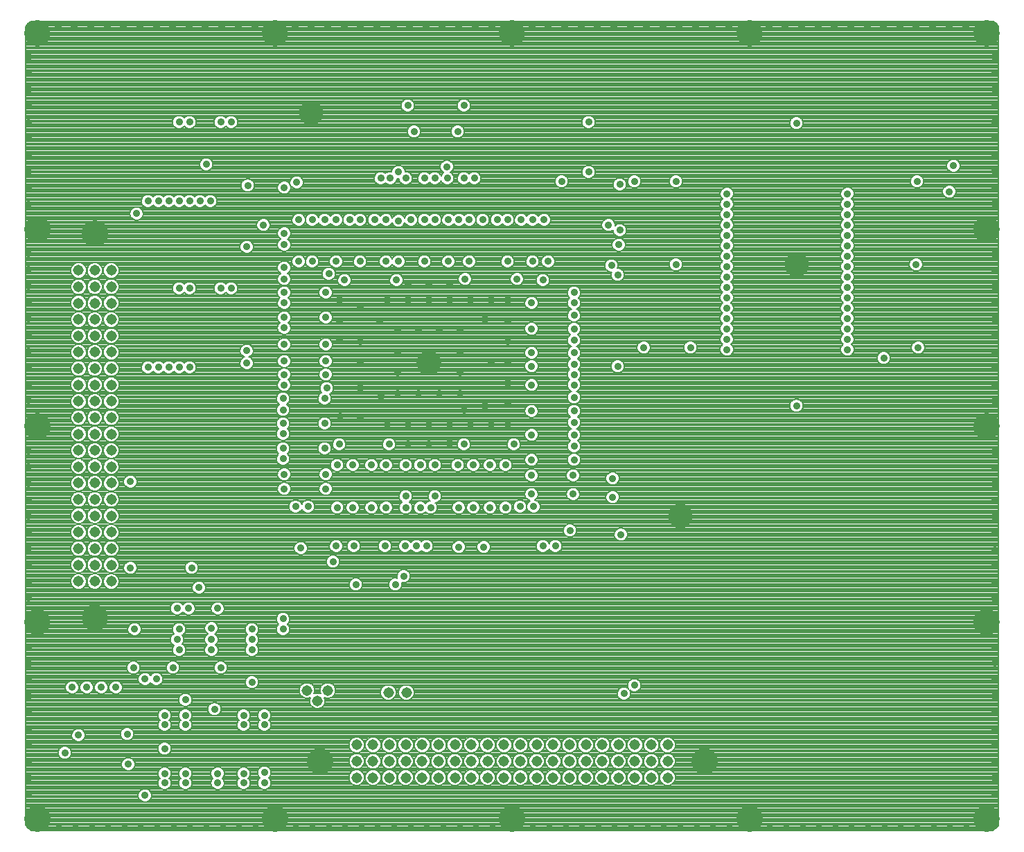
<source format=gbr>
G75*
G70*
%OFA0B0*%
%FSLAX24Y24*%
%IPPOS*%
%LPD*%
%AMOC8*
5,1,8,0,0,1.08239X$1,22.5*
%
%ADD10C,0.0515*%
%ADD11C,0.1266*%
%ADD12C,0.0360*%
%ADD13C,0.0080*%
%ADD14C,0.1181*%
D10*
X013905Y007105D03*
X014405Y006605D03*
X014905Y007105D03*
X017821Y007005D03*
X018689Y007005D03*
X018659Y004486D03*
X019446Y004486D03*
X019446Y003698D03*
X018659Y003698D03*
X018659Y002911D03*
X019446Y002911D03*
X020234Y002911D03*
X021021Y002911D03*
X021809Y002911D03*
X022596Y002911D03*
X022596Y003698D03*
X023383Y003698D03*
X024171Y003698D03*
X024171Y002911D03*
X023383Y002911D03*
X024958Y002911D03*
X024958Y003698D03*
X025746Y003698D03*
X026533Y003698D03*
X026533Y002911D03*
X025746Y002911D03*
X027320Y002911D03*
X027320Y003698D03*
X027320Y004486D03*
X026533Y004486D03*
X025746Y004486D03*
X024958Y004486D03*
X024171Y004486D03*
X023383Y004486D03*
X022596Y004486D03*
X021809Y004486D03*
X021021Y004486D03*
X020234Y004486D03*
X020234Y003698D03*
X021021Y003698D03*
X021809Y003698D03*
X017872Y003698D03*
X017872Y002911D03*
X017084Y002911D03*
X016297Y002911D03*
X016297Y003698D03*
X017084Y003698D03*
X017084Y004486D03*
X016297Y004486D03*
X017872Y004486D03*
X028108Y004486D03*
X028895Y004486D03*
X029683Y004486D03*
X030470Y004486D03*
X031257Y004486D03*
X031257Y003698D03*
X030470Y003698D03*
X030470Y002911D03*
X031257Y002911D03*
X029683Y002911D03*
X029683Y003698D03*
X028895Y003698D03*
X028108Y003698D03*
X028108Y002911D03*
X028895Y002911D03*
X004486Y012360D03*
X004486Y013147D03*
X004486Y013935D03*
X004486Y014722D03*
X004486Y015509D03*
X003698Y015509D03*
X002911Y015509D03*
X002911Y014722D03*
X003698Y014722D03*
X003698Y013935D03*
X002911Y013935D03*
X002911Y013147D03*
X003698Y013147D03*
X003698Y012360D03*
X002911Y012360D03*
X002911Y016297D03*
X003698Y016297D03*
X003698Y017084D03*
X002911Y017084D03*
X002911Y017872D03*
X003698Y017872D03*
X003698Y018659D03*
X002911Y018659D03*
X002911Y019446D03*
X003698Y019446D03*
X004486Y019446D03*
X004486Y018659D03*
X004486Y017872D03*
X004486Y017084D03*
X004486Y016297D03*
X004486Y020234D03*
X004486Y021021D03*
X004486Y021809D03*
X004486Y022596D03*
X004486Y023383D03*
X004486Y024171D03*
X004486Y024958D03*
X004486Y025746D03*
X004486Y026533D03*
X004486Y027320D03*
X003698Y027320D03*
X002911Y027320D03*
X002911Y026533D03*
X003698Y026533D03*
X003698Y025746D03*
X002911Y025746D03*
X002911Y024958D03*
X003698Y024958D03*
X003698Y024171D03*
X002911Y024171D03*
X002911Y023383D03*
X003698Y023383D03*
X003698Y022596D03*
X002911Y022596D03*
X002911Y021809D03*
X003698Y021809D03*
X003698Y021021D03*
X002911Y021021D03*
X002911Y020234D03*
X003698Y020234D03*
D11*
X000942Y019840D03*
X000942Y029289D03*
X003698Y029092D03*
X000942Y038738D03*
X012360Y038738D03*
X023777Y038738D03*
X035194Y038738D03*
X046612Y038738D03*
X046612Y029289D03*
X046612Y019840D03*
X046612Y010391D03*
X046612Y000942D03*
X035194Y000942D03*
X033029Y003698D03*
X023777Y000942D03*
X014525Y003698D03*
X012360Y000942D03*
X003698Y010588D03*
X000942Y010391D03*
X000942Y000942D03*
D12*
X001956Y000505D03*
X002756Y000505D03*
X003556Y000505D03*
X004344Y000505D03*
X005131Y000505D03*
X005918Y000505D03*
X006706Y000505D03*
X007493Y000505D03*
X008281Y000505D03*
X009068Y000505D03*
X009855Y000505D03*
X010643Y000505D03*
X011430Y000505D03*
X013356Y000505D03*
X014156Y000505D03*
X014956Y000505D03*
X015744Y000505D03*
X016531Y000505D03*
X017318Y000505D03*
X018106Y000505D03*
X018893Y000505D03*
X019681Y000505D03*
X020468Y000505D03*
X021255Y000505D03*
X022043Y000505D03*
X022830Y000505D03*
X024756Y000505D03*
X025556Y000505D03*
X026356Y000505D03*
X027144Y000505D03*
X027931Y000505D03*
X028718Y000505D03*
X029506Y000505D03*
X030293Y000505D03*
X031081Y000505D03*
X031868Y000505D03*
X032655Y000505D03*
X033443Y000505D03*
X034230Y000505D03*
X036156Y000505D03*
X036956Y000505D03*
X037756Y000505D03*
X038544Y000505D03*
X039331Y000505D03*
X040118Y000505D03*
X040906Y000505D03*
X041693Y000505D03*
X042481Y000505D03*
X043268Y000505D03*
X044055Y000505D03*
X044843Y000505D03*
X045630Y000505D03*
X047005Y002117D03*
X047005Y002905D03*
X047005Y003692D03*
X047005Y004479D03*
X047005Y005267D03*
X047005Y006054D03*
X047005Y006842D03*
X047005Y007629D03*
X047005Y008416D03*
X047005Y009204D03*
X047005Y011517D03*
X047005Y012305D03*
X047005Y013092D03*
X047005Y013879D03*
X047005Y014667D03*
X047005Y015454D03*
X047005Y016242D03*
X047005Y017029D03*
X047005Y017816D03*
X047005Y018604D03*
X047005Y021017D03*
X047005Y021805D03*
X047005Y022592D03*
X047005Y023379D03*
X047005Y024167D03*
X047005Y024954D03*
X047005Y025742D03*
X047005Y026529D03*
X047005Y027316D03*
X047005Y028104D03*
X047005Y030517D03*
X047005Y031305D03*
X047005Y032092D03*
X047005Y032879D03*
X047005Y033667D03*
X047005Y034454D03*
X047005Y035242D03*
X047005Y036029D03*
X047005Y036816D03*
X047005Y037604D03*
X045604Y039105D03*
X044804Y039105D03*
X044004Y039105D03*
X043216Y039105D03*
X042429Y039105D03*
X041642Y039105D03*
X040854Y039105D03*
X040067Y039105D03*
X039279Y039105D03*
X038492Y039105D03*
X037705Y039105D03*
X036917Y039105D03*
X036130Y039105D03*
X034204Y039105D03*
X033404Y039105D03*
X032604Y039105D03*
X031816Y039105D03*
X031029Y039105D03*
X030242Y039105D03*
X029454Y039105D03*
X028667Y039105D03*
X027879Y039105D03*
X027092Y039105D03*
X026305Y039105D03*
X025517Y039105D03*
X024730Y039105D03*
X022804Y039105D03*
X022004Y039105D03*
X021204Y039105D03*
X020416Y039105D03*
X019629Y039105D03*
X018842Y039105D03*
X018054Y039105D03*
X017267Y039105D03*
X016479Y039105D03*
X015692Y039105D03*
X014905Y039105D03*
X014117Y039105D03*
X013330Y039105D03*
X011404Y039105D03*
X010604Y039105D03*
X009804Y039105D03*
X009016Y039105D03*
X008229Y039105D03*
X007442Y039105D03*
X006654Y039105D03*
X005867Y039105D03*
X005079Y039105D03*
X004292Y039105D03*
X003505Y039105D03*
X002717Y039105D03*
X001930Y039105D03*
X000505Y037593D03*
X000505Y036805D03*
X000505Y036018D03*
X000505Y035231D03*
X000505Y034443D03*
X000505Y033656D03*
X000505Y032868D03*
X000505Y032081D03*
X000505Y031294D03*
X000505Y030506D03*
X000505Y028143D03*
X000505Y027355D03*
X000505Y026568D03*
X000505Y025781D03*
X000505Y024993D03*
X000505Y024206D03*
X000505Y023418D03*
X000505Y022631D03*
X000505Y021844D03*
X000505Y021056D03*
X000505Y018643D03*
X000505Y017855D03*
X000505Y017068D03*
X000505Y016281D03*
X000505Y015493D03*
X000505Y014706D03*
X000505Y013918D03*
X000505Y013131D03*
X000505Y012344D03*
X000505Y011556D03*
X000505Y009193D03*
X000505Y008405D03*
X000505Y007618D03*
X000505Y006831D03*
X000505Y006043D03*
X000505Y005256D03*
X000505Y004468D03*
X000505Y003681D03*
X000505Y002894D03*
X000505Y002106D03*
X002255Y004105D03*
X002905Y004955D03*
X005255Y005005D03*
X007055Y005455D03*
X007055Y005905D03*
X008055Y005905D03*
X008055Y005455D03*
X008055Y006655D03*
X009455Y006205D03*
X010855Y005905D03*
X010855Y005455D03*
X011855Y005455D03*
X011855Y005905D03*
X011255Y007505D03*
X009755Y008205D03*
X009305Y009055D03*
X009305Y009555D03*
X009305Y010105D03*
X009605Y011055D03*
X008705Y012055D03*
X008355Y013005D03*
X008205Y011055D03*
X007655Y011055D03*
X007755Y010055D03*
X007655Y009555D03*
X007755Y009055D03*
X007455Y008205D03*
X006655Y007655D03*
X006105Y007655D03*
X005555Y008205D03*
X004705Y007255D03*
X004005Y007255D03*
X003305Y007255D03*
X002605Y007255D03*
X005605Y010055D03*
X005405Y013005D03*
X005405Y017155D03*
X006255Y022655D03*
X006755Y022655D03*
X007255Y022655D03*
X007755Y022655D03*
X008255Y022655D03*
X011005Y022855D03*
X011005Y023455D03*
X012805Y023755D03*
X012805Y022955D03*
X012805Y022305D03*
X012805Y021805D03*
X012755Y021155D03*
X012755Y020605D03*
X012755Y019955D03*
X012755Y019455D03*
X012755Y018755D03*
X012755Y018255D03*
X012805Y017505D03*
X012805Y016805D03*
X013355Y015955D03*
X013955Y015955D03*
X014805Y016805D03*
X014805Y017505D03*
X015355Y017955D03*
X016105Y017955D03*
X017005Y017955D03*
X017705Y017955D03*
X018655Y017955D03*
X019355Y017955D03*
X020055Y017955D03*
X019755Y018955D03*
X018755Y018955D03*
X017855Y018955D03*
X017755Y019905D03*
X018755Y019905D03*
X019755Y019905D03*
X020755Y019905D03*
X021455Y020605D03*
X021755Y019905D03*
X022755Y019905D03*
X023555Y019905D03*
X023555Y020905D03*
X022455Y020805D03*
X021255Y021405D03*
X021255Y022405D03*
X020255Y021405D03*
X019255Y021405D03*
X018255Y021405D03*
X017455Y021255D03*
X016455Y021655D03*
X016455Y022905D03*
X016455Y023905D03*
X015455Y024005D03*
X014805Y023755D03*
X014805Y022955D03*
X014805Y022305D03*
X014855Y021655D03*
X014755Y021155D03*
X015505Y020305D03*
X014755Y019955D03*
X014755Y018755D03*
X015455Y018955D03*
X016455Y020205D03*
X018255Y022405D03*
X018255Y023405D03*
X018255Y024405D03*
X017405Y024905D03*
X016455Y025605D03*
X015455Y025905D03*
X014805Y026255D03*
X014955Y027155D03*
X015305Y027755D03*
X016455Y027755D03*
X015705Y026855D03*
X014155Y027755D03*
X013505Y027755D03*
X012805Y027455D03*
X012805Y026905D03*
X012805Y026255D03*
X012805Y025755D03*
X012805Y025055D03*
X012805Y024555D03*
X014805Y025055D03*
X015455Y024905D03*
X017755Y025905D03*
X018755Y025905D03*
X018755Y026655D03*
X018205Y026855D03*
X018305Y027755D03*
X017705Y027755D03*
X019555Y027755D03*
X020705Y027755D03*
X021705Y027755D03*
X021505Y026905D03*
X020755Y026655D03*
X020755Y025905D03*
X019755Y025905D03*
X019755Y026655D03*
X021755Y025905D03*
X022755Y025905D03*
X023555Y025905D03*
X024005Y026905D03*
X023555Y027755D03*
X024755Y027755D03*
X025505Y027755D03*
X025255Y026855D03*
X024705Y025755D03*
X023555Y024905D03*
X023555Y023905D03*
X024705Y023355D03*
X024705Y022705D03*
X024705Y021805D03*
X023555Y021905D03*
X023555Y022905D03*
X022755Y022905D03*
X021255Y023405D03*
X021255Y024405D03*
X020255Y024405D03*
X019255Y024405D03*
X022455Y024955D03*
X024705Y024505D03*
X026755Y024505D03*
X026755Y023955D03*
X026755Y023355D03*
X026755Y022805D03*
X026755Y022305D03*
X026755Y021805D03*
X026755Y021205D03*
X026755Y020555D03*
X026755Y020005D03*
X026755Y019405D03*
X026755Y018855D03*
X026755Y018205D03*
X026705Y017455D03*
X026705Y016555D03*
X026555Y014805D03*
X025855Y014055D03*
X025255Y014055D03*
X024805Y015955D03*
X024705Y016555D03*
X024155Y015955D03*
X023455Y015905D03*
X022705Y015905D03*
X021905Y015905D03*
X021205Y015905D03*
X020055Y016455D03*
X019855Y015905D03*
X019355Y015905D03*
X018655Y015905D03*
X018655Y016455D03*
X017705Y015905D03*
X017005Y015905D03*
X016105Y015905D03*
X015355Y015905D03*
X015305Y014055D03*
X015155Y013305D03*
X016155Y014055D03*
X017655Y014055D03*
X018629Y014055D03*
X019179Y014055D03*
X019655Y014055D03*
X021205Y014005D03*
X022405Y014005D03*
X018555Y012605D03*
X018155Y012205D03*
X016255Y012205D03*
X013605Y013955D03*
X012755Y010555D03*
X012755Y010055D03*
X011255Y010055D03*
X011255Y009555D03*
X011255Y009055D03*
X007055Y004305D03*
X007055Y003105D03*
X007055Y002655D03*
X008055Y002655D03*
X008055Y003105D03*
X009605Y003105D03*
X009605Y002655D03*
X010855Y002655D03*
X010855Y003105D03*
X011855Y003155D03*
X011855Y002655D03*
X006105Y002055D03*
X005305Y003555D03*
X021155Y017955D03*
X021905Y017955D03*
X022705Y017955D03*
X023455Y017955D03*
X023855Y018955D03*
X024705Y019405D03*
X024705Y020555D03*
X024705Y018205D03*
X024705Y017455D03*
X021455Y018955D03*
X020755Y019005D03*
X026755Y025155D03*
X026755Y025755D03*
X026755Y026255D03*
X028555Y027555D03*
X028855Y027105D03*
X028905Y028555D03*
X028955Y029255D03*
X028405Y029505D03*
X028955Y031455D03*
X029655Y031605D03*
X031655Y031605D03*
X034105Y031005D03*
X034105Y030505D03*
X034105Y030005D03*
X034105Y029505D03*
X034105Y029005D03*
X034105Y028505D03*
X034105Y028005D03*
X034105Y027505D03*
X034105Y027005D03*
X034105Y026505D03*
X034105Y026005D03*
X034105Y025505D03*
X034105Y025005D03*
X034105Y024505D03*
X034105Y024005D03*
X034105Y023505D03*
X032355Y023605D03*
X030105Y023605D03*
X028855Y022705D03*
X031655Y027605D03*
X027455Y032055D03*
X026155Y031605D03*
X025305Y029755D03*
X024755Y029755D03*
X024205Y029755D03*
X023555Y029755D03*
X023055Y029755D03*
X022355Y029755D03*
X021705Y029755D03*
X021205Y029755D03*
X020705Y029755D03*
X020055Y029755D03*
X019555Y029755D03*
X018905Y029755D03*
X018305Y029705D03*
X017705Y029755D03*
X017155Y029755D03*
X016455Y029755D03*
X015955Y029755D03*
X015305Y029755D03*
X014755Y029755D03*
X014155Y029755D03*
X013505Y029755D03*
X012805Y029105D03*
X012805Y028555D03*
X011805Y029505D03*
X011005Y028455D03*
X010255Y026455D03*
X009755Y026455D03*
X008255Y026455D03*
X007755Y026455D03*
X005705Y030055D03*
X006255Y030655D03*
X006755Y030655D03*
X007255Y030655D03*
X007755Y030655D03*
X008255Y030655D03*
X008755Y030655D03*
X009255Y030655D03*
X009065Y032425D03*
X011055Y031405D03*
X012805Y031305D03*
X013405Y031555D03*
X010255Y034455D03*
X009755Y034455D03*
X008255Y034455D03*
X007755Y034455D03*
X017455Y031755D03*
X017905Y031755D03*
X018305Y032055D03*
X018655Y031755D03*
X019555Y031755D03*
X020055Y031755D03*
X020655Y031755D03*
X020636Y032305D03*
X021455Y031755D03*
X021955Y031755D03*
X021155Y034005D03*
X021455Y035255D03*
X019055Y034005D03*
X018755Y035255D03*
X027455Y034455D03*
X037455Y034405D03*
X039905Y031005D03*
X039905Y030505D03*
X039905Y030005D03*
X039905Y029505D03*
X039905Y029005D03*
X039905Y028505D03*
X039905Y028005D03*
X039905Y027505D03*
X039905Y027005D03*
X039905Y026505D03*
X039905Y026005D03*
X039905Y025505D03*
X039905Y025005D03*
X039905Y024505D03*
X039905Y024005D03*
X039905Y023505D03*
X041655Y023105D03*
X043305Y023605D03*
X043205Y027605D03*
X044805Y031105D03*
X045005Y032355D03*
X043255Y031605D03*
X037455Y020805D03*
X029005Y014605D03*
X028605Y016405D03*
X028605Y017305D03*
X029655Y007355D03*
X029155Y006955D03*
D13*
X000485Y000485D02*
X000366Y000648D01*
X000355Y000681D01*
X000355Y038999D01*
X000366Y039032D01*
X000485Y039195D01*
X000635Y039305D01*
X046919Y039305D01*
X047069Y039195D01*
X047155Y039078D01*
X047155Y000602D01*
X047069Y000485D01*
X046906Y000366D01*
X046873Y000355D01*
X000681Y000355D01*
X000648Y000366D01*
X000485Y000485D01*
X000506Y000469D02*
X047048Y000469D01*
X047115Y000548D02*
X000439Y000548D01*
X000382Y000626D02*
X047155Y000626D01*
X047155Y000705D02*
X000355Y000705D01*
X000355Y000783D02*
X047155Y000783D01*
X047155Y000862D02*
X000355Y000862D01*
X000355Y000940D02*
X047155Y000940D01*
X047155Y001019D02*
X000355Y001019D01*
X000355Y001097D02*
X047155Y001097D01*
X047155Y001176D02*
X000355Y001176D01*
X000355Y001254D02*
X047155Y001254D01*
X047155Y001333D02*
X000355Y001333D01*
X000355Y001411D02*
X047155Y001411D01*
X047155Y001490D02*
X000355Y001490D01*
X000355Y001568D02*
X047155Y001568D01*
X047155Y001647D02*
X000355Y001647D01*
X000355Y001725D02*
X047155Y001725D01*
X047155Y001804D02*
X006306Y001804D01*
X006286Y001784D02*
X006376Y001874D01*
X006425Y001991D01*
X006425Y002119D01*
X006376Y002236D01*
X006286Y002326D01*
X006169Y002375D01*
X006041Y002375D01*
X005924Y002326D01*
X005834Y002236D01*
X005785Y002119D01*
X005785Y001991D01*
X005834Y001874D01*
X005924Y001784D01*
X006041Y001735D01*
X006169Y001735D01*
X006286Y001784D01*
X006380Y001882D02*
X047155Y001882D01*
X047155Y001961D02*
X006412Y001961D01*
X006425Y002039D02*
X047155Y002039D01*
X047155Y002118D02*
X006425Y002118D01*
X006393Y002196D02*
X047155Y002196D01*
X047155Y002275D02*
X006338Y002275D01*
X006222Y002353D02*
X006948Y002353D01*
X006991Y002335D02*
X007119Y002335D01*
X007236Y002384D01*
X007326Y002474D01*
X007375Y002591D01*
X007375Y002719D01*
X007326Y002836D01*
X007283Y002880D01*
X007326Y002924D01*
X007375Y003041D01*
X007375Y003169D01*
X007326Y003286D01*
X007236Y003376D01*
X007119Y003425D01*
X006991Y003425D01*
X006874Y003376D01*
X006784Y003286D01*
X006735Y003169D01*
X006735Y003041D01*
X006784Y002924D01*
X006827Y002880D01*
X006784Y002836D01*
X006735Y002719D01*
X006735Y002591D01*
X006784Y002474D01*
X006874Y002384D01*
X006991Y002335D01*
X007162Y002353D02*
X007948Y002353D01*
X007991Y002335D02*
X008119Y002335D01*
X008236Y002384D01*
X008326Y002474D01*
X008375Y002591D01*
X008375Y002719D01*
X008326Y002836D01*
X008283Y002880D01*
X008326Y002924D01*
X008375Y003041D01*
X008375Y003169D01*
X008326Y003286D01*
X008236Y003376D01*
X008119Y003425D01*
X007991Y003425D01*
X007874Y003376D01*
X007784Y003286D01*
X007735Y003169D01*
X007735Y003041D01*
X007784Y002924D01*
X007827Y002880D01*
X007784Y002836D01*
X007735Y002719D01*
X007735Y002591D01*
X007784Y002474D01*
X007874Y002384D01*
X007991Y002335D01*
X008162Y002353D02*
X009498Y002353D01*
X009541Y002335D02*
X009424Y002384D01*
X009334Y002474D01*
X009285Y002591D01*
X009285Y002719D01*
X009334Y002836D01*
X009377Y002880D01*
X009334Y002924D01*
X009285Y003041D01*
X009285Y003169D01*
X009334Y003286D01*
X009424Y003376D01*
X009541Y003425D01*
X009669Y003425D01*
X009786Y003376D01*
X009876Y003286D01*
X009925Y003169D01*
X009925Y003041D01*
X009876Y002924D01*
X009833Y002880D01*
X009876Y002836D01*
X009925Y002719D01*
X009925Y002591D01*
X009876Y002474D01*
X009786Y002384D01*
X009669Y002335D01*
X009541Y002335D01*
X009712Y002353D02*
X010748Y002353D01*
X010791Y002335D02*
X010919Y002335D01*
X011036Y002384D01*
X011126Y002474D01*
X011175Y002591D01*
X011175Y002719D01*
X011126Y002836D01*
X011083Y002880D01*
X011126Y002924D01*
X011175Y003041D01*
X011175Y003169D01*
X011126Y003286D01*
X011036Y003376D01*
X010919Y003425D01*
X010791Y003425D01*
X010674Y003376D01*
X010584Y003286D01*
X010535Y003169D01*
X010535Y003041D01*
X010584Y002924D01*
X010627Y002880D01*
X010584Y002836D01*
X010535Y002719D01*
X010535Y002591D01*
X010584Y002474D01*
X010674Y002384D01*
X010791Y002335D01*
X010962Y002353D02*
X011748Y002353D01*
X011791Y002335D02*
X011919Y002335D01*
X012036Y002384D01*
X012126Y002474D01*
X012175Y002591D01*
X012175Y002719D01*
X012126Y002836D01*
X012058Y002905D01*
X012126Y002974D01*
X012175Y003091D01*
X012175Y003219D01*
X012126Y003336D01*
X012036Y003426D01*
X011919Y003475D01*
X011791Y003475D01*
X011674Y003426D01*
X011584Y003336D01*
X011535Y003219D01*
X011535Y003091D01*
X011584Y002974D01*
X011652Y002905D01*
X011584Y002836D01*
X011535Y002719D01*
X011535Y002591D01*
X011584Y002474D01*
X011674Y002384D01*
X011791Y002335D01*
X011962Y002353D02*
X047155Y002353D01*
X047155Y002432D02*
X012084Y002432D01*
X012141Y002510D02*
X047155Y002510D01*
X047155Y002589D02*
X031465Y002589D01*
X031471Y002591D02*
X031577Y002697D01*
X031635Y002836D01*
X031635Y002986D01*
X031577Y003125D01*
X031471Y003231D01*
X031332Y003288D01*
X031182Y003288D01*
X031044Y003231D01*
X030937Y003125D01*
X030880Y002986D01*
X030880Y002836D01*
X030937Y002697D01*
X031044Y002591D01*
X031182Y002533D01*
X031332Y002533D01*
X031471Y002591D01*
X031547Y002667D02*
X047155Y002667D01*
X047155Y002746D02*
X031597Y002746D01*
X031630Y002824D02*
X047155Y002824D01*
X047155Y002903D02*
X031635Y002903D01*
X031635Y002981D02*
X047155Y002981D01*
X047155Y003060D02*
X031604Y003060D01*
X031564Y003138D02*
X047155Y003138D01*
X047155Y003217D02*
X031486Y003217D01*
X031460Y003374D02*
X047155Y003374D01*
X047155Y003452D02*
X031545Y003452D01*
X031577Y003484D02*
X031635Y003623D01*
X031635Y003773D01*
X031577Y003912D01*
X031471Y004018D01*
X031332Y004076D01*
X031182Y004076D01*
X031044Y004018D01*
X030937Y003912D01*
X030880Y003773D01*
X030880Y003623D01*
X030937Y003484D01*
X031044Y003378D01*
X031182Y003321D01*
X031332Y003321D01*
X031471Y003378D01*
X031577Y003484D01*
X031596Y003531D02*
X047155Y003531D01*
X047155Y003609D02*
X031629Y003609D01*
X031635Y003688D02*
X047155Y003688D01*
X047155Y003766D02*
X031635Y003766D01*
X031605Y003845D02*
X047155Y003845D01*
X047155Y003923D02*
X031566Y003923D01*
X031488Y004002D02*
X047155Y004002D01*
X047155Y004080D02*
X007283Y004080D01*
X007326Y004124D02*
X007375Y004241D01*
X007375Y004369D01*
X007326Y004486D01*
X007236Y004576D01*
X007119Y004625D01*
X006991Y004625D01*
X006874Y004576D01*
X006784Y004486D01*
X006735Y004369D01*
X006735Y004241D01*
X006784Y004124D01*
X006874Y004034D01*
X006991Y003985D01*
X007119Y003985D01*
X007236Y004034D01*
X007326Y004124D01*
X007341Y004159D02*
X016100Y004159D01*
X016083Y004166D02*
X016222Y004108D01*
X016372Y004108D01*
X016511Y004166D01*
X016617Y004272D01*
X016674Y004411D01*
X016674Y004561D01*
X016617Y004700D01*
X016511Y004806D01*
X016372Y004863D01*
X016222Y004863D01*
X016083Y004806D01*
X015977Y004700D01*
X015919Y004561D01*
X015919Y004411D01*
X015977Y004272D01*
X016083Y004166D01*
X016012Y004237D02*
X007373Y004237D01*
X007375Y004316D02*
X015959Y004316D01*
X015926Y004394D02*
X007364Y004394D01*
X007332Y004473D02*
X015919Y004473D01*
X015919Y004551D02*
X007262Y004551D01*
X006848Y004551D02*
X000355Y004551D01*
X000355Y004473D02*
X006778Y004473D01*
X006746Y004394D02*
X002393Y004394D01*
X002436Y004376D02*
X002319Y004425D01*
X002191Y004425D01*
X002074Y004376D01*
X001984Y004286D01*
X001935Y004169D01*
X001935Y004041D01*
X001984Y003924D01*
X002074Y003834D01*
X002191Y003785D01*
X002319Y003785D01*
X002436Y003834D01*
X002526Y003924D01*
X002575Y004041D01*
X002575Y004169D01*
X002526Y004286D01*
X002436Y004376D01*
X002497Y004316D02*
X006735Y004316D01*
X006737Y004237D02*
X002547Y004237D01*
X002575Y004159D02*
X006769Y004159D01*
X006827Y004080D02*
X002575Y004080D01*
X002558Y004002D02*
X006951Y004002D01*
X007159Y004002D02*
X016066Y004002D01*
X016083Y004018D02*
X015977Y003912D01*
X015919Y003773D01*
X015919Y003623D01*
X015977Y003484D01*
X016083Y003378D01*
X016222Y003321D01*
X016372Y003321D01*
X016511Y003378D01*
X016617Y003484D01*
X016674Y003623D01*
X016674Y003773D01*
X016617Y003912D01*
X016511Y004018D01*
X016372Y004076D01*
X016222Y004076D01*
X016083Y004018D01*
X015988Y003923D02*
X002526Y003923D01*
X002447Y003845D02*
X005168Y003845D01*
X005124Y003826D02*
X005034Y003736D01*
X004985Y003619D01*
X004985Y003491D01*
X005034Y003374D01*
X005124Y003284D01*
X005241Y003235D01*
X005369Y003235D01*
X005486Y003284D01*
X005576Y003374D01*
X005625Y003491D01*
X005625Y003619D01*
X005576Y003736D01*
X005486Y003826D01*
X005369Y003875D01*
X005241Y003875D01*
X005124Y003826D01*
X005063Y003766D02*
X000355Y003766D01*
X000355Y003688D02*
X005014Y003688D01*
X004985Y003609D02*
X000355Y003609D01*
X000355Y003531D02*
X004985Y003531D01*
X005001Y003452D02*
X000355Y003452D01*
X000355Y003374D02*
X005034Y003374D01*
X005112Y003295D02*
X000355Y003295D01*
X000355Y003217D02*
X006755Y003217D01*
X006735Y003138D02*
X000355Y003138D01*
X000355Y003060D02*
X006735Y003060D01*
X006760Y002981D02*
X000355Y002981D01*
X000355Y002903D02*
X006805Y002903D01*
X006779Y002824D02*
X000355Y002824D01*
X000355Y002746D02*
X006746Y002746D01*
X006735Y002667D02*
X000355Y002667D01*
X000355Y002589D02*
X006736Y002589D01*
X006769Y002510D02*
X000355Y002510D01*
X000355Y002432D02*
X006826Y002432D01*
X007284Y002432D02*
X007826Y002432D01*
X007769Y002510D02*
X007341Y002510D01*
X007374Y002589D02*
X007736Y002589D01*
X007735Y002667D02*
X007375Y002667D01*
X007364Y002746D02*
X007746Y002746D01*
X007779Y002824D02*
X007331Y002824D01*
X007305Y002903D02*
X007805Y002903D01*
X007760Y002981D02*
X007350Y002981D01*
X007375Y003060D02*
X007735Y003060D01*
X007735Y003138D02*
X007375Y003138D01*
X007355Y003217D02*
X007755Y003217D01*
X007792Y003295D02*
X007318Y003295D01*
X007239Y003374D02*
X007871Y003374D01*
X008239Y003374D02*
X009421Y003374D01*
X009342Y003295D02*
X008318Y003295D01*
X008355Y003217D02*
X009305Y003217D01*
X009285Y003138D02*
X008375Y003138D01*
X008375Y003060D02*
X009285Y003060D01*
X009310Y002981D02*
X008350Y002981D01*
X008305Y002903D02*
X009355Y002903D01*
X009329Y002824D02*
X008331Y002824D01*
X008364Y002746D02*
X009296Y002746D01*
X009285Y002667D02*
X008375Y002667D01*
X008374Y002589D02*
X009286Y002589D01*
X009319Y002510D02*
X008341Y002510D01*
X008284Y002432D02*
X009376Y002432D01*
X009834Y002432D02*
X010626Y002432D01*
X010569Y002510D02*
X009891Y002510D01*
X009924Y002589D02*
X010536Y002589D01*
X010535Y002667D02*
X009925Y002667D01*
X009914Y002746D02*
X010546Y002746D01*
X010579Y002824D02*
X009881Y002824D01*
X009855Y002903D02*
X010605Y002903D01*
X010560Y002981D02*
X009900Y002981D01*
X009925Y003060D02*
X010535Y003060D01*
X010535Y003138D02*
X009925Y003138D01*
X009905Y003217D02*
X010555Y003217D01*
X010592Y003295D02*
X009868Y003295D01*
X009789Y003374D02*
X010671Y003374D01*
X011039Y003374D02*
X011621Y003374D01*
X011567Y003295D02*
X011118Y003295D01*
X011155Y003217D02*
X011535Y003217D01*
X011535Y003138D02*
X011175Y003138D01*
X011175Y003060D02*
X011548Y003060D01*
X011581Y002981D02*
X011150Y002981D01*
X011105Y002903D02*
X011650Y002903D01*
X011579Y002824D02*
X011131Y002824D01*
X011164Y002746D02*
X011546Y002746D01*
X011535Y002667D02*
X011175Y002667D01*
X011174Y002589D02*
X011536Y002589D01*
X011569Y002510D02*
X011141Y002510D01*
X011084Y002432D02*
X011626Y002432D01*
X012174Y002589D02*
X016089Y002589D01*
X016083Y002591D02*
X016222Y002533D01*
X016372Y002533D01*
X016511Y002591D01*
X016617Y002697D01*
X016674Y002836D01*
X016674Y002986D01*
X016617Y003125D01*
X016511Y003231D01*
X016372Y003288D01*
X016222Y003288D01*
X016083Y003231D01*
X015977Y003125D01*
X015919Y002986D01*
X015919Y002836D01*
X015977Y002697D01*
X016083Y002591D01*
X016007Y002667D02*
X012175Y002667D01*
X012164Y002746D02*
X015957Y002746D01*
X015924Y002824D02*
X012131Y002824D01*
X012060Y002903D02*
X015919Y002903D01*
X015919Y002981D02*
X012129Y002981D01*
X012162Y003060D02*
X015950Y003060D01*
X015990Y003138D02*
X012175Y003138D01*
X012175Y003217D02*
X016068Y003217D01*
X016094Y003374D02*
X012089Y003374D01*
X012143Y003295D02*
X047155Y003295D01*
X047155Y004159D02*
X031454Y004159D01*
X031471Y004166D02*
X031577Y004272D01*
X031635Y004411D01*
X031635Y004561D01*
X031577Y004700D01*
X031471Y004806D01*
X031332Y004863D01*
X031182Y004863D01*
X031044Y004806D01*
X030937Y004700D01*
X030880Y004561D01*
X030880Y004411D01*
X030937Y004272D01*
X031044Y004166D01*
X031182Y004108D01*
X031332Y004108D01*
X031471Y004166D01*
X031543Y004237D02*
X047155Y004237D01*
X047155Y004316D02*
X031595Y004316D01*
X031628Y004394D02*
X047155Y004394D01*
X047155Y004473D02*
X031635Y004473D01*
X031635Y004551D02*
X047155Y004551D01*
X047155Y004630D02*
X031606Y004630D01*
X031569Y004708D02*
X047155Y004708D01*
X047155Y004787D02*
X031490Y004787D01*
X031024Y004787D02*
X030703Y004787D01*
X030684Y004806D02*
X030545Y004863D01*
X030395Y004863D01*
X030256Y004806D01*
X030150Y004700D01*
X030092Y004561D01*
X030092Y004411D01*
X030150Y004272D01*
X030256Y004166D01*
X030395Y004108D01*
X030545Y004108D01*
X030684Y004166D01*
X030790Y004272D01*
X030847Y004411D01*
X030847Y004561D01*
X030790Y004700D01*
X030684Y004806D01*
X030781Y004708D02*
X030946Y004708D01*
X030908Y004630D02*
X030819Y004630D01*
X030847Y004551D02*
X030880Y004551D01*
X030880Y004473D02*
X030847Y004473D01*
X030841Y004394D02*
X030887Y004394D01*
X030919Y004316D02*
X030808Y004316D01*
X030755Y004237D02*
X030972Y004237D01*
X031061Y004159D02*
X030666Y004159D01*
X030684Y004018D02*
X030545Y004076D01*
X030395Y004076D01*
X030256Y004018D01*
X030150Y003912D01*
X030092Y003773D01*
X030092Y003623D01*
X030150Y003484D01*
X030256Y003378D01*
X030395Y003321D01*
X030545Y003321D01*
X030684Y003378D01*
X030790Y003484D01*
X030847Y003623D01*
X030847Y003773D01*
X030790Y003912D01*
X030684Y004018D01*
X030701Y004002D02*
X031027Y004002D01*
X030948Y003923D02*
X030779Y003923D01*
X030818Y003845D02*
X030909Y003845D01*
X030880Y003766D02*
X030847Y003766D01*
X030847Y003688D02*
X030880Y003688D01*
X030886Y003609D02*
X030842Y003609D01*
X030809Y003531D02*
X030918Y003531D01*
X030970Y003452D02*
X030758Y003452D01*
X030672Y003374D02*
X031055Y003374D01*
X031029Y003217D02*
X030698Y003217D01*
X030684Y003231D02*
X030545Y003288D01*
X030395Y003288D01*
X030256Y003231D01*
X030150Y003125D01*
X030092Y002986D01*
X030092Y002836D01*
X030150Y002697D01*
X030256Y002591D01*
X030395Y002533D01*
X030545Y002533D01*
X030684Y002591D01*
X030790Y002697D01*
X030847Y002836D01*
X030847Y002986D01*
X030790Y003125D01*
X030684Y003231D01*
X030777Y003138D02*
X030951Y003138D01*
X030910Y003060D02*
X030817Y003060D01*
X030847Y002981D02*
X030880Y002981D01*
X030880Y002903D02*
X030847Y002903D01*
X030843Y002824D02*
X030885Y002824D01*
X030917Y002746D02*
X030810Y002746D01*
X030760Y002667D02*
X030967Y002667D01*
X031049Y002589D02*
X030678Y002589D01*
X030262Y002589D02*
X029891Y002589D01*
X029896Y002591D02*
X030003Y002697D01*
X030060Y002836D01*
X030060Y002986D01*
X030003Y003125D01*
X029896Y003231D01*
X029758Y003288D01*
X029607Y003288D01*
X029469Y003231D01*
X029363Y003125D01*
X029305Y002986D01*
X029305Y002836D01*
X029363Y002697D01*
X029469Y002591D01*
X029607Y002533D01*
X029758Y002533D01*
X029896Y002591D01*
X029972Y002667D02*
X030180Y002667D01*
X030130Y002746D02*
X030023Y002746D01*
X030055Y002824D02*
X030097Y002824D01*
X030092Y002903D02*
X030060Y002903D01*
X030060Y002981D02*
X030092Y002981D01*
X030123Y003060D02*
X030030Y003060D01*
X029989Y003138D02*
X030163Y003138D01*
X030242Y003217D02*
X029911Y003217D01*
X029885Y003374D02*
X030268Y003374D01*
X030182Y003452D02*
X029970Y003452D01*
X030003Y003484D02*
X030060Y003623D01*
X030060Y003773D01*
X030003Y003912D01*
X029896Y004018D01*
X029758Y004076D01*
X029607Y004076D01*
X029469Y004018D01*
X029363Y003912D01*
X029305Y003773D01*
X029305Y003623D01*
X029363Y003484D01*
X029469Y003378D01*
X029607Y003321D01*
X029758Y003321D01*
X029896Y003378D01*
X030003Y003484D01*
X030022Y003531D02*
X030131Y003531D01*
X030098Y003609D02*
X030054Y003609D01*
X030060Y003688D02*
X030092Y003688D01*
X030092Y003766D02*
X030060Y003766D01*
X030031Y003845D02*
X030122Y003845D01*
X030161Y003923D02*
X029992Y003923D01*
X029913Y004002D02*
X030239Y004002D01*
X030273Y004159D02*
X029879Y004159D01*
X029896Y004166D02*
X030003Y004272D01*
X030060Y004411D01*
X030060Y004561D01*
X030003Y004700D01*
X029896Y004806D01*
X029758Y004863D01*
X029607Y004863D01*
X029469Y004806D01*
X029363Y004700D01*
X029305Y004561D01*
X029305Y004411D01*
X029363Y004272D01*
X029469Y004166D01*
X029607Y004108D01*
X029758Y004108D01*
X029896Y004166D01*
X029968Y004237D02*
X030185Y004237D01*
X030132Y004316D02*
X030021Y004316D01*
X030053Y004394D02*
X030099Y004394D01*
X030092Y004473D02*
X030060Y004473D01*
X030060Y004551D02*
X030092Y004551D01*
X030121Y004630D02*
X030032Y004630D01*
X029994Y004708D02*
X030158Y004708D01*
X030237Y004787D02*
X029916Y004787D01*
X029450Y004787D02*
X029128Y004787D01*
X029109Y004806D02*
X028970Y004863D01*
X028820Y004863D01*
X028681Y004806D01*
X028575Y004700D01*
X028518Y004561D01*
X028518Y004411D01*
X028575Y004272D01*
X028681Y004166D01*
X028820Y004108D01*
X028970Y004108D01*
X029109Y004166D01*
X029215Y004272D01*
X029273Y004411D01*
X029273Y004561D01*
X029215Y004700D01*
X029109Y004806D01*
X029207Y004708D02*
X029371Y004708D01*
X029334Y004630D02*
X029244Y004630D01*
X029273Y004551D02*
X029305Y004551D01*
X029305Y004473D02*
X029273Y004473D01*
X029266Y004394D02*
X029312Y004394D01*
X029344Y004316D02*
X029233Y004316D01*
X029180Y004237D02*
X029397Y004237D01*
X029486Y004159D02*
X029092Y004159D01*
X029109Y004018D02*
X028970Y004076D01*
X028820Y004076D01*
X028681Y004018D01*
X028575Y003912D01*
X028518Y003773D01*
X028518Y003623D01*
X028575Y003484D01*
X028681Y003378D01*
X028820Y003321D01*
X028970Y003321D01*
X029109Y003378D01*
X029215Y003484D01*
X029273Y003623D01*
X029273Y003773D01*
X029215Y003912D01*
X029109Y004018D01*
X029126Y004002D02*
X029452Y004002D01*
X029373Y003923D02*
X029204Y003923D01*
X029243Y003845D02*
X029335Y003845D01*
X029305Y003766D02*
X029273Y003766D01*
X029273Y003688D02*
X029305Y003688D01*
X029311Y003609D02*
X029267Y003609D01*
X029234Y003531D02*
X029343Y003531D01*
X029395Y003452D02*
X029183Y003452D01*
X029097Y003374D02*
X029480Y003374D01*
X029454Y003217D02*
X029123Y003217D01*
X029109Y003231D02*
X028970Y003288D01*
X028820Y003288D01*
X028681Y003231D01*
X028575Y003125D01*
X028518Y002986D01*
X028518Y002836D01*
X028575Y002697D01*
X028681Y002591D01*
X028820Y002533D01*
X028970Y002533D01*
X029109Y002591D01*
X029215Y002697D01*
X029273Y002836D01*
X029273Y002986D01*
X029215Y003125D01*
X029109Y003231D01*
X029202Y003138D02*
X029376Y003138D01*
X029336Y003060D02*
X029242Y003060D01*
X029273Y002981D02*
X029305Y002981D01*
X029305Y002903D02*
X029273Y002903D01*
X029268Y002824D02*
X029310Y002824D01*
X029342Y002746D02*
X029235Y002746D01*
X029185Y002667D02*
X029393Y002667D01*
X029474Y002589D02*
X029103Y002589D01*
X028687Y002589D02*
X028316Y002589D01*
X028322Y002591D02*
X028428Y002697D01*
X028485Y002836D01*
X028485Y002986D01*
X028428Y003125D01*
X028322Y003231D01*
X028183Y003288D01*
X028033Y003288D01*
X027894Y003231D01*
X027788Y003125D01*
X027730Y002986D01*
X027730Y002836D01*
X027788Y002697D01*
X027894Y002591D01*
X028033Y002533D01*
X028183Y002533D01*
X028322Y002591D01*
X028398Y002667D02*
X028605Y002667D01*
X028555Y002746D02*
X028448Y002746D01*
X028480Y002824D02*
X028523Y002824D01*
X028518Y002903D02*
X028485Y002903D01*
X028485Y002981D02*
X028518Y002981D01*
X028548Y003060D02*
X028455Y003060D01*
X028414Y003138D02*
X028588Y003138D01*
X028667Y003217D02*
X028336Y003217D01*
X028310Y003374D02*
X028693Y003374D01*
X028608Y003452D02*
X028395Y003452D01*
X028428Y003484D02*
X028485Y003623D01*
X028485Y003773D01*
X028428Y003912D01*
X028322Y004018D01*
X028183Y004076D01*
X028033Y004076D01*
X027894Y004018D01*
X027788Y003912D01*
X027730Y003773D01*
X027730Y003623D01*
X027788Y003484D01*
X027894Y003378D01*
X028033Y003321D01*
X028183Y003321D01*
X028322Y003378D01*
X028428Y003484D01*
X028447Y003531D02*
X028556Y003531D01*
X028524Y003609D02*
X028479Y003609D01*
X028485Y003688D02*
X028518Y003688D01*
X028518Y003766D02*
X028485Y003766D01*
X028456Y003845D02*
X028547Y003845D01*
X028586Y003923D02*
X028417Y003923D01*
X028338Y004002D02*
X028665Y004002D01*
X028699Y004159D02*
X028304Y004159D01*
X028322Y004166D02*
X028428Y004272D01*
X028485Y004411D01*
X028485Y004561D01*
X028428Y004700D01*
X028322Y004806D01*
X028183Y004863D01*
X028033Y004863D01*
X027894Y004806D01*
X027788Y004700D01*
X027730Y004561D01*
X027730Y004411D01*
X027788Y004272D01*
X027894Y004166D01*
X028033Y004108D01*
X028183Y004108D01*
X028322Y004166D01*
X028393Y004237D02*
X028610Y004237D01*
X028557Y004316D02*
X028446Y004316D01*
X028478Y004394D02*
X028525Y004394D01*
X028518Y004473D02*
X028485Y004473D01*
X028485Y004551D02*
X028518Y004551D01*
X028546Y004630D02*
X028457Y004630D01*
X028419Y004708D02*
X028584Y004708D01*
X028662Y004787D02*
X028341Y004787D01*
X027875Y004787D02*
X027553Y004787D01*
X027534Y004806D02*
X027395Y004863D01*
X027245Y004863D01*
X027107Y004806D01*
X027000Y004700D01*
X026943Y004561D01*
X026943Y004411D01*
X027000Y004272D01*
X027107Y004166D01*
X027245Y004108D01*
X027395Y004108D01*
X027534Y004166D01*
X027640Y004272D01*
X027698Y004411D01*
X027698Y004561D01*
X027640Y004700D01*
X027534Y004806D01*
X027632Y004708D02*
X027796Y004708D01*
X027759Y004630D02*
X027669Y004630D01*
X027698Y004551D02*
X027730Y004551D01*
X027730Y004473D02*
X027698Y004473D01*
X027691Y004394D02*
X027737Y004394D01*
X027770Y004316D02*
X027658Y004316D01*
X027605Y004237D02*
X027823Y004237D01*
X027911Y004159D02*
X027517Y004159D01*
X027534Y004018D02*
X027395Y004076D01*
X027245Y004076D01*
X027107Y004018D01*
X027000Y003912D01*
X026943Y003773D01*
X026943Y003623D01*
X027000Y003484D01*
X027107Y003378D01*
X027245Y003321D01*
X027395Y003321D01*
X027534Y003378D01*
X027640Y003484D01*
X027698Y003623D01*
X027698Y003773D01*
X027640Y003912D01*
X027534Y004018D01*
X027551Y004002D02*
X027877Y004002D01*
X027799Y003923D02*
X027629Y003923D01*
X027668Y003845D02*
X027760Y003845D01*
X027730Y003766D02*
X027698Y003766D01*
X027698Y003688D02*
X027730Y003688D01*
X027736Y003609D02*
X027692Y003609D01*
X027659Y003531D02*
X027769Y003531D01*
X027820Y003452D02*
X027608Y003452D01*
X027523Y003374D02*
X027905Y003374D01*
X027880Y003217D02*
X027549Y003217D01*
X027534Y003231D02*
X027395Y003288D01*
X027245Y003288D01*
X027107Y003231D01*
X027000Y003125D01*
X026943Y002986D01*
X026943Y002836D01*
X027000Y002697D01*
X027107Y002591D01*
X027245Y002533D01*
X027395Y002533D01*
X027534Y002591D01*
X027640Y002697D01*
X027698Y002836D01*
X027698Y002986D01*
X027640Y003125D01*
X027534Y003231D01*
X027627Y003138D02*
X027801Y003138D01*
X027761Y003060D02*
X027667Y003060D01*
X027698Y002981D02*
X027730Y002981D01*
X027730Y002903D02*
X027698Y002903D01*
X027693Y002824D02*
X027735Y002824D01*
X027768Y002746D02*
X027660Y002746D01*
X027610Y002667D02*
X027818Y002667D01*
X027900Y002589D02*
X027528Y002589D01*
X027112Y002589D02*
X026741Y002589D01*
X026747Y002591D02*
X026853Y002697D01*
X026910Y002836D01*
X026910Y002986D01*
X026853Y003125D01*
X026747Y003231D01*
X026608Y003288D01*
X026458Y003288D01*
X026319Y003231D01*
X026213Y003125D01*
X026155Y002986D01*
X026155Y002836D01*
X026213Y002697D01*
X026319Y002591D01*
X026458Y002533D01*
X026608Y002533D01*
X026747Y002591D01*
X026823Y002667D02*
X027030Y002667D01*
X026980Y002746D02*
X026873Y002746D01*
X026906Y002824D02*
X026948Y002824D01*
X026943Y002903D02*
X026910Y002903D01*
X026910Y002981D02*
X026943Y002981D01*
X026973Y003060D02*
X026880Y003060D01*
X026840Y003138D02*
X027014Y003138D01*
X027092Y003217D02*
X026761Y003217D01*
X026735Y003374D02*
X027118Y003374D01*
X027033Y003452D02*
X026820Y003452D01*
X026853Y003484D02*
X026910Y003623D01*
X026910Y003773D01*
X026853Y003912D01*
X026747Y004018D01*
X026608Y004076D01*
X026458Y004076D01*
X026319Y004018D01*
X026213Y003912D01*
X026155Y003773D01*
X026155Y003623D01*
X026213Y003484D01*
X026319Y003378D01*
X026458Y003321D01*
X026608Y003321D01*
X026747Y003378D01*
X026853Y003484D01*
X026872Y003531D02*
X026981Y003531D01*
X026949Y003609D02*
X026905Y003609D01*
X026910Y003688D02*
X026943Y003688D01*
X026943Y003766D02*
X026910Y003766D01*
X026881Y003845D02*
X026972Y003845D01*
X027011Y003923D02*
X026842Y003923D01*
X026764Y004002D02*
X027090Y004002D01*
X027124Y004159D02*
X026729Y004159D01*
X026747Y004166D02*
X026853Y004272D01*
X026910Y004411D01*
X026910Y004561D01*
X026853Y004700D01*
X026747Y004806D01*
X026608Y004863D01*
X026458Y004863D01*
X026319Y004806D01*
X026213Y004700D01*
X026155Y004561D01*
X026155Y004411D01*
X026213Y004272D01*
X026319Y004166D01*
X026458Y004108D01*
X026608Y004108D01*
X026747Y004166D01*
X026818Y004237D02*
X027035Y004237D01*
X026982Y004316D02*
X026871Y004316D01*
X026904Y004394D02*
X026950Y004394D01*
X026943Y004473D02*
X026910Y004473D01*
X026910Y004551D02*
X026943Y004551D01*
X026971Y004630D02*
X026882Y004630D01*
X026844Y004708D02*
X027009Y004708D01*
X027087Y004787D02*
X026766Y004787D01*
X026300Y004787D02*
X025979Y004787D01*
X025959Y004806D02*
X025821Y004863D01*
X025670Y004863D01*
X025532Y004806D01*
X025426Y004700D01*
X025368Y004561D01*
X025368Y004411D01*
X025426Y004272D01*
X025532Y004166D01*
X025670Y004108D01*
X025821Y004108D01*
X025959Y004166D01*
X026066Y004272D01*
X026123Y004411D01*
X026123Y004561D01*
X026066Y004700D01*
X025959Y004806D01*
X026057Y004708D02*
X026221Y004708D01*
X026184Y004630D02*
X026095Y004630D01*
X026123Y004551D02*
X026155Y004551D01*
X026155Y004473D02*
X026123Y004473D01*
X026116Y004394D02*
X026162Y004394D01*
X026195Y004316D02*
X026084Y004316D01*
X026031Y004237D02*
X026248Y004237D01*
X026336Y004159D02*
X025942Y004159D01*
X025959Y004018D02*
X025821Y004076D01*
X025670Y004076D01*
X025532Y004018D01*
X025426Y003912D01*
X025368Y003773D01*
X025368Y003623D01*
X025426Y003484D01*
X025532Y003378D01*
X025670Y003321D01*
X025821Y003321D01*
X025959Y003378D01*
X026066Y003484D01*
X026123Y003623D01*
X026123Y003773D01*
X026066Y003912D01*
X025959Y004018D01*
X025976Y004002D02*
X026302Y004002D01*
X026224Y003923D02*
X026055Y003923D01*
X026094Y003845D02*
X026185Y003845D01*
X026155Y003766D02*
X026123Y003766D01*
X026123Y003688D02*
X026155Y003688D01*
X026161Y003609D02*
X026117Y003609D01*
X026085Y003531D02*
X026194Y003531D01*
X026245Y003452D02*
X026033Y003452D01*
X025948Y003374D02*
X026331Y003374D01*
X026305Y003217D02*
X025974Y003217D01*
X025959Y003231D02*
X025821Y003288D01*
X025670Y003288D01*
X025532Y003231D01*
X025426Y003125D01*
X025368Y002986D01*
X025368Y002836D01*
X025426Y002697D01*
X025532Y002591D01*
X025670Y002533D01*
X025821Y002533D01*
X025959Y002591D01*
X026066Y002697D01*
X026123Y002836D01*
X026123Y002986D01*
X026066Y003125D01*
X025959Y003231D01*
X026052Y003138D02*
X026226Y003138D01*
X026186Y003060D02*
X026093Y003060D01*
X026123Y002981D02*
X026155Y002981D01*
X026155Y002903D02*
X026123Y002903D01*
X026118Y002824D02*
X026160Y002824D01*
X026193Y002746D02*
X026086Y002746D01*
X026035Y002667D02*
X026243Y002667D01*
X026325Y002589D02*
X025954Y002589D01*
X025537Y002589D02*
X025166Y002589D01*
X025172Y002591D02*
X025278Y002697D01*
X025336Y002836D01*
X025336Y002986D01*
X025278Y003125D01*
X025172Y003231D01*
X025033Y003288D01*
X024883Y003288D01*
X024744Y003231D01*
X024638Y003125D01*
X024581Y002986D01*
X024581Y002836D01*
X024638Y002697D01*
X024744Y002591D01*
X024883Y002533D01*
X025033Y002533D01*
X025172Y002591D01*
X025248Y002667D02*
X025456Y002667D01*
X025405Y002746D02*
X025298Y002746D01*
X025331Y002824D02*
X025373Y002824D01*
X025368Y002903D02*
X025336Y002903D01*
X025336Y002981D02*
X025368Y002981D01*
X025399Y003060D02*
X025305Y003060D01*
X025265Y003138D02*
X025439Y003138D01*
X025517Y003217D02*
X025186Y003217D01*
X025160Y003374D02*
X025543Y003374D01*
X025458Y003452D02*
X025246Y003452D01*
X025278Y003484D02*
X025336Y003623D01*
X025336Y003773D01*
X025278Y003912D01*
X025172Y004018D01*
X025033Y004076D01*
X024883Y004076D01*
X024744Y004018D01*
X024638Y003912D01*
X024581Y003773D01*
X024581Y003623D01*
X024638Y003484D01*
X024744Y003378D01*
X024883Y003321D01*
X025033Y003321D01*
X025172Y003378D01*
X025278Y003484D01*
X025297Y003531D02*
X025406Y003531D01*
X025374Y003609D02*
X025330Y003609D01*
X025336Y003688D02*
X025368Y003688D01*
X025368Y003766D02*
X025336Y003766D01*
X025306Y003845D02*
X025398Y003845D01*
X025436Y003923D02*
X025267Y003923D01*
X025189Y004002D02*
X025515Y004002D01*
X025549Y004159D02*
X025155Y004159D01*
X025172Y004166D02*
X025278Y004272D01*
X025336Y004411D01*
X025336Y004561D01*
X025278Y004700D01*
X025172Y004806D01*
X025033Y004863D01*
X024883Y004863D01*
X024744Y004806D01*
X024638Y004700D01*
X024581Y004561D01*
X024581Y004411D01*
X024638Y004272D01*
X024744Y004166D01*
X024883Y004108D01*
X025033Y004108D01*
X025172Y004166D01*
X025243Y004237D02*
X025460Y004237D01*
X025407Y004316D02*
X025296Y004316D01*
X025329Y004394D02*
X025375Y004394D01*
X025368Y004473D02*
X025336Y004473D01*
X025336Y004551D02*
X025368Y004551D01*
X025397Y004630D02*
X025307Y004630D01*
X025270Y004708D02*
X025434Y004708D01*
X025513Y004787D02*
X025191Y004787D01*
X024725Y004787D02*
X024404Y004787D01*
X024385Y004806D02*
X024246Y004863D01*
X024096Y004863D01*
X023957Y004806D01*
X023851Y004700D01*
X023793Y004561D01*
X023793Y004411D01*
X023851Y004272D01*
X023957Y004166D01*
X024096Y004108D01*
X024246Y004108D01*
X024385Y004166D01*
X024491Y004272D01*
X024548Y004411D01*
X024548Y004561D01*
X024491Y004700D01*
X024385Y004806D01*
X024482Y004708D02*
X024647Y004708D01*
X024609Y004630D02*
X024520Y004630D01*
X024548Y004551D02*
X024581Y004551D01*
X024581Y004473D02*
X024548Y004473D01*
X024541Y004394D02*
X024588Y004394D01*
X024620Y004316D02*
X024509Y004316D01*
X024456Y004237D02*
X024673Y004237D01*
X024762Y004159D02*
X024367Y004159D01*
X024385Y004018D02*
X024246Y004076D01*
X024096Y004076D01*
X023957Y004018D01*
X023851Y003912D01*
X023793Y003773D01*
X023793Y003623D01*
X023851Y003484D01*
X023957Y003378D01*
X024096Y003321D01*
X024246Y003321D01*
X024385Y003378D01*
X024491Y003484D01*
X024548Y003623D01*
X024548Y003773D01*
X024491Y003912D01*
X024385Y004018D01*
X024401Y004002D02*
X024728Y004002D01*
X024649Y003923D02*
X024480Y003923D01*
X024519Y003845D02*
X024610Y003845D01*
X024581Y003766D02*
X024548Y003766D01*
X024548Y003688D02*
X024581Y003688D01*
X024587Y003609D02*
X024542Y003609D01*
X024510Y003531D02*
X024619Y003531D01*
X024671Y003452D02*
X024458Y003452D01*
X024373Y003374D02*
X024756Y003374D01*
X024730Y003217D02*
X024399Y003217D01*
X024385Y003231D02*
X024246Y003288D01*
X024096Y003288D01*
X023957Y003231D01*
X023851Y003125D01*
X023793Y002986D01*
X023793Y002836D01*
X023851Y002697D01*
X023957Y002591D01*
X024096Y002533D01*
X024246Y002533D01*
X024385Y002591D01*
X024491Y002697D01*
X024548Y002836D01*
X024548Y002986D01*
X024491Y003125D01*
X024385Y003231D01*
X024477Y003138D02*
X024651Y003138D01*
X024611Y003060D02*
X024518Y003060D01*
X024548Y002981D02*
X024581Y002981D01*
X024581Y002903D02*
X024548Y002903D01*
X024543Y002824D02*
X024586Y002824D01*
X024618Y002746D02*
X024511Y002746D01*
X024461Y002667D02*
X024668Y002667D01*
X024750Y002589D02*
X024379Y002589D01*
X023963Y002589D02*
X023591Y002589D01*
X023597Y002591D02*
X023703Y002697D01*
X023761Y002836D01*
X023761Y002986D01*
X023703Y003125D01*
X023597Y003231D01*
X023458Y003288D01*
X023308Y003288D01*
X023170Y003231D01*
X023063Y003125D01*
X023006Y002986D01*
X023006Y002836D01*
X023063Y002697D01*
X023170Y002591D01*
X023308Y002533D01*
X023458Y002533D01*
X023597Y002591D01*
X023673Y002667D02*
X023881Y002667D01*
X023831Y002746D02*
X023723Y002746D01*
X023756Y002824D02*
X023798Y002824D01*
X023793Y002903D02*
X023761Y002903D01*
X023761Y002981D02*
X023793Y002981D01*
X023824Y003060D02*
X023730Y003060D01*
X023690Y003138D02*
X023864Y003138D01*
X023943Y003217D02*
X023612Y003217D01*
X023586Y003374D02*
X023968Y003374D01*
X023883Y003452D02*
X023671Y003452D01*
X023703Y003484D02*
X023761Y003623D01*
X023761Y003773D01*
X023703Y003912D01*
X023597Y004018D01*
X023458Y004076D01*
X023308Y004076D01*
X023170Y004018D01*
X023063Y003912D01*
X023006Y003773D01*
X023006Y003623D01*
X023063Y003484D01*
X023170Y003378D01*
X023308Y003321D01*
X023458Y003321D01*
X023597Y003378D01*
X023703Y003484D01*
X023722Y003531D02*
X023832Y003531D01*
X023799Y003609D02*
X023755Y003609D01*
X023761Y003688D02*
X023793Y003688D01*
X023793Y003766D02*
X023761Y003766D01*
X023731Y003845D02*
X023823Y003845D01*
X023862Y003923D02*
X023692Y003923D01*
X023614Y004002D02*
X023940Y004002D01*
X023974Y004159D02*
X023580Y004159D01*
X023597Y004166D02*
X023703Y004272D01*
X023761Y004411D01*
X023761Y004561D01*
X023703Y004700D01*
X023597Y004806D01*
X023458Y004863D01*
X023308Y004863D01*
X023170Y004806D01*
X023063Y004700D01*
X023006Y004561D01*
X023006Y004411D01*
X023063Y004272D01*
X023170Y004166D01*
X023308Y004108D01*
X023458Y004108D01*
X023597Y004166D01*
X023668Y004237D02*
X023886Y004237D01*
X023833Y004316D02*
X023721Y004316D01*
X023754Y004394D02*
X023800Y004394D01*
X023793Y004473D02*
X023761Y004473D01*
X023761Y004551D02*
X023793Y004551D01*
X023822Y004630D02*
X023732Y004630D01*
X023695Y004708D02*
X023859Y004708D01*
X023938Y004787D02*
X023616Y004787D01*
X023150Y004787D02*
X022829Y004787D01*
X022810Y004806D02*
X022671Y004863D01*
X022521Y004863D01*
X022382Y004806D01*
X022276Y004700D01*
X022218Y004561D01*
X022218Y004411D01*
X022276Y004272D01*
X022382Y004166D01*
X022521Y004108D01*
X022671Y004108D01*
X022810Y004166D01*
X022916Y004272D01*
X022973Y004411D01*
X022973Y004561D01*
X022916Y004700D01*
X022810Y004806D01*
X022907Y004708D02*
X023072Y004708D01*
X023034Y004630D02*
X022945Y004630D01*
X022973Y004551D02*
X023006Y004551D01*
X023006Y004473D02*
X022973Y004473D01*
X022967Y004394D02*
X023013Y004394D01*
X023045Y004316D02*
X022934Y004316D01*
X022881Y004237D02*
X023098Y004237D01*
X023187Y004159D02*
X022792Y004159D01*
X022810Y004018D02*
X022671Y004076D01*
X022521Y004076D01*
X022382Y004018D01*
X022276Y003912D01*
X022218Y003773D01*
X022218Y003623D01*
X022276Y003484D01*
X022382Y003378D01*
X022521Y003321D01*
X022671Y003321D01*
X022810Y003378D01*
X022916Y003484D01*
X022973Y003623D01*
X022973Y003773D01*
X022916Y003912D01*
X022810Y004018D01*
X022827Y004002D02*
X023153Y004002D01*
X023074Y003923D02*
X022905Y003923D01*
X022944Y003845D02*
X023035Y003845D01*
X023006Y003766D02*
X022973Y003766D01*
X022973Y003688D02*
X023006Y003688D01*
X023012Y003609D02*
X022968Y003609D01*
X022935Y003531D02*
X023044Y003531D01*
X023096Y003452D02*
X022883Y003452D01*
X022798Y003374D02*
X023181Y003374D01*
X023155Y003217D02*
X022824Y003217D01*
X022810Y003231D02*
X022671Y003288D01*
X022521Y003288D01*
X022382Y003231D01*
X022276Y003125D01*
X022218Y002986D01*
X022218Y002836D01*
X022276Y002697D01*
X022382Y002591D01*
X022521Y002533D01*
X022671Y002533D01*
X022810Y002591D01*
X022916Y002697D01*
X022973Y002836D01*
X022973Y002986D01*
X022916Y003125D01*
X022810Y003231D01*
X022903Y003138D02*
X023077Y003138D01*
X023036Y003060D02*
X022943Y003060D01*
X022973Y002981D02*
X023006Y002981D01*
X023006Y002903D02*
X022973Y002903D01*
X022969Y002824D02*
X023011Y002824D01*
X023043Y002746D02*
X022936Y002746D01*
X022886Y002667D02*
X023093Y002667D01*
X023175Y002589D02*
X022804Y002589D01*
X022388Y002589D02*
X022017Y002589D01*
X022022Y002591D02*
X022129Y002697D01*
X022186Y002836D01*
X022186Y002986D01*
X022129Y003125D01*
X022022Y003231D01*
X021884Y003288D01*
X021733Y003288D01*
X021595Y003231D01*
X021489Y003125D01*
X021431Y002986D01*
X021431Y002836D01*
X021489Y002697D01*
X021595Y002591D01*
X021733Y002533D01*
X021884Y002533D01*
X022022Y002591D01*
X022098Y002667D02*
X022306Y002667D01*
X022256Y002746D02*
X022149Y002746D01*
X022181Y002824D02*
X022223Y002824D01*
X022218Y002903D02*
X022186Y002903D01*
X022186Y002981D02*
X022218Y002981D01*
X022249Y003060D02*
X022156Y003060D01*
X022115Y003138D02*
X022289Y003138D01*
X022368Y003217D02*
X022037Y003217D01*
X022011Y003374D02*
X022394Y003374D01*
X022308Y003452D02*
X022096Y003452D01*
X022129Y003484D02*
X022186Y003623D01*
X022186Y003773D01*
X022129Y003912D01*
X022022Y004018D01*
X021884Y004076D01*
X021733Y004076D01*
X021595Y004018D01*
X021489Y003912D01*
X021431Y003773D01*
X021431Y003623D01*
X021489Y003484D01*
X021595Y003378D01*
X021733Y003321D01*
X021884Y003321D01*
X022022Y003378D01*
X022129Y003484D01*
X022148Y003531D02*
X022257Y003531D01*
X022224Y003609D02*
X022180Y003609D01*
X022186Y003688D02*
X022218Y003688D01*
X022218Y003766D02*
X022186Y003766D01*
X022157Y003845D02*
X022248Y003845D01*
X022287Y003923D02*
X022118Y003923D01*
X022039Y004002D02*
X022365Y004002D01*
X022399Y004159D02*
X022005Y004159D01*
X022022Y004166D02*
X022129Y004272D01*
X022186Y004411D01*
X022186Y004561D01*
X022129Y004700D01*
X022022Y004806D01*
X021884Y004863D01*
X021733Y004863D01*
X021595Y004806D01*
X021489Y004700D01*
X021431Y004561D01*
X021431Y004411D01*
X021489Y004272D01*
X021595Y004166D01*
X021733Y004108D01*
X021884Y004108D01*
X022022Y004166D01*
X022094Y004237D02*
X022311Y004237D01*
X022258Y004316D02*
X022147Y004316D01*
X022179Y004394D02*
X022225Y004394D01*
X022218Y004473D02*
X022186Y004473D01*
X022186Y004551D02*
X022218Y004551D01*
X022247Y004630D02*
X022158Y004630D01*
X022120Y004708D02*
X022284Y004708D01*
X022363Y004787D02*
X022042Y004787D01*
X021576Y004787D02*
X021254Y004787D01*
X021235Y004806D02*
X021096Y004863D01*
X020946Y004863D01*
X020807Y004806D01*
X020701Y004700D01*
X020644Y004561D01*
X020644Y004411D01*
X020701Y004272D01*
X020807Y004166D01*
X020946Y004108D01*
X021096Y004108D01*
X021235Y004166D01*
X021341Y004272D01*
X021399Y004411D01*
X021399Y004561D01*
X021341Y004700D01*
X021235Y004806D01*
X021333Y004708D02*
X021497Y004708D01*
X021460Y004630D02*
X021370Y004630D01*
X021399Y004551D02*
X021431Y004551D01*
X021431Y004473D02*
X021399Y004473D01*
X021392Y004394D02*
X021438Y004394D01*
X021470Y004316D02*
X021359Y004316D01*
X021306Y004237D02*
X021523Y004237D01*
X021612Y004159D02*
X021218Y004159D01*
X021235Y004018D02*
X021096Y004076D01*
X020946Y004076D01*
X020807Y004018D01*
X020701Y003912D01*
X020644Y003773D01*
X020644Y003623D01*
X020701Y003484D01*
X020807Y003378D01*
X020946Y003321D01*
X021096Y003321D01*
X021235Y003378D01*
X021341Y003484D01*
X021399Y003623D01*
X021399Y003773D01*
X021341Y003912D01*
X021235Y004018D01*
X021252Y004002D02*
X021578Y004002D01*
X021499Y003923D02*
X021330Y003923D01*
X021369Y003845D02*
X021461Y003845D01*
X021431Y003766D02*
X021399Y003766D01*
X021399Y003688D02*
X021431Y003688D01*
X021437Y003609D02*
X021393Y003609D01*
X021360Y003531D02*
X021469Y003531D01*
X021521Y003452D02*
X021309Y003452D01*
X021223Y003374D02*
X021606Y003374D01*
X021580Y003217D02*
X021249Y003217D01*
X021235Y003231D02*
X021096Y003288D01*
X020946Y003288D01*
X020807Y003231D01*
X020701Y003125D01*
X020644Y002986D01*
X020644Y002836D01*
X020701Y002697D01*
X020807Y002591D01*
X020946Y002533D01*
X021096Y002533D01*
X021235Y002591D01*
X021341Y002697D01*
X021399Y002836D01*
X021399Y002986D01*
X021341Y003125D01*
X021235Y003231D01*
X021328Y003138D02*
X021502Y003138D01*
X021462Y003060D02*
X021368Y003060D01*
X021399Y002981D02*
X021431Y002981D01*
X021431Y002903D02*
X021399Y002903D01*
X021394Y002824D02*
X021436Y002824D01*
X021468Y002746D02*
X021361Y002746D01*
X021311Y002667D02*
X021519Y002667D01*
X021600Y002589D02*
X021229Y002589D01*
X020813Y002589D02*
X020442Y002589D01*
X020448Y002591D02*
X020554Y002697D01*
X020611Y002836D01*
X020611Y002986D01*
X020554Y003125D01*
X020448Y003231D01*
X020309Y003288D01*
X020159Y003288D01*
X020020Y003231D01*
X019914Y003125D01*
X019856Y002986D01*
X019856Y002836D01*
X019914Y002697D01*
X020020Y002591D01*
X020159Y002533D01*
X020309Y002533D01*
X020448Y002591D01*
X020524Y002667D02*
X020731Y002667D01*
X020681Y002746D02*
X020574Y002746D01*
X020606Y002824D02*
X020649Y002824D01*
X020644Y002903D02*
X020611Y002903D01*
X020611Y002981D02*
X020644Y002981D01*
X020674Y003060D02*
X020581Y003060D01*
X020540Y003138D02*
X020714Y003138D01*
X020793Y003217D02*
X020462Y003217D01*
X020436Y003374D02*
X020819Y003374D01*
X020734Y003452D02*
X020521Y003452D01*
X020554Y003484D02*
X020611Y003623D01*
X020611Y003773D01*
X020554Y003912D01*
X020448Y004018D01*
X020309Y004076D01*
X020159Y004076D01*
X020020Y004018D01*
X019914Y003912D01*
X019856Y003773D01*
X019856Y003623D01*
X019914Y003484D01*
X020020Y003378D01*
X020159Y003321D01*
X020309Y003321D01*
X020448Y003378D01*
X020554Y003484D01*
X020573Y003531D02*
X020682Y003531D01*
X020650Y003609D02*
X020605Y003609D01*
X020611Y003688D02*
X020644Y003688D01*
X020644Y003766D02*
X020611Y003766D01*
X020582Y003845D02*
X020673Y003845D01*
X020712Y003923D02*
X020543Y003923D01*
X020464Y004002D02*
X020791Y004002D01*
X020825Y004159D02*
X020430Y004159D01*
X020448Y004166D02*
X020554Y004272D01*
X020611Y004411D01*
X020611Y004561D01*
X020554Y004700D01*
X020448Y004806D01*
X020309Y004863D01*
X020159Y004863D01*
X020020Y004806D01*
X019914Y004700D01*
X019856Y004561D01*
X019856Y004411D01*
X019914Y004272D01*
X020020Y004166D01*
X020159Y004108D01*
X020309Y004108D01*
X020448Y004166D01*
X020519Y004237D02*
X020736Y004237D01*
X020683Y004316D02*
X020572Y004316D01*
X020604Y004394D02*
X020651Y004394D01*
X020644Y004473D02*
X020611Y004473D01*
X020611Y004551D02*
X020644Y004551D01*
X020672Y004630D02*
X020583Y004630D01*
X020545Y004708D02*
X020710Y004708D01*
X020788Y004787D02*
X020467Y004787D01*
X020001Y004787D02*
X019679Y004787D01*
X019660Y004806D02*
X019521Y004863D01*
X019371Y004863D01*
X019233Y004806D01*
X019126Y004700D01*
X019069Y004561D01*
X019069Y004411D01*
X019126Y004272D01*
X019233Y004166D01*
X019371Y004108D01*
X019521Y004108D01*
X019660Y004166D01*
X019766Y004272D01*
X019824Y004411D01*
X019824Y004561D01*
X019766Y004700D01*
X019660Y004806D01*
X019758Y004708D02*
X019922Y004708D01*
X019885Y004630D02*
X019795Y004630D01*
X019824Y004551D02*
X019856Y004551D01*
X019856Y004473D02*
X019824Y004473D01*
X019817Y004394D02*
X019863Y004394D01*
X019896Y004316D02*
X019784Y004316D01*
X019731Y004237D02*
X019949Y004237D01*
X020037Y004159D02*
X019643Y004159D01*
X019660Y004018D02*
X019521Y004076D01*
X019371Y004076D01*
X019233Y004018D01*
X019126Y003912D01*
X019069Y003773D01*
X019069Y003623D01*
X019126Y003484D01*
X019233Y003378D01*
X019371Y003321D01*
X019521Y003321D01*
X019660Y003378D01*
X019766Y003484D01*
X019824Y003623D01*
X019824Y003773D01*
X019766Y003912D01*
X019660Y004018D01*
X019677Y004002D02*
X020003Y004002D01*
X019925Y003923D02*
X019755Y003923D01*
X019794Y003845D02*
X019886Y003845D01*
X019856Y003766D02*
X019824Y003766D01*
X019824Y003688D02*
X019856Y003688D01*
X019862Y003609D02*
X019818Y003609D01*
X019785Y003531D02*
X019895Y003531D01*
X019946Y003452D02*
X019734Y003452D01*
X019649Y003374D02*
X020031Y003374D01*
X020006Y003217D02*
X019675Y003217D01*
X019660Y003231D02*
X019521Y003288D01*
X019371Y003288D01*
X019233Y003231D01*
X019126Y003125D01*
X019069Y002986D01*
X019069Y002836D01*
X019126Y002697D01*
X019233Y002591D01*
X019371Y002533D01*
X019521Y002533D01*
X019660Y002591D01*
X019766Y002697D01*
X019824Y002836D01*
X019824Y002986D01*
X019766Y003125D01*
X019660Y003231D01*
X019753Y003138D02*
X019927Y003138D01*
X019887Y003060D02*
X019793Y003060D01*
X019824Y002981D02*
X019856Y002981D01*
X019856Y002903D02*
X019824Y002903D01*
X019819Y002824D02*
X019861Y002824D01*
X019894Y002746D02*
X019786Y002746D01*
X019736Y002667D02*
X019944Y002667D01*
X020026Y002589D02*
X019654Y002589D01*
X019238Y002589D02*
X018867Y002589D01*
X018873Y002591D02*
X018979Y002697D01*
X019036Y002836D01*
X019036Y002986D01*
X018979Y003125D01*
X018873Y003231D01*
X018734Y003288D01*
X018584Y003288D01*
X018445Y003231D01*
X018339Y003125D01*
X018281Y002986D01*
X018281Y002836D01*
X018339Y002697D01*
X018445Y002591D01*
X018584Y002533D01*
X018734Y002533D01*
X018873Y002591D01*
X018949Y002667D02*
X019156Y002667D01*
X019106Y002746D02*
X018999Y002746D01*
X019032Y002824D02*
X019074Y002824D01*
X019069Y002903D02*
X019036Y002903D01*
X019036Y002981D02*
X019069Y002981D01*
X019099Y003060D02*
X019006Y003060D01*
X018966Y003138D02*
X019140Y003138D01*
X019218Y003217D02*
X018887Y003217D01*
X018861Y003374D02*
X019244Y003374D01*
X019159Y003452D02*
X018946Y003452D01*
X018979Y003484D02*
X019036Y003623D01*
X019036Y003773D01*
X018979Y003912D01*
X018873Y004018D01*
X018734Y004076D01*
X018584Y004076D01*
X018445Y004018D01*
X018339Y003912D01*
X018281Y003773D01*
X018281Y003623D01*
X018339Y003484D01*
X018445Y003378D01*
X018584Y003321D01*
X018734Y003321D01*
X018873Y003378D01*
X018979Y003484D01*
X018998Y003531D02*
X019107Y003531D01*
X019075Y003609D02*
X019031Y003609D01*
X019036Y003688D02*
X019069Y003688D01*
X019069Y003766D02*
X019036Y003766D01*
X019007Y003845D02*
X019098Y003845D01*
X019137Y003923D02*
X018968Y003923D01*
X018890Y004002D02*
X019216Y004002D01*
X019250Y004159D02*
X018855Y004159D01*
X018873Y004166D02*
X018979Y004272D01*
X019036Y004411D01*
X019036Y004561D01*
X018979Y004700D01*
X018873Y004806D01*
X018734Y004863D01*
X018584Y004863D01*
X018445Y004806D01*
X018339Y004700D01*
X018281Y004561D01*
X018281Y004411D01*
X018339Y004272D01*
X018445Y004166D01*
X018584Y004108D01*
X018734Y004108D01*
X018873Y004166D01*
X018944Y004237D02*
X019161Y004237D01*
X019108Y004316D02*
X018997Y004316D01*
X019030Y004394D02*
X019076Y004394D01*
X019069Y004473D02*
X019036Y004473D01*
X019036Y004551D02*
X019069Y004551D01*
X019097Y004630D02*
X019008Y004630D01*
X018970Y004708D02*
X019135Y004708D01*
X019213Y004787D02*
X018892Y004787D01*
X018426Y004787D02*
X018105Y004787D01*
X018085Y004806D02*
X017947Y004863D01*
X017796Y004863D01*
X017658Y004806D01*
X017552Y004700D01*
X017494Y004561D01*
X017494Y004411D01*
X017552Y004272D01*
X017658Y004166D01*
X017796Y004108D01*
X017947Y004108D01*
X018085Y004166D01*
X018192Y004272D01*
X018249Y004411D01*
X018249Y004561D01*
X018192Y004700D01*
X018085Y004806D01*
X018183Y004708D02*
X018347Y004708D01*
X018310Y004630D02*
X018221Y004630D01*
X018249Y004551D02*
X018281Y004551D01*
X018281Y004473D02*
X018249Y004473D01*
X018242Y004394D02*
X018288Y004394D01*
X018321Y004316D02*
X018210Y004316D01*
X018157Y004237D02*
X018374Y004237D01*
X018462Y004159D02*
X018068Y004159D01*
X018085Y004018D02*
X017947Y004076D01*
X017796Y004076D01*
X017658Y004018D01*
X017552Y003912D01*
X017494Y003773D01*
X017494Y003623D01*
X017552Y003484D01*
X017658Y003378D01*
X017796Y003321D01*
X017947Y003321D01*
X018085Y003378D01*
X018192Y003484D01*
X018249Y003623D01*
X018249Y003773D01*
X018192Y003912D01*
X018085Y004018D01*
X018102Y004002D02*
X018428Y004002D01*
X018350Y003923D02*
X018181Y003923D01*
X018220Y003845D02*
X018311Y003845D01*
X018281Y003766D02*
X018249Y003766D01*
X018249Y003688D02*
X018281Y003688D01*
X018287Y003609D02*
X018243Y003609D01*
X018211Y003531D02*
X018320Y003531D01*
X018371Y003452D02*
X018159Y003452D01*
X018074Y003374D02*
X018457Y003374D01*
X018431Y003217D02*
X018100Y003217D01*
X018085Y003231D02*
X017947Y003288D01*
X017796Y003288D01*
X017658Y003231D01*
X017552Y003125D01*
X017494Y002986D01*
X017494Y002836D01*
X017552Y002697D01*
X017658Y002591D01*
X017796Y002533D01*
X017947Y002533D01*
X018085Y002591D01*
X018192Y002697D01*
X018249Y002836D01*
X018249Y002986D01*
X018192Y003125D01*
X018085Y003231D01*
X018178Y003138D02*
X018352Y003138D01*
X018312Y003060D02*
X018219Y003060D01*
X018249Y002981D02*
X018281Y002981D01*
X018281Y002903D02*
X018249Y002903D01*
X018244Y002824D02*
X018286Y002824D01*
X018319Y002746D02*
X018212Y002746D01*
X018161Y002667D02*
X018369Y002667D01*
X018451Y002589D02*
X018080Y002589D01*
X017663Y002589D02*
X017292Y002589D01*
X017298Y002591D02*
X017404Y002697D01*
X017462Y002836D01*
X017462Y002986D01*
X017404Y003125D01*
X017298Y003231D01*
X017159Y003288D01*
X017009Y003288D01*
X016870Y003231D01*
X016764Y003125D01*
X016707Y002986D01*
X016707Y002836D01*
X016764Y002697D01*
X016870Y002591D01*
X017009Y002533D01*
X017159Y002533D01*
X017298Y002591D01*
X017374Y002667D02*
X017582Y002667D01*
X017531Y002746D02*
X017424Y002746D01*
X017457Y002824D02*
X017499Y002824D01*
X017494Y002903D02*
X017462Y002903D01*
X017462Y002981D02*
X017494Y002981D01*
X017525Y003060D02*
X017431Y003060D01*
X017391Y003138D02*
X017565Y003138D01*
X017643Y003217D02*
X017312Y003217D01*
X017286Y003374D02*
X017669Y003374D01*
X017584Y003452D02*
X017372Y003452D01*
X017404Y003484D02*
X017462Y003623D01*
X017462Y003773D01*
X017404Y003912D01*
X017298Y004018D01*
X017159Y004076D01*
X017009Y004076D01*
X016870Y004018D01*
X016764Y003912D01*
X016707Y003773D01*
X016707Y003623D01*
X016764Y003484D01*
X016870Y003378D01*
X017009Y003321D01*
X017159Y003321D01*
X017298Y003378D01*
X017404Y003484D01*
X017423Y003531D02*
X017532Y003531D01*
X017500Y003609D02*
X017456Y003609D01*
X017462Y003688D02*
X017494Y003688D01*
X017494Y003766D02*
X017462Y003766D01*
X017432Y003845D02*
X017524Y003845D01*
X017562Y003923D02*
X017393Y003923D01*
X017315Y004002D02*
X017641Y004002D01*
X017675Y004159D02*
X017281Y004159D01*
X017298Y004166D02*
X017404Y004272D01*
X017462Y004411D01*
X017462Y004561D01*
X017404Y004700D01*
X017298Y004806D01*
X017159Y004863D01*
X017009Y004863D01*
X016870Y004806D01*
X016764Y004700D01*
X016707Y004561D01*
X016707Y004411D01*
X016764Y004272D01*
X016870Y004166D01*
X017009Y004108D01*
X017159Y004108D01*
X017298Y004166D01*
X017369Y004237D02*
X017586Y004237D01*
X017533Y004316D02*
X017422Y004316D01*
X017455Y004394D02*
X017501Y004394D01*
X017494Y004473D02*
X017462Y004473D01*
X017462Y004551D02*
X017494Y004551D01*
X017523Y004630D02*
X017433Y004630D01*
X017396Y004708D02*
X017560Y004708D01*
X017639Y004787D02*
X017317Y004787D01*
X016851Y004787D02*
X016530Y004787D01*
X016608Y004708D02*
X016773Y004708D01*
X016735Y004630D02*
X016646Y004630D01*
X016674Y004551D02*
X016707Y004551D01*
X016707Y004473D02*
X016674Y004473D01*
X016667Y004394D02*
X016714Y004394D01*
X016746Y004316D02*
X016635Y004316D01*
X016582Y004237D02*
X016799Y004237D01*
X016888Y004159D02*
X016493Y004159D01*
X016527Y004002D02*
X016854Y004002D01*
X016775Y003923D02*
X016606Y003923D01*
X016645Y003845D02*
X016736Y003845D01*
X016707Y003766D02*
X016674Y003766D01*
X016674Y003688D02*
X016707Y003688D01*
X016713Y003609D02*
X016668Y003609D01*
X016636Y003531D02*
X016745Y003531D01*
X016797Y003452D02*
X016584Y003452D01*
X016499Y003374D02*
X016882Y003374D01*
X016856Y003217D02*
X016525Y003217D01*
X016603Y003138D02*
X016777Y003138D01*
X016737Y003060D02*
X016644Y003060D01*
X016674Y002981D02*
X016707Y002981D01*
X016707Y002903D02*
X016674Y002903D01*
X016669Y002824D02*
X016712Y002824D01*
X016744Y002746D02*
X016637Y002746D01*
X016587Y002667D02*
X016794Y002667D01*
X016876Y002589D02*
X016505Y002589D01*
X016009Y003452D02*
X011974Y003452D01*
X011736Y003452D02*
X005609Y003452D01*
X005625Y003531D02*
X015958Y003531D01*
X015925Y003609D02*
X005625Y003609D01*
X005596Y003688D02*
X015919Y003688D01*
X015919Y003766D02*
X005547Y003766D01*
X005442Y003845D02*
X015949Y003845D01*
X015948Y004630D02*
X000355Y004630D01*
X000355Y004708D02*
X002699Y004708D01*
X002724Y004684D02*
X002841Y004635D01*
X002969Y004635D01*
X003086Y004684D01*
X003176Y004774D01*
X003225Y004891D01*
X003225Y005019D01*
X003176Y005136D01*
X003086Y005226D01*
X002969Y005275D01*
X002841Y005275D01*
X002724Y005226D01*
X002634Y005136D01*
X002585Y005019D01*
X002585Y004891D01*
X002634Y004774D01*
X002724Y004684D01*
X002628Y004787D02*
X000355Y004787D01*
X000355Y004865D02*
X002596Y004865D01*
X002585Y004944D02*
X000355Y004944D01*
X000355Y005022D02*
X002586Y005022D01*
X002619Y005101D02*
X000355Y005101D01*
X000355Y005179D02*
X002676Y005179D01*
X002799Y005258D02*
X000355Y005258D01*
X000355Y005336D02*
X006758Y005336D01*
X006735Y005391D02*
X006784Y005274D01*
X006874Y005184D01*
X006991Y005135D01*
X007119Y005135D01*
X007236Y005184D01*
X007326Y005274D01*
X007375Y005391D01*
X007375Y005519D01*
X007326Y005636D01*
X007283Y005680D01*
X007326Y005724D01*
X007375Y005841D01*
X007375Y005969D01*
X007326Y006086D01*
X007236Y006176D01*
X007119Y006225D01*
X006991Y006225D01*
X006874Y006176D01*
X006784Y006086D01*
X006735Y005969D01*
X006735Y005841D01*
X006784Y005724D01*
X006827Y005680D01*
X006784Y005636D01*
X006735Y005519D01*
X006735Y005391D01*
X006735Y005415D02*
X000355Y005415D01*
X000355Y005493D02*
X006735Y005493D01*
X006757Y005572D02*
X000355Y005572D01*
X000355Y005650D02*
X006797Y005650D01*
X006782Y005729D02*
X000355Y005729D01*
X000355Y005807D02*
X006749Y005807D01*
X006735Y005886D02*
X000355Y005886D01*
X000355Y005964D02*
X006735Y005964D01*
X006766Y006043D02*
X000355Y006043D01*
X000355Y006121D02*
X006818Y006121D01*
X006930Y006200D02*
X000355Y006200D01*
X000355Y006278D02*
X009139Y006278D01*
X009135Y006269D02*
X009135Y006141D01*
X009184Y006024D01*
X009274Y005934D01*
X009391Y005885D01*
X009519Y005885D01*
X009636Y005934D01*
X009726Y006024D01*
X009775Y006141D01*
X009775Y006269D01*
X009726Y006386D01*
X009636Y006476D01*
X009519Y006525D01*
X009391Y006525D01*
X009274Y006476D01*
X009184Y006386D01*
X009135Y006269D01*
X009135Y006200D02*
X008180Y006200D01*
X008236Y006176D02*
X008119Y006225D01*
X007991Y006225D01*
X007874Y006176D01*
X007784Y006086D01*
X007735Y005969D01*
X007735Y005841D01*
X007784Y005724D01*
X007827Y005680D01*
X007784Y005636D01*
X007735Y005519D01*
X007735Y005391D01*
X007784Y005274D01*
X007874Y005184D01*
X007991Y005135D01*
X008119Y005135D01*
X008236Y005184D01*
X008326Y005274D01*
X008375Y005391D01*
X008375Y005519D01*
X008326Y005636D01*
X008283Y005680D01*
X008326Y005724D01*
X008375Y005841D01*
X008375Y005969D01*
X008326Y006086D01*
X008236Y006176D01*
X008292Y006121D02*
X009143Y006121D01*
X009176Y006043D02*
X008344Y006043D01*
X008375Y005964D02*
X009243Y005964D01*
X009390Y005886D02*
X008375Y005886D01*
X008361Y005807D02*
X010549Y005807D01*
X010535Y005841D02*
X010584Y005724D01*
X010627Y005680D01*
X010584Y005636D01*
X010535Y005519D01*
X010535Y005391D01*
X010584Y005274D01*
X010674Y005184D01*
X010791Y005135D01*
X010919Y005135D01*
X011036Y005184D01*
X011126Y005274D01*
X011175Y005391D01*
X011175Y005519D01*
X011126Y005636D01*
X011083Y005680D01*
X011126Y005724D01*
X011175Y005841D01*
X011175Y005969D01*
X011126Y006086D01*
X011036Y006176D01*
X010919Y006225D01*
X010791Y006225D01*
X010674Y006176D01*
X010584Y006086D01*
X010535Y005969D01*
X010535Y005841D01*
X010535Y005886D02*
X009520Y005886D01*
X009667Y005964D02*
X010535Y005964D01*
X010566Y006043D02*
X009734Y006043D01*
X009767Y006121D02*
X010618Y006121D01*
X010730Y006200D02*
X009775Y006200D01*
X009771Y006278D02*
X014208Y006278D01*
X014191Y006285D02*
X014330Y006228D01*
X014480Y006228D01*
X014619Y006285D01*
X014725Y006391D01*
X014782Y006530D01*
X014782Y006680D01*
X014749Y006761D01*
X014830Y006728D01*
X014980Y006728D01*
X015119Y006785D01*
X015225Y006891D01*
X015282Y007030D01*
X015282Y007180D01*
X015225Y007319D01*
X015119Y007425D01*
X014980Y007482D01*
X014830Y007482D01*
X014691Y007425D01*
X014585Y007319D01*
X014528Y007180D01*
X014528Y007030D01*
X014561Y006949D01*
X014480Y006982D01*
X014330Y006982D01*
X014249Y006949D01*
X014282Y007030D01*
X014282Y007180D01*
X014225Y007319D01*
X014119Y007425D01*
X013980Y007482D01*
X013830Y007482D01*
X013691Y007425D01*
X013585Y007319D01*
X013528Y007180D01*
X013528Y007030D01*
X013585Y006891D01*
X013691Y006785D01*
X013830Y006728D01*
X013980Y006728D01*
X014061Y006761D01*
X014028Y006680D01*
X014028Y006530D01*
X014085Y006391D01*
X014191Y006285D01*
X014120Y006357D02*
X009739Y006357D01*
X009678Y006435D02*
X014067Y006435D01*
X014034Y006514D02*
X009546Y006514D01*
X009364Y006514D02*
X008343Y006514D01*
X008326Y006474D02*
X008375Y006591D01*
X008375Y006719D01*
X008326Y006836D01*
X008236Y006926D01*
X008119Y006975D01*
X007991Y006975D01*
X007874Y006926D01*
X007784Y006836D01*
X007735Y006719D01*
X007735Y006591D01*
X007784Y006474D01*
X007874Y006384D01*
X007991Y006335D01*
X008119Y006335D01*
X008236Y006384D01*
X008326Y006474D01*
X008288Y006435D02*
X009232Y006435D01*
X009171Y006357D02*
X008171Y006357D01*
X007939Y006357D02*
X000355Y006357D01*
X000355Y006435D02*
X007822Y006435D01*
X007767Y006514D02*
X000355Y006514D01*
X000355Y006592D02*
X007735Y006592D01*
X007735Y006671D02*
X000355Y006671D01*
X000355Y006749D02*
X007748Y006749D01*
X007780Y006828D02*
X000355Y006828D01*
X000355Y006906D02*
X007853Y006906D01*
X008257Y006906D02*
X013579Y006906D01*
X013546Y006985D02*
X004887Y006985D01*
X004886Y006984D02*
X004976Y007074D01*
X005025Y007191D01*
X005025Y007319D01*
X004976Y007436D01*
X004886Y007526D01*
X004769Y007575D01*
X004641Y007575D01*
X004524Y007526D01*
X004434Y007436D01*
X004385Y007319D01*
X004385Y007191D01*
X004434Y007074D01*
X004524Y006984D01*
X004641Y006935D01*
X004769Y006935D01*
X004886Y006984D01*
X004966Y007063D02*
X013528Y007063D01*
X013528Y007142D02*
X005004Y007142D01*
X005025Y007220D02*
X011107Y007220D01*
X011074Y007234D02*
X011191Y007185D01*
X011319Y007185D01*
X011436Y007234D01*
X011526Y007324D01*
X011575Y007441D01*
X011575Y007569D01*
X011526Y007686D01*
X011436Y007776D01*
X011319Y007825D01*
X011191Y007825D01*
X011074Y007776D01*
X010984Y007686D01*
X010935Y007569D01*
X010935Y007441D01*
X010984Y007324D01*
X011074Y007234D01*
X011009Y007299D02*
X005025Y007299D01*
X005001Y007377D02*
X005940Y007377D01*
X005924Y007384D02*
X006041Y007335D01*
X006169Y007335D01*
X006286Y007384D01*
X006376Y007474D01*
X006380Y007483D01*
X006384Y007474D01*
X006474Y007384D01*
X006591Y007335D01*
X006719Y007335D01*
X006836Y007384D01*
X006926Y007474D01*
X006975Y007591D01*
X006975Y007719D01*
X006926Y007836D01*
X006836Y007926D01*
X006719Y007975D01*
X006591Y007975D01*
X006474Y007926D01*
X006384Y007836D01*
X006380Y007827D01*
X006376Y007836D01*
X006286Y007926D01*
X006169Y007975D01*
X006041Y007975D01*
X005924Y007926D01*
X005834Y007836D01*
X005785Y007719D01*
X005785Y007591D01*
X005834Y007474D01*
X005924Y007384D01*
X005852Y007456D02*
X004957Y007456D01*
X004868Y007534D02*
X005809Y007534D01*
X005785Y007613D02*
X000355Y007613D01*
X000355Y007691D02*
X005785Y007691D01*
X005806Y007770D02*
X000355Y007770D01*
X000355Y007848D02*
X005845Y007848D01*
X005924Y007927D02*
X005719Y007927D01*
X005736Y007934D02*
X005826Y008024D01*
X005875Y008141D01*
X005875Y008269D01*
X005826Y008386D01*
X005736Y008476D01*
X005619Y008525D01*
X005491Y008525D01*
X005374Y008476D01*
X005284Y008386D01*
X005235Y008269D01*
X005235Y008141D01*
X005284Y008024D01*
X005374Y007934D01*
X005491Y007885D01*
X005619Y007885D01*
X005736Y007934D01*
X005808Y008005D02*
X007202Y008005D01*
X007184Y008024D02*
X007274Y007934D01*
X007391Y007885D01*
X007519Y007885D01*
X007636Y007934D01*
X007726Y008024D01*
X007775Y008141D01*
X007775Y008269D01*
X007726Y008386D01*
X007636Y008476D01*
X007519Y008525D01*
X007391Y008525D01*
X007274Y008476D01*
X007184Y008386D01*
X007135Y008269D01*
X007135Y008141D01*
X007184Y008024D01*
X007159Y008084D02*
X005851Y008084D01*
X005875Y008162D02*
X007135Y008162D01*
X007135Y008241D02*
X005875Y008241D01*
X005854Y008319D02*
X007156Y008319D01*
X007195Y008398D02*
X005815Y008398D01*
X005737Y008476D02*
X007273Y008476D01*
X007637Y008476D02*
X009573Y008476D01*
X009574Y008476D02*
X009484Y008386D01*
X009435Y008269D01*
X009435Y008141D01*
X009484Y008024D01*
X009574Y007934D01*
X009691Y007885D01*
X009819Y007885D01*
X009936Y007934D01*
X010026Y008024D01*
X010075Y008141D01*
X010075Y008269D01*
X010026Y008386D01*
X009936Y008476D01*
X009819Y008525D01*
X009691Y008525D01*
X009574Y008476D01*
X009495Y008398D02*
X007715Y008398D01*
X007754Y008319D02*
X009456Y008319D01*
X009435Y008241D02*
X007775Y008241D01*
X007775Y008162D02*
X009435Y008162D01*
X009459Y008084D02*
X007751Y008084D01*
X007708Y008005D02*
X009502Y008005D01*
X009591Y007927D02*
X007619Y007927D01*
X007291Y007927D02*
X006836Y007927D01*
X006915Y007848D02*
X047155Y007848D01*
X047155Y007770D02*
X011443Y007770D01*
X011522Y007691D02*
X047155Y007691D01*
X047155Y007613D02*
X029850Y007613D01*
X029836Y007626D02*
X029719Y007675D01*
X029591Y007675D01*
X029474Y007626D01*
X029384Y007536D01*
X029335Y007419D01*
X029335Y007291D01*
X029380Y007182D01*
X029336Y007226D01*
X029219Y007275D01*
X029091Y007275D01*
X028974Y007226D01*
X028884Y007136D01*
X028835Y007019D01*
X028835Y006891D01*
X028884Y006774D01*
X028974Y006684D01*
X029091Y006635D01*
X029219Y006635D01*
X029336Y006684D01*
X029426Y006774D01*
X029475Y006891D01*
X029475Y007019D01*
X029430Y007128D01*
X029474Y007084D01*
X029591Y007035D01*
X029719Y007035D01*
X029836Y007084D01*
X029926Y007174D01*
X029975Y007291D01*
X029975Y007419D01*
X029926Y007536D01*
X029836Y007626D01*
X029927Y007534D02*
X047155Y007534D01*
X047155Y007456D02*
X029960Y007456D01*
X029975Y007377D02*
X047155Y007377D01*
X047155Y007299D02*
X029975Y007299D01*
X029945Y007220D02*
X047155Y007220D01*
X047155Y007142D02*
X029894Y007142D01*
X029786Y007063D02*
X047155Y007063D01*
X047155Y006985D02*
X029475Y006985D01*
X029475Y006906D02*
X047155Y006906D01*
X047155Y006828D02*
X029449Y006828D01*
X029402Y006749D02*
X047155Y006749D01*
X047155Y006671D02*
X029304Y006671D01*
X029006Y006671D02*
X018868Y006671D01*
X018903Y006685D02*
X019009Y006791D01*
X019067Y006930D01*
X019067Y007080D01*
X019009Y007219D01*
X018903Y007325D01*
X018764Y007382D01*
X018614Y007382D01*
X018475Y007325D01*
X018369Y007219D01*
X018312Y007080D01*
X018312Y006930D01*
X018369Y006791D01*
X018475Y006685D01*
X018614Y006628D01*
X018764Y006628D01*
X018903Y006685D01*
X018967Y006749D02*
X028908Y006749D01*
X028861Y006828D02*
X019024Y006828D01*
X019057Y006906D02*
X028835Y006906D01*
X028835Y006985D02*
X019067Y006985D01*
X019067Y007063D02*
X028853Y007063D01*
X028889Y007142D02*
X019041Y007142D01*
X019008Y007220D02*
X028967Y007220D01*
X029343Y007220D02*
X029365Y007220D01*
X029335Y007299D02*
X018930Y007299D01*
X018778Y007377D02*
X029335Y007377D01*
X029350Y007456D02*
X015045Y007456D01*
X015167Y007377D02*
X017732Y007377D01*
X017746Y007382D02*
X017607Y007325D01*
X017501Y007219D01*
X017443Y007080D01*
X017443Y006930D01*
X017501Y006791D01*
X017607Y006685D01*
X017746Y006628D01*
X017896Y006628D01*
X018035Y006685D01*
X018141Y006791D01*
X018198Y006930D01*
X018198Y007080D01*
X018141Y007219D01*
X018035Y007325D01*
X017896Y007382D01*
X017746Y007382D01*
X017909Y007377D02*
X018601Y007377D01*
X018449Y007299D02*
X018061Y007299D01*
X018140Y007220D02*
X018370Y007220D01*
X018337Y007142D02*
X018173Y007142D01*
X018198Y007063D02*
X018312Y007063D01*
X018312Y006985D02*
X018198Y006985D01*
X018188Y006906D02*
X018322Y006906D01*
X018354Y006828D02*
X018156Y006828D01*
X018099Y006749D02*
X018411Y006749D01*
X018510Y006671D02*
X018000Y006671D01*
X017642Y006671D02*
X014782Y006671D01*
X014778Y006749D02*
X014754Y006749D01*
X014782Y006592D02*
X047155Y006592D01*
X047155Y006514D02*
X014776Y006514D01*
X014743Y006435D02*
X047155Y006435D01*
X047155Y006357D02*
X014690Y006357D01*
X014602Y006278D02*
X047155Y006278D01*
X047155Y006200D02*
X011980Y006200D01*
X012036Y006176D02*
X011919Y006225D01*
X011791Y006225D01*
X011674Y006176D01*
X011584Y006086D01*
X011535Y005969D01*
X011535Y005841D01*
X011584Y005724D01*
X011627Y005680D01*
X011584Y005636D01*
X011535Y005519D01*
X011535Y005391D01*
X011584Y005274D01*
X011674Y005184D01*
X011791Y005135D01*
X011919Y005135D01*
X012036Y005184D01*
X012126Y005274D01*
X012175Y005391D01*
X012175Y005519D01*
X012126Y005636D01*
X012083Y005680D01*
X012126Y005724D01*
X012175Y005841D01*
X012175Y005969D01*
X012126Y006086D01*
X012036Y006176D01*
X012092Y006121D02*
X047155Y006121D01*
X047155Y006043D02*
X012144Y006043D01*
X012175Y005964D02*
X047155Y005964D01*
X047155Y005886D02*
X012175Y005886D01*
X012161Y005807D02*
X047155Y005807D01*
X047155Y005729D02*
X012128Y005729D01*
X012113Y005650D02*
X047155Y005650D01*
X047155Y005572D02*
X012153Y005572D01*
X012175Y005493D02*
X047155Y005493D01*
X047155Y005415D02*
X012175Y005415D01*
X012152Y005336D02*
X047155Y005336D01*
X047155Y005258D02*
X012110Y005258D01*
X012025Y005179D02*
X047155Y005179D01*
X047155Y005101D02*
X005562Y005101D01*
X005575Y005069D02*
X005526Y005186D01*
X005436Y005276D01*
X005319Y005325D01*
X005191Y005325D01*
X005074Y005276D01*
X004984Y005186D01*
X004935Y005069D01*
X004935Y004941D01*
X004984Y004824D01*
X005074Y004734D01*
X005191Y004685D01*
X005319Y004685D01*
X005436Y004734D01*
X005526Y004824D01*
X005575Y004941D01*
X005575Y005069D01*
X005575Y005022D02*
X047155Y005022D01*
X047155Y004944D02*
X005575Y004944D01*
X005543Y004865D02*
X047155Y004865D01*
X047155Y007927D02*
X009919Y007927D01*
X010008Y008005D02*
X047155Y008005D01*
X047155Y008084D02*
X010051Y008084D01*
X010075Y008162D02*
X047155Y008162D01*
X047155Y008241D02*
X010075Y008241D01*
X010054Y008319D02*
X047155Y008319D01*
X047155Y008398D02*
X010015Y008398D01*
X009937Y008476D02*
X047155Y008476D01*
X047155Y008555D02*
X000355Y008555D01*
X000355Y008633D02*
X047155Y008633D01*
X047155Y008712D02*
X000355Y008712D01*
X000355Y008790D02*
X007567Y008790D01*
X007574Y008784D02*
X007691Y008735D01*
X007819Y008735D01*
X007936Y008784D01*
X008026Y008874D01*
X008075Y008991D01*
X008075Y009119D01*
X008026Y009236D01*
X007936Y009326D01*
X007896Y009343D01*
X007926Y009374D01*
X007975Y009491D01*
X007975Y009619D01*
X007926Y009736D01*
X007896Y009767D01*
X007936Y009784D01*
X008026Y009874D01*
X008075Y009991D01*
X008075Y010119D01*
X008026Y010236D01*
X007936Y010326D01*
X007819Y010375D01*
X007691Y010375D01*
X007574Y010326D01*
X007484Y010236D01*
X007435Y010119D01*
X007435Y009991D01*
X007484Y009874D01*
X007514Y009843D01*
X007474Y009826D01*
X007384Y009736D01*
X007335Y009619D01*
X007335Y009491D01*
X007384Y009374D01*
X007474Y009284D01*
X007514Y009267D01*
X007484Y009236D01*
X007435Y009119D01*
X007435Y008991D01*
X007484Y008874D01*
X007574Y008784D01*
X007489Y008869D02*
X000355Y008869D01*
X000355Y008947D02*
X007453Y008947D01*
X007435Y009026D02*
X000355Y009026D01*
X000355Y009104D02*
X007435Y009104D01*
X007461Y009183D02*
X000355Y009183D01*
X000355Y009261D02*
X007508Y009261D01*
X007418Y009340D02*
X000355Y009340D01*
X000355Y009418D02*
X007365Y009418D01*
X007335Y009497D02*
X000355Y009497D01*
X000355Y009575D02*
X007335Y009575D01*
X007349Y009654D02*
X000355Y009654D01*
X000355Y009732D02*
X007382Y009732D01*
X007458Y009811D02*
X005813Y009811D01*
X005786Y009784D02*
X005876Y009874D01*
X005925Y009991D01*
X005925Y010119D01*
X005876Y010236D01*
X005786Y010326D01*
X005669Y010375D01*
X005541Y010375D01*
X005424Y010326D01*
X005334Y010236D01*
X005285Y010119D01*
X005285Y009991D01*
X005334Y009874D01*
X005424Y009784D01*
X005541Y009735D01*
X005669Y009735D01*
X005786Y009784D01*
X005883Y009889D02*
X007477Y009889D01*
X007445Y009968D02*
X005915Y009968D01*
X005925Y010046D02*
X007435Y010046D01*
X007437Y010125D02*
X005923Y010125D01*
X005890Y010203D02*
X007470Y010203D01*
X007529Y010282D02*
X005831Y010282D01*
X005705Y010360D02*
X007655Y010360D01*
X007855Y010360D02*
X009107Y010360D01*
X009124Y010376D02*
X009034Y010286D01*
X008985Y010169D01*
X008985Y010041D01*
X009034Y009924D01*
X009124Y009834D01*
X009133Y009830D01*
X009124Y009826D01*
X009034Y009736D01*
X008985Y009619D01*
X008985Y009491D01*
X009034Y009374D01*
X009102Y009305D01*
X009034Y009236D01*
X008985Y009119D01*
X008985Y008991D01*
X009034Y008874D01*
X009124Y008784D01*
X009241Y008735D01*
X009369Y008735D01*
X009486Y008784D01*
X009576Y008874D01*
X009625Y008991D01*
X009625Y009119D01*
X009576Y009236D01*
X009508Y009305D01*
X009576Y009374D01*
X009625Y009491D01*
X009625Y009619D01*
X009576Y009736D01*
X009486Y009826D01*
X009477Y009830D01*
X009486Y009834D01*
X009576Y009924D01*
X009625Y010041D01*
X009625Y010169D01*
X009576Y010286D01*
X009486Y010376D01*
X009369Y010425D01*
X009241Y010425D01*
X009124Y010376D01*
X009032Y010282D02*
X007981Y010282D01*
X008040Y010203D02*
X008999Y010203D01*
X008985Y010125D02*
X008073Y010125D01*
X008075Y010046D02*
X008985Y010046D01*
X009016Y009968D02*
X008065Y009968D01*
X008033Y009889D02*
X009068Y009889D01*
X009108Y009811D02*
X007963Y009811D01*
X007928Y009732D02*
X009032Y009732D01*
X008999Y009654D02*
X007961Y009654D01*
X007975Y009575D02*
X008985Y009575D01*
X008985Y009497D02*
X007975Y009497D01*
X007945Y009418D02*
X009015Y009418D01*
X009068Y009340D02*
X007904Y009340D01*
X008002Y009261D02*
X009058Y009261D01*
X009011Y009183D02*
X008049Y009183D01*
X008075Y009104D02*
X008985Y009104D01*
X008985Y009026D02*
X008075Y009026D01*
X008057Y008947D02*
X009003Y008947D01*
X009039Y008869D02*
X008021Y008869D01*
X007943Y008790D02*
X009117Y008790D01*
X009493Y008790D02*
X011067Y008790D01*
X011074Y008784D02*
X011191Y008735D01*
X011319Y008735D01*
X011436Y008784D01*
X011526Y008874D01*
X011575Y008991D01*
X011575Y009119D01*
X011526Y009236D01*
X011458Y009305D01*
X011526Y009374D01*
X011575Y009491D01*
X011575Y009619D01*
X011526Y009736D01*
X011458Y009805D01*
X011526Y009874D01*
X011575Y009991D01*
X011575Y010119D01*
X011526Y010236D01*
X011436Y010326D01*
X011319Y010375D01*
X011191Y010375D01*
X011074Y010326D01*
X010984Y010236D01*
X010935Y010119D01*
X010935Y009991D01*
X010984Y009874D01*
X011052Y009805D01*
X010984Y009736D01*
X010935Y009619D01*
X010935Y009491D01*
X010984Y009374D01*
X011052Y009305D01*
X010984Y009236D01*
X010935Y009119D01*
X010935Y008991D01*
X010984Y008874D01*
X011074Y008784D01*
X010989Y008869D02*
X009571Y008869D01*
X009607Y008947D02*
X010953Y008947D01*
X010935Y009026D02*
X009625Y009026D01*
X009625Y009104D02*
X010935Y009104D01*
X010961Y009183D02*
X009599Y009183D01*
X009552Y009261D02*
X011008Y009261D01*
X011018Y009340D02*
X009542Y009340D01*
X009595Y009418D02*
X010965Y009418D01*
X010935Y009497D02*
X009625Y009497D01*
X009625Y009575D02*
X010935Y009575D01*
X010949Y009654D02*
X009611Y009654D01*
X009578Y009732D02*
X010982Y009732D01*
X011047Y009811D02*
X009502Y009811D01*
X009542Y009889D02*
X010977Y009889D01*
X010945Y009968D02*
X009594Y009968D01*
X009625Y010046D02*
X010935Y010046D01*
X010937Y010125D02*
X009625Y010125D01*
X009611Y010203D02*
X010970Y010203D01*
X011029Y010282D02*
X009578Y010282D01*
X009503Y010360D02*
X011155Y010360D01*
X011355Y010360D02*
X012497Y010360D01*
X012484Y010374D02*
X012552Y010305D01*
X012484Y010236D01*
X012435Y010119D01*
X012435Y009991D01*
X012484Y009874D01*
X012574Y009784D01*
X012691Y009735D01*
X012819Y009735D01*
X012936Y009784D01*
X013026Y009874D01*
X013075Y009991D01*
X013075Y010119D01*
X013026Y010236D01*
X012958Y010305D01*
X013026Y010374D01*
X013075Y010491D01*
X013075Y010619D01*
X013026Y010736D01*
X012936Y010826D01*
X012819Y010875D01*
X012691Y010875D01*
X012574Y010826D01*
X012484Y010736D01*
X012435Y010619D01*
X012435Y010491D01*
X012484Y010374D01*
X012457Y010439D02*
X000355Y010439D01*
X000355Y010517D02*
X012435Y010517D01*
X012435Y010596D02*
X000355Y010596D01*
X000355Y010674D02*
X012458Y010674D01*
X012500Y010753D02*
X009711Y010753D01*
X009669Y010735D02*
X009786Y010784D01*
X009876Y010874D01*
X009925Y010991D01*
X009925Y011119D01*
X009876Y011236D01*
X009786Y011326D01*
X009669Y011375D01*
X009541Y011375D01*
X009424Y011326D01*
X009334Y011236D01*
X009285Y011119D01*
X009285Y010991D01*
X009334Y010874D01*
X009424Y010784D01*
X009541Y010735D01*
X009669Y010735D01*
X009499Y010753D02*
X008311Y010753D01*
X008269Y010735D02*
X008386Y010784D01*
X008476Y010874D01*
X008525Y010991D01*
X008525Y011119D01*
X008476Y011236D01*
X008386Y011326D01*
X008269Y011375D01*
X008141Y011375D01*
X008024Y011326D01*
X007934Y011236D01*
X007930Y011227D01*
X007926Y011236D01*
X007836Y011326D01*
X007719Y011375D01*
X007591Y011375D01*
X007474Y011326D01*
X007384Y011236D01*
X007335Y011119D01*
X007335Y010991D01*
X007384Y010874D01*
X007474Y010784D01*
X007591Y010735D01*
X007719Y010735D01*
X007836Y010784D01*
X007926Y010874D01*
X007930Y010883D01*
X007934Y010874D01*
X008024Y010784D01*
X008141Y010735D01*
X008269Y010735D01*
X008099Y010753D02*
X007761Y010753D01*
X007884Y010831D02*
X007976Y010831D01*
X007549Y010753D02*
X000355Y010753D01*
X000355Y010831D02*
X007426Y010831D01*
X007369Y010910D02*
X000355Y010910D01*
X000355Y010988D02*
X007336Y010988D01*
X007335Y011067D02*
X000355Y011067D01*
X000355Y011145D02*
X007346Y011145D01*
X007378Y011224D02*
X000355Y011224D01*
X000355Y011302D02*
X007449Y011302D01*
X007861Y011302D02*
X007999Y011302D01*
X008411Y011302D02*
X009399Y011302D01*
X009328Y011224D02*
X008482Y011224D01*
X008514Y011145D02*
X009296Y011145D01*
X009285Y011067D02*
X008525Y011067D01*
X008524Y010988D02*
X009286Y010988D01*
X009319Y010910D02*
X008491Y010910D01*
X008434Y010831D02*
X009376Y010831D01*
X009834Y010831D02*
X012585Y010831D01*
X012925Y010831D02*
X047155Y010831D01*
X047155Y010753D02*
X013010Y010753D01*
X013052Y010674D02*
X047155Y010674D01*
X047155Y010596D02*
X013075Y010596D01*
X013075Y010517D02*
X047155Y010517D01*
X047155Y010439D02*
X013053Y010439D01*
X013013Y010360D02*
X047155Y010360D01*
X047155Y010282D02*
X012981Y010282D01*
X013040Y010203D02*
X047155Y010203D01*
X047155Y010125D02*
X013073Y010125D01*
X013075Y010046D02*
X047155Y010046D01*
X047155Y009968D02*
X013065Y009968D01*
X013033Y009889D02*
X047155Y009889D01*
X047155Y009811D02*
X012963Y009811D01*
X012547Y009811D02*
X011463Y009811D01*
X011528Y009732D02*
X047155Y009732D01*
X047155Y009654D02*
X011561Y009654D01*
X011575Y009575D02*
X047155Y009575D01*
X047155Y009497D02*
X011575Y009497D01*
X011545Y009418D02*
X047155Y009418D01*
X047155Y009340D02*
X011492Y009340D01*
X011502Y009261D02*
X047155Y009261D01*
X047155Y009183D02*
X011549Y009183D01*
X011575Y009104D02*
X047155Y009104D01*
X047155Y009026D02*
X011575Y009026D01*
X011557Y008947D02*
X047155Y008947D01*
X047155Y008869D02*
X011521Y008869D01*
X011443Y008790D02*
X047155Y008790D01*
X047155Y010910D02*
X009891Y010910D01*
X009924Y010988D02*
X047155Y010988D01*
X047155Y011067D02*
X009925Y011067D01*
X009914Y011145D02*
X047155Y011145D01*
X047155Y011224D02*
X009882Y011224D01*
X009811Y011302D02*
X047155Y011302D01*
X047155Y011381D02*
X000355Y011381D01*
X000355Y011459D02*
X047155Y011459D01*
X047155Y011538D02*
X000355Y011538D01*
X000355Y011616D02*
X047155Y011616D01*
X047155Y011695D02*
X000355Y011695D01*
X000355Y011773D02*
X008550Y011773D01*
X008524Y011784D02*
X008641Y011735D01*
X008769Y011735D01*
X008886Y011784D01*
X008976Y011874D01*
X009025Y011991D01*
X009025Y012119D01*
X008976Y012236D01*
X008886Y012326D01*
X008769Y012375D01*
X008641Y012375D01*
X008524Y012326D01*
X008434Y012236D01*
X008385Y012119D01*
X008385Y011991D01*
X008434Y011874D01*
X008524Y011784D01*
X008456Y011852D02*
X000355Y011852D01*
X000355Y011930D02*
X008410Y011930D01*
X008385Y012009D02*
X004624Y012009D01*
X004561Y011982D02*
X004700Y012040D01*
X004806Y012146D01*
X004863Y012285D01*
X004863Y012435D01*
X004806Y012574D01*
X004700Y012680D01*
X004561Y012737D01*
X004411Y012737D01*
X004272Y012680D01*
X004166Y012574D01*
X004108Y012435D01*
X004108Y012285D01*
X004166Y012146D01*
X004272Y012040D01*
X004411Y011982D01*
X004561Y011982D01*
X004747Y012087D02*
X008385Y012087D01*
X008404Y012166D02*
X004814Y012166D01*
X004846Y012244D02*
X008441Y012244D01*
X008520Y012323D02*
X004863Y012323D01*
X004863Y012401D02*
X015998Y012401D01*
X015984Y012386D02*
X015935Y012269D01*
X015935Y012141D01*
X015984Y012024D01*
X016074Y011934D01*
X016191Y011885D01*
X016319Y011885D01*
X016436Y011934D01*
X016526Y012024D01*
X016575Y012141D01*
X016575Y012269D01*
X016526Y012386D01*
X016436Y012476D01*
X016319Y012525D01*
X016191Y012525D01*
X016074Y012476D01*
X015984Y012386D01*
X015957Y012323D02*
X008890Y012323D01*
X008969Y012244D02*
X015935Y012244D01*
X015935Y012166D02*
X009006Y012166D01*
X009025Y012087D02*
X015957Y012087D01*
X015999Y012009D02*
X009025Y012009D01*
X009000Y011930D02*
X016083Y011930D01*
X016427Y011930D02*
X017983Y011930D01*
X017974Y011934D02*
X018091Y011885D01*
X018219Y011885D01*
X018336Y011934D01*
X018426Y012024D01*
X018475Y012141D01*
X018475Y012269D01*
X018463Y012297D01*
X018491Y012285D01*
X018619Y012285D01*
X018736Y012334D01*
X018826Y012424D01*
X018875Y012541D01*
X018875Y012669D01*
X018826Y012786D01*
X018736Y012876D01*
X018619Y012925D01*
X018491Y012925D01*
X018374Y012876D01*
X018284Y012786D01*
X018235Y012669D01*
X018235Y012541D01*
X018247Y012513D01*
X018219Y012525D01*
X018091Y012525D01*
X017974Y012476D01*
X017884Y012386D01*
X017835Y012269D01*
X017835Y012141D01*
X017884Y012024D01*
X017974Y011934D01*
X017899Y012009D02*
X016511Y012009D01*
X016553Y012087D02*
X017857Y012087D01*
X017835Y012166D02*
X016575Y012166D01*
X016575Y012244D02*
X017835Y012244D01*
X017857Y012323D02*
X016553Y012323D01*
X016512Y012401D02*
X017898Y012401D01*
X017982Y012480D02*
X016428Y012480D01*
X016082Y012480D02*
X004845Y012480D01*
X004812Y012558D02*
X018235Y012558D01*
X018235Y012637D02*
X004743Y012637D01*
X004614Y012715D02*
X005269Y012715D01*
X005224Y012734D02*
X005341Y012685D01*
X005469Y012685D01*
X005586Y012734D01*
X005676Y012824D01*
X005725Y012941D01*
X005725Y013069D01*
X005676Y013186D01*
X008084Y013186D01*
X008035Y013069D01*
X008035Y012941D01*
X008084Y012824D01*
X008174Y012734D01*
X008291Y012685D01*
X008419Y012685D01*
X008536Y012734D01*
X008626Y012824D01*
X008675Y012941D01*
X008675Y013069D01*
X008626Y013186D01*
X014858Y013186D01*
X014835Y013241D02*
X014884Y013124D01*
X014974Y013034D01*
X015091Y012985D01*
X015219Y012985D01*
X015336Y013034D01*
X015426Y013124D01*
X015475Y013241D01*
X015475Y013369D01*
X015426Y013486D01*
X015336Y013576D01*
X015219Y013625D01*
X015091Y013625D01*
X014974Y013576D01*
X014884Y013486D01*
X014835Y013369D01*
X014835Y013241D01*
X014835Y013265D02*
X008548Y013265D01*
X008536Y013276D02*
X008419Y013325D01*
X008291Y013325D01*
X008174Y013276D01*
X008084Y013186D01*
X008051Y013108D02*
X005709Y013108D01*
X005725Y013029D02*
X008035Y013029D01*
X008035Y012951D02*
X005725Y012951D01*
X005696Y012872D02*
X008064Y012872D01*
X008114Y012794D02*
X005646Y012794D01*
X005541Y012715D02*
X008219Y012715D01*
X008491Y012715D02*
X018254Y012715D01*
X018291Y012794D02*
X008596Y012794D01*
X008646Y012872D02*
X018369Y012872D01*
X018741Y012872D02*
X047155Y012872D01*
X047155Y012794D02*
X018819Y012794D01*
X018856Y012715D02*
X047155Y012715D01*
X047155Y012637D02*
X018875Y012637D01*
X018875Y012558D02*
X047155Y012558D01*
X047155Y012480D02*
X018849Y012480D01*
X018804Y012401D02*
X047155Y012401D01*
X047155Y012323D02*
X018709Y012323D01*
X018475Y012244D02*
X047155Y012244D01*
X047155Y012166D02*
X018475Y012166D01*
X018453Y012087D02*
X047155Y012087D01*
X047155Y012009D02*
X018411Y012009D01*
X018327Y011930D02*
X047155Y011930D01*
X047155Y011852D02*
X008954Y011852D01*
X008860Y011773D02*
X047155Y011773D01*
X047155Y012951D02*
X008675Y012951D01*
X008675Y013029D02*
X014985Y013029D01*
X014900Y013108D02*
X008659Y013108D01*
X008626Y013186D02*
X008536Y013276D01*
X008162Y013265D02*
X005598Y013265D01*
X005586Y013276D02*
X005469Y013325D01*
X005341Y013325D01*
X005224Y013276D01*
X005134Y013186D01*
X004863Y013186D01*
X004863Y013222D02*
X004806Y013361D01*
X004700Y013467D01*
X004561Y013525D01*
X004411Y013525D01*
X004272Y013467D01*
X004166Y013361D01*
X004108Y013222D01*
X004108Y013072D01*
X004166Y012933D01*
X004272Y012827D01*
X004411Y012770D01*
X004561Y012770D01*
X004700Y012827D01*
X004806Y012933D01*
X004863Y013072D01*
X004863Y013222D01*
X004846Y013265D02*
X005212Y013265D01*
X005134Y013186D02*
X005085Y013069D01*
X005085Y012941D01*
X005134Y012824D01*
X005224Y012734D01*
X005164Y012794D02*
X004618Y012794D01*
X004744Y012872D02*
X005114Y012872D01*
X005085Y012951D02*
X004813Y012951D01*
X004845Y013029D02*
X005085Y013029D01*
X005101Y013108D02*
X004863Y013108D01*
X004813Y013343D02*
X014835Y013343D01*
X014857Y013422D02*
X004745Y013422D01*
X004620Y013500D02*
X014897Y013500D01*
X014979Y013579D02*
X004613Y013579D01*
X004561Y013557D02*
X004700Y013615D01*
X004806Y013721D01*
X004863Y013859D01*
X004863Y014010D01*
X004806Y014148D01*
X004700Y014255D01*
X004561Y014312D01*
X004411Y014312D01*
X004272Y014255D01*
X004166Y014148D01*
X004108Y014010D01*
X004108Y013859D01*
X004166Y013721D01*
X004272Y013615D01*
X004411Y013557D01*
X004561Y013557D01*
X004359Y013579D02*
X003825Y013579D01*
X003773Y013557D02*
X003912Y013615D01*
X004018Y013721D01*
X004076Y013859D01*
X004076Y014010D01*
X004018Y014148D01*
X003912Y014255D01*
X003773Y014312D01*
X003623Y014312D01*
X003484Y014255D01*
X003378Y014148D01*
X003321Y014010D01*
X003321Y013859D01*
X003378Y013721D01*
X003484Y013615D01*
X003623Y013557D01*
X003773Y013557D01*
X003773Y013525D02*
X003623Y013525D01*
X003484Y013467D01*
X003378Y013361D01*
X003321Y013222D01*
X003321Y013072D01*
X003378Y012933D01*
X003484Y012827D01*
X003623Y012770D01*
X003773Y012770D01*
X003912Y012827D01*
X004018Y012933D01*
X004076Y013072D01*
X004076Y013222D01*
X004018Y013361D01*
X003912Y013467D01*
X003773Y013525D01*
X003833Y013500D02*
X004351Y013500D01*
X004226Y013422D02*
X003958Y013422D01*
X004026Y013343D02*
X004158Y013343D01*
X004126Y013265D02*
X004058Y013265D01*
X004076Y013186D02*
X004108Y013186D01*
X004108Y013108D02*
X004076Y013108D01*
X004058Y013029D02*
X004126Y013029D01*
X004159Y012951D02*
X004025Y012951D01*
X003957Y012872D02*
X004227Y012872D01*
X004353Y012794D02*
X003831Y012794D01*
X003827Y012715D02*
X004357Y012715D01*
X004229Y012637D02*
X003955Y012637D01*
X003912Y012680D02*
X003773Y012737D01*
X003623Y012737D01*
X003484Y012680D01*
X003378Y012574D01*
X003321Y012435D01*
X003321Y012285D01*
X003378Y012146D01*
X003484Y012040D01*
X003623Y011982D01*
X003773Y011982D01*
X003912Y012040D01*
X004018Y012146D01*
X004076Y012285D01*
X004076Y012435D01*
X004018Y012574D01*
X003912Y012680D01*
X004025Y012558D02*
X004159Y012558D01*
X004127Y012480D02*
X004057Y012480D01*
X004076Y012401D02*
X004108Y012401D01*
X004108Y012323D02*
X004076Y012323D01*
X004059Y012244D02*
X004125Y012244D01*
X004158Y012166D02*
X004026Y012166D01*
X003959Y012087D02*
X004225Y012087D01*
X004347Y012009D02*
X003837Y012009D01*
X003560Y012009D02*
X003049Y012009D01*
X002986Y011982D02*
X003125Y012040D01*
X003231Y012146D01*
X003288Y012285D01*
X003288Y012435D01*
X003231Y012574D01*
X003125Y012680D01*
X002986Y012737D01*
X002836Y012737D01*
X002697Y012680D01*
X002591Y012574D01*
X002533Y012435D01*
X002533Y012285D01*
X002591Y012146D01*
X002697Y012040D01*
X002836Y011982D01*
X002986Y011982D01*
X003172Y012087D02*
X003437Y012087D01*
X003370Y012166D02*
X003239Y012166D01*
X003272Y012244D02*
X003338Y012244D01*
X003321Y012323D02*
X003288Y012323D01*
X003288Y012401D02*
X003321Y012401D01*
X003339Y012480D02*
X003270Y012480D01*
X003237Y012558D02*
X003372Y012558D01*
X003441Y012637D02*
X003168Y012637D01*
X003040Y012715D02*
X003570Y012715D01*
X003566Y012794D02*
X003044Y012794D01*
X002986Y012770D02*
X003125Y012827D01*
X003231Y012933D01*
X003288Y013072D01*
X003288Y013222D01*
X003231Y013361D01*
X003125Y013467D01*
X002986Y013525D01*
X002836Y013525D01*
X002697Y013467D01*
X002591Y013361D01*
X002533Y013222D01*
X002533Y013072D01*
X002591Y012933D01*
X002697Y012827D01*
X002836Y012770D01*
X002986Y012770D01*
X002778Y012794D02*
X000355Y012794D01*
X000355Y012872D02*
X002652Y012872D01*
X002584Y012951D02*
X000355Y012951D01*
X000355Y013029D02*
X002551Y013029D01*
X002533Y013108D02*
X000355Y013108D01*
X000355Y013186D02*
X002533Y013186D01*
X002551Y013265D02*
X000355Y013265D01*
X000355Y013343D02*
X002583Y013343D01*
X002651Y013422D02*
X000355Y013422D01*
X000355Y013500D02*
X002777Y013500D01*
X002784Y013579D02*
X000355Y013579D01*
X000355Y013657D02*
X002655Y013657D01*
X002697Y013615D02*
X002836Y013557D01*
X002986Y013557D01*
X003125Y013615D01*
X003231Y013721D01*
X003288Y013859D01*
X003288Y014010D01*
X003231Y014148D01*
X003125Y014255D01*
X002986Y014312D01*
X002836Y014312D01*
X002697Y014255D01*
X002591Y014148D01*
X002533Y014010D01*
X002533Y013859D01*
X002591Y013721D01*
X002697Y013615D01*
X002585Y013736D02*
X000355Y013736D01*
X000355Y013814D02*
X002552Y013814D01*
X002533Y013893D02*
X000355Y013893D01*
X000355Y013971D02*
X002533Y013971D01*
X002550Y014050D02*
X000355Y014050D01*
X000355Y014128D02*
X002582Y014128D01*
X002649Y014207D02*
X000355Y014207D01*
X000355Y014285D02*
X002771Y014285D01*
X002790Y014364D02*
X000355Y014364D01*
X000355Y014442D02*
X002657Y014442D01*
X002697Y014402D02*
X002836Y014344D01*
X002986Y014344D01*
X003125Y014402D01*
X003231Y014508D01*
X003288Y014647D01*
X003288Y014797D01*
X003231Y014936D01*
X003125Y015042D01*
X002986Y015099D01*
X002836Y015099D01*
X002697Y015042D01*
X002591Y014936D01*
X002533Y014797D01*
X002533Y014647D01*
X002591Y014508D01*
X002697Y014402D01*
X002586Y014521D02*
X000355Y014521D01*
X000355Y014599D02*
X002553Y014599D01*
X002533Y014678D02*
X000355Y014678D01*
X000355Y014756D02*
X002533Y014756D01*
X002549Y014835D02*
X000355Y014835D01*
X000355Y014913D02*
X002581Y014913D01*
X002647Y014992D02*
X000355Y014992D01*
X000355Y015070D02*
X002765Y015070D01*
X002796Y015149D02*
X000355Y015149D01*
X000355Y015227D02*
X002659Y015227D01*
X002697Y015189D02*
X002836Y015132D01*
X002986Y015132D01*
X003125Y015189D01*
X003231Y015296D01*
X003288Y015434D01*
X003288Y015584D01*
X003231Y015723D01*
X003125Y015829D01*
X002986Y015887D01*
X002836Y015887D01*
X002697Y015829D01*
X002591Y015723D01*
X002533Y015584D01*
X002533Y015434D01*
X002591Y015296D01*
X002697Y015189D01*
X002587Y015306D02*
X000355Y015306D01*
X000355Y015384D02*
X002554Y015384D01*
X002533Y015463D02*
X000355Y015463D01*
X000355Y015541D02*
X002533Y015541D01*
X002548Y015620D02*
X000355Y015620D01*
X000355Y015698D02*
X002580Y015698D01*
X002644Y015777D02*
X000355Y015777D01*
X000355Y015855D02*
X002759Y015855D01*
X002801Y015934D02*
X000355Y015934D01*
X000355Y016012D02*
X002662Y016012D01*
X002697Y015977D02*
X002836Y015919D01*
X002986Y015919D01*
X003125Y015977D01*
X003231Y016083D01*
X003288Y016222D01*
X003288Y016372D01*
X003231Y016511D01*
X003125Y016617D01*
X002986Y016674D01*
X002836Y016674D01*
X002697Y016617D01*
X002591Y016511D01*
X002533Y016372D01*
X002533Y016222D01*
X002591Y016083D01*
X002697Y015977D01*
X002588Y016091D02*
X000355Y016091D01*
X000355Y016169D02*
X002555Y016169D01*
X002533Y016248D02*
X000355Y016248D01*
X000355Y016326D02*
X002533Y016326D01*
X002547Y016405D02*
X000355Y016405D01*
X000355Y016483D02*
X002580Y016483D01*
X002642Y016562D02*
X000355Y016562D01*
X000355Y016640D02*
X002753Y016640D01*
X002807Y016719D02*
X000355Y016719D01*
X000355Y016797D02*
X002664Y016797D01*
X002697Y016764D02*
X002836Y016707D01*
X002986Y016707D01*
X003125Y016764D01*
X003231Y016870D01*
X003288Y017009D01*
X003288Y017159D01*
X003231Y017298D01*
X003125Y017404D01*
X002986Y017462D01*
X002836Y017462D01*
X002697Y017404D01*
X002591Y017298D01*
X002533Y017159D01*
X002533Y017009D01*
X002591Y016870D01*
X002697Y016764D01*
X002589Y016876D02*
X000355Y016876D01*
X000355Y016954D02*
X002556Y016954D01*
X002533Y017033D02*
X000355Y017033D01*
X000355Y017111D02*
X002533Y017111D01*
X002546Y017190D02*
X000355Y017190D01*
X000355Y017268D02*
X002579Y017268D01*
X002639Y017347D02*
X000355Y017347D01*
X000355Y017425D02*
X002748Y017425D01*
X002813Y017504D02*
X000355Y017504D01*
X000355Y017582D02*
X002667Y017582D01*
X002697Y017552D02*
X002836Y017494D01*
X002986Y017494D01*
X003125Y017552D01*
X003231Y017658D01*
X003288Y017796D01*
X003288Y017947D01*
X003231Y018085D01*
X003125Y018192D01*
X002986Y018249D01*
X002836Y018249D01*
X002697Y018192D01*
X002591Y018085D01*
X002533Y017947D01*
X002533Y017796D01*
X002591Y017658D01*
X002697Y017552D01*
X002590Y017661D02*
X000355Y017661D01*
X000355Y017739D02*
X002557Y017739D01*
X002533Y017818D02*
X000355Y017818D01*
X000355Y017896D02*
X002533Y017896D01*
X002545Y017975D02*
X000355Y017975D01*
X000355Y018053D02*
X002578Y018053D01*
X002637Y018132D02*
X000355Y018132D01*
X000355Y018210D02*
X002742Y018210D01*
X002819Y018289D02*
X000355Y018289D01*
X000355Y018367D02*
X002669Y018367D01*
X002697Y018339D02*
X002836Y018281D01*
X002986Y018281D01*
X003125Y018339D01*
X003231Y018445D01*
X003288Y018584D01*
X003288Y018734D01*
X003231Y018873D01*
X003125Y018979D01*
X002986Y019036D01*
X002836Y019036D01*
X002697Y018979D01*
X002591Y018873D01*
X002533Y018734D01*
X002533Y018584D01*
X002591Y018445D01*
X002697Y018339D01*
X002591Y018446D02*
X000355Y018446D01*
X000355Y018524D02*
X002558Y018524D01*
X002533Y018603D02*
X000355Y018603D01*
X000355Y018681D02*
X002533Y018681D01*
X002544Y018760D02*
X000355Y018760D01*
X000355Y018838D02*
X002577Y018838D01*
X002635Y018917D02*
X000355Y018917D01*
X000355Y018995D02*
X002736Y018995D01*
X002824Y019074D02*
X000355Y019074D01*
X000355Y019152D02*
X002671Y019152D01*
X002697Y019126D02*
X002836Y019069D01*
X002986Y019069D01*
X003125Y019126D01*
X003231Y019233D01*
X003288Y019371D01*
X003288Y019521D01*
X003231Y019660D01*
X003125Y019766D01*
X002986Y019824D01*
X002836Y019824D01*
X002697Y019766D01*
X002591Y019660D01*
X002533Y019521D01*
X002533Y019371D01*
X002591Y019233D01*
X002697Y019126D01*
X002593Y019231D02*
X000355Y019231D01*
X000355Y019309D02*
X002559Y019309D01*
X002533Y019388D02*
X000355Y019388D01*
X000355Y019466D02*
X002533Y019466D01*
X002543Y019545D02*
X000355Y019545D01*
X000355Y019623D02*
X002576Y019623D01*
X002632Y019702D02*
X000355Y019702D01*
X000355Y019780D02*
X002730Y019780D01*
X002830Y019859D02*
X000355Y019859D01*
X000355Y019937D02*
X002674Y019937D01*
X002697Y019914D02*
X002836Y019856D01*
X002986Y019856D01*
X003125Y019914D01*
X003231Y020020D01*
X003288Y020159D01*
X003288Y020309D01*
X003231Y020448D01*
X003125Y020554D01*
X002986Y020611D01*
X002836Y020611D01*
X002697Y020554D01*
X002591Y020448D01*
X002533Y020309D01*
X002533Y020159D01*
X002591Y020020D01*
X002697Y019914D01*
X002595Y020016D02*
X000355Y020016D01*
X000355Y020094D02*
X002560Y020094D01*
X002533Y020173D02*
X000355Y020173D01*
X000355Y020251D02*
X002533Y020251D01*
X002542Y020330D02*
X000355Y020330D01*
X000355Y020408D02*
X002575Y020408D01*
X002630Y020487D02*
X000355Y020487D01*
X000355Y020565D02*
X002724Y020565D01*
X002836Y020644D02*
X002986Y020644D01*
X003125Y020701D01*
X003231Y020807D01*
X003288Y020946D01*
X003288Y021096D01*
X003231Y021235D01*
X003125Y021341D01*
X002986Y021399D01*
X002836Y021399D01*
X002697Y021341D01*
X002591Y021235D01*
X002533Y021096D01*
X002533Y020946D01*
X002591Y020807D01*
X002697Y020701D01*
X002836Y020644D01*
X002676Y020722D02*
X000355Y020722D01*
X000355Y020644D02*
X012435Y020644D01*
X012435Y020669D02*
X012435Y020541D01*
X012484Y020424D01*
X012574Y020334D01*
X012691Y020285D01*
X012819Y020285D01*
X012936Y020334D01*
X013026Y020424D01*
X013075Y020541D01*
X013075Y020669D01*
X013026Y020786D01*
X012936Y020876D01*
X012927Y020880D01*
X012936Y020884D01*
X013026Y020974D01*
X013075Y021091D01*
X013075Y021219D01*
X013026Y021336D01*
X012936Y021426D01*
X012819Y021475D01*
X012691Y021475D01*
X012574Y021426D01*
X012484Y021336D01*
X012435Y021219D01*
X012435Y021091D01*
X012484Y020974D01*
X012574Y020884D01*
X012583Y020880D01*
X012574Y020876D01*
X012484Y020786D01*
X012435Y020669D01*
X012457Y020722D02*
X004720Y020722D01*
X004700Y020701D02*
X004806Y020807D01*
X004863Y020946D01*
X004863Y021096D01*
X004806Y021235D01*
X004700Y021341D01*
X004561Y021399D01*
X004411Y021399D01*
X004272Y021341D01*
X004166Y021235D01*
X004108Y021096D01*
X004108Y020946D01*
X004166Y020807D01*
X004272Y020701D01*
X004411Y020644D01*
X004561Y020644D01*
X004700Y020701D01*
X004672Y020565D02*
X012435Y020565D01*
X012458Y020487D02*
X004767Y020487D01*
X004806Y020448D02*
X004700Y020554D01*
X004561Y020611D01*
X004411Y020611D01*
X004272Y020554D01*
X004166Y020448D01*
X004108Y020309D01*
X004108Y020159D01*
X004166Y020020D01*
X004272Y019914D01*
X004411Y019856D01*
X004561Y019856D01*
X004700Y019914D01*
X004806Y020020D01*
X004863Y020159D01*
X004863Y020309D01*
X004806Y020448D01*
X004822Y020408D02*
X012499Y020408D01*
X012584Y020330D02*
X004855Y020330D01*
X004863Y020251D02*
X012634Y020251D01*
X012691Y020275D02*
X012574Y020226D01*
X012484Y020136D01*
X012435Y020019D01*
X012435Y019891D01*
X012484Y019774D01*
X012552Y019705D01*
X012484Y019636D01*
X012435Y019519D01*
X012435Y019391D01*
X012484Y019274D01*
X012574Y019184D01*
X012691Y019135D01*
X012819Y019135D01*
X012936Y019184D01*
X013026Y019274D01*
X013075Y019391D01*
X013075Y019519D01*
X013026Y019636D01*
X012958Y019705D01*
X013026Y019774D01*
X013075Y019891D01*
X013075Y020019D01*
X013026Y020136D01*
X012936Y020226D01*
X012819Y020275D01*
X012691Y020275D01*
X012876Y020251D02*
X014634Y020251D01*
X014691Y020275D02*
X014574Y020226D01*
X014484Y020136D01*
X014435Y020019D01*
X014435Y019891D01*
X014484Y019774D01*
X014574Y019684D01*
X014691Y019635D01*
X014819Y019635D01*
X014936Y019684D01*
X015026Y019774D01*
X015075Y019891D01*
X015075Y020019D01*
X015026Y020136D01*
X014936Y020226D01*
X014819Y020275D01*
X014691Y020275D01*
X014876Y020251D02*
X024603Y020251D01*
X024641Y020235D02*
X024769Y020235D01*
X024886Y020284D01*
X024976Y020374D01*
X025025Y020491D01*
X025025Y020619D01*
X024976Y020736D01*
X024886Y020826D01*
X024769Y020875D01*
X024641Y020875D01*
X024524Y020826D01*
X024434Y020736D01*
X024385Y020619D01*
X024385Y020491D01*
X024434Y020374D01*
X024524Y020284D01*
X024641Y020235D01*
X024807Y020251D02*
X026549Y020251D01*
X026574Y020276D02*
X026484Y020186D01*
X026435Y020069D01*
X026435Y019941D01*
X026484Y019824D01*
X026574Y019734D01*
X026643Y019705D01*
X026574Y019676D01*
X026484Y019586D01*
X026435Y019469D01*
X026435Y019341D01*
X026484Y019224D01*
X026574Y019134D01*
X026583Y019130D01*
X026574Y019126D01*
X026484Y019036D01*
X026435Y018919D01*
X026435Y018791D01*
X026484Y018674D01*
X026574Y018584D01*
X026691Y018535D01*
X026819Y018535D01*
X026936Y018584D01*
X027026Y018674D01*
X027075Y018791D01*
X027075Y018919D01*
X027026Y019036D01*
X026936Y019126D01*
X026927Y019130D01*
X026936Y019134D01*
X027026Y019224D01*
X027075Y019341D01*
X027075Y019469D01*
X027026Y019586D01*
X026936Y019676D01*
X026867Y019705D01*
X026936Y019734D01*
X027026Y019824D01*
X027075Y019941D01*
X027075Y020069D01*
X027026Y020186D01*
X026936Y020276D01*
X026927Y020280D01*
X026936Y020284D01*
X027026Y020374D01*
X027075Y020491D01*
X027075Y020619D01*
X027026Y020736D01*
X026936Y020826D01*
X026819Y020875D01*
X026691Y020875D01*
X026574Y020826D01*
X026484Y020736D01*
X026435Y020619D01*
X026435Y020491D01*
X026484Y020374D01*
X026574Y020284D01*
X026583Y020280D01*
X026574Y020276D01*
X026528Y020330D02*
X024932Y020330D01*
X024991Y020408D02*
X026469Y020408D01*
X026437Y020487D02*
X025023Y020487D01*
X025025Y020565D02*
X026435Y020565D01*
X026445Y020644D02*
X025015Y020644D01*
X024982Y020722D02*
X026478Y020722D01*
X026548Y020801D02*
X024912Y020801D01*
X024498Y020801D02*
X013012Y020801D01*
X013053Y020722D02*
X024428Y020722D01*
X024395Y020644D02*
X013075Y020644D01*
X013075Y020565D02*
X024385Y020565D01*
X024387Y020487D02*
X013052Y020487D01*
X013011Y020408D02*
X024419Y020408D01*
X024478Y020330D02*
X012926Y020330D01*
X012990Y020173D02*
X014520Y020173D01*
X014466Y020094D02*
X013044Y020094D01*
X013075Y020016D02*
X014435Y020016D01*
X014435Y019937D02*
X013075Y019937D01*
X013061Y019859D02*
X014449Y019859D01*
X014481Y019780D02*
X013029Y019780D01*
X012961Y019702D02*
X014556Y019702D01*
X014954Y019702D02*
X024585Y019702D01*
X024641Y019725D02*
X024524Y019676D01*
X024434Y019586D01*
X024385Y019469D01*
X024385Y019341D01*
X024434Y019224D01*
X024524Y019134D01*
X024641Y019085D01*
X024769Y019085D01*
X024886Y019134D01*
X024976Y019224D01*
X025025Y019341D01*
X025025Y019469D01*
X024976Y019586D01*
X024886Y019676D01*
X024769Y019725D01*
X024641Y019725D01*
X024825Y019702D02*
X026635Y019702D01*
X026527Y019780D02*
X015029Y019780D01*
X015061Y019859D02*
X026469Y019859D01*
X026437Y019937D02*
X015075Y019937D01*
X015075Y020016D02*
X026435Y020016D01*
X026446Y020094D02*
X015044Y020094D01*
X014990Y020173D02*
X026478Y020173D01*
X026961Y020251D02*
X047155Y020251D01*
X047155Y020173D02*
X027032Y020173D01*
X027064Y020094D02*
X047155Y020094D01*
X047155Y020016D02*
X027075Y020016D01*
X027073Y019937D02*
X047155Y019937D01*
X047155Y019859D02*
X027041Y019859D01*
X026983Y019780D02*
X047155Y019780D01*
X047155Y019702D02*
X026875Y019702D01*
X026989Y019623D02*
X047155Y019623D01*
X047155Y019545D02*
X027044Y019545D01*
X027075Y019466D02*
X047155Y019466D01*
X047155Y019388D02*
X027075Y019388D01*
X027062Y019309D02*
X047155Y019309D01*
X047155Y019231D02*
X027029Y019231D01*
X026955Y019152D02*
X047155Y019152D01*
X047155Y019074D02*
X026989Y019074D01*
X027043Y018995D02*
X047155Y018995D01*
X047155Y018917D02*
X027075Y018917D01*
X027075Y018838D02*
X047155Y018838D01*
X047155Y018760D02*
X027062Y018760D01*
X027029Y018681D02*
X047155Y018681D01*
X047155Y018603D02*
X026955Y018603D01*
X026936Y018476D02*
X026819Y018525D01*
X026691Y018525D01*
X026574Y018476D01*
X026484Y018386D01*
X026435Y018269D01*
X026435Y018141D01*
X026484Y018024D01*
X026574Y017934D01*
X026691Y017885D01*
X026819Y017885D01*
X026936Y017934D01*
X027026Y018024D01*
X027075Y018141D01*
X027075Y018269D01*
X027026Y018386D01*
X026936Y018476D01*
X026967Y018446D02*
X047155Y018446D01*
X047155Y018524D02*
X026821Y018524D01*
X026689Y018524D02*
X024771Y018524D01*
X024769Y018525D02*
X024641Y018525D01*
X024524Y018476D01*
X024434Y018386D01*
X024385Y018269D01*
X024385Y018141D01*
X024434Y018024D01*
X024524Y017934D01*
X024641Y017885D01*
X024769Y017885D01*
X024886Y017934D01*
X024976Y018024D01*
X025025Y018141D01*
X025025Y018269D01*
X024976Y018386D01*
X024886Y018476D01*
X024769Y018525D01*
X024639Y018524D02*
X014977Y018524D01*
X014936Y018484D02*
X015026Y018574D01*
X015075Y018691D01*
X015075Y018819D01*
X015026Y018936D01*
X014936Y019026D01*
X014819Y019075D01*
X014691Y019075D01*
X014574Y019026D01*
X014484Y018936D01*
X014435Y018819D01*
X014435Y018691D01*
X014484Y018574D01*
X014574Y018484D01*
X014691Y018435D01*
X014819Y018435D01*
X014936Y018484D01*
X014844Y018446D02*
X024493Y018446D01*
X024426Y018367D02*
X013055Y018367D01*
X013075Y018319D02*
X013026Y018436D01*
X012958Y018505D01*
X013026Y018574D01*
X013075Y018691D01*
X013075Y018819D01*
X013026Y018936D01*
X012936Y019026D01*
X012819Y019075D01*
X012691Y019075D01*
X012574Y019026D01*
X012484Y018936D01*
X012435Y018819D01*
X012435Y018691D01*
X012484Y018574D01*
X012552Y018505D01*
X012484Y018436D01*
X012435Y018319D01*
X012435Y018191D01*
X012484Y018074D01*
X012574Y017984D01*
X012691Y017935D01*
X012819Y017935D01*
X012936Y017984D01*
X013026Y018074D01*
X013075Y018191D01*
X013075Y018319D01*
X013075Y018289D02*
X024393Y018289D01*
X024385Y018210D02*
X023652Y018210D01*
X023636Y018226D02*
X023519Y018275D01*
X023391Y018275D01*
X023274Y018226D01*
X023184Y018136D01*
X023135Y018019D01*
X023135Y017891D01*
X023184Y017774D01*
X023274Y017684D01*
X023391Y017635D01*
X023519Y017635D01*
X023636Y017684D01*
X023726Y017774D01*
X023775Y017891D01*
X023775Y018019D01*
X023726Y018136D01*
X023636Y018226D01*
X023728Y018132D02*
X024389Y018132D01*
X024422Y018053D02*
X023761Y018053D01*
X023775Y017975D02*
X024483Y017975D01*
X024615Y017896D02*
X023775Y017896D01*
X023744Y017818D02*
X047155Y017818D01*
X047155Y017896D02*
X026845Y017896D01*
X026769Y017775D02*
X026641Y017775D01*
X026524Y017726D01*
X026434Y017636D01*
X026385Y017519D01*
X026385Y017391D01*
X026434Y017274D01*
X026524Y017184D01*
X026641Y017135D01*
X026769Y017135D01*
X026886Y017184D01*
X026976Y017274D01*
X027025Y017391D01*
X027025Y017519D01*
X026976Y017636D01*
X026886Y017726D01*
X026769Y017775D01*
X026855Y017739D02*
X047155Y017739D01*
X047155Y017661D02*
X026952Y017661D01*
X026999Y017582D02*
X028438Y017582D01*
X028424Y017576D02*
X028334Y017486D01*
X028285Y017369D01*
X028285Y017241D01*
X028334Y017124D01*
X028424Y017034D01*
X028541Y016985D01*
X028669Y016985D01*
X028786Y017034D01*
X028876Y017124D01*
X028925Y017241D01*
X028925Y017369D01*
X028876Y017486D01*
X028786Y017576D01*
X028669Y017625D01*
X028541Y017625D01*
X028424Y017576D01*
X028351Y017504D02*
X027025Y017504D01*
X027025Y017425D02*
X028308Y017425D01*
X028285Y017347D02*
X027006Y017347D01*
X026971Y017268D02*
X028285Y017268D01*
X028306Y017190D02*
X026892Y017190D01*
X026769Y016875D02*
X026641Y016875D01*
X026524Y016826D01*
X026434Y016736D01*
X026385Y016619D01*
X026385Y016491D01*
X026434Y016374D01*
X026524Y016284D01*
X026641Y016235D01*
X026769Y016235D01*
X026886Y016284D01*
X026976Y016374D01*
X027025Y016491D01*
X027025Y016619D01*
X026976Y016736D01*
X026886Y016826D01*
X026769Y016875D01*
X026915Y016797D02*
X047155Y016797D01*
X047155Y016719D02*
X028684Y016719D01*
X028669Y016725D02*
X028541Y016725D01*
X028424Y016676D01*
X028334Y016586D01*
X028285Y016469D01*
X028285Y016341D01*
X028334Y016224D01*
X028424Y016134D01*
X028541Y016085D01*
X028669Y016085D01*
X028786Y016134D01*
X028876Y016224D01*
X028925Y016341D01*
X028925Y016469D01*
X028876Y016586D01*
X028786Y016676D01*
X028669Y016725D01*
X028526Y016719D02*
X026984Y016719D01*
X027016Y016640D02*
X028388Y016640D01*
X028323Y016562D02*
X027025Y016562D01*
X027022Y016483D02*
X028291Y016483D01*
X028285Y016405D02*
X026989Y016405D01*
X026929Y016326D02*
X028291Y016326D01*
X028324Y016248D02*
X026799Y016248D01*
X026611Y016248D02*
X024935Y016248D01*
X024986Y016226D02*
X024869Y016275D01*
X024865Y016275D01*
X024886Y016284D01*
X024976Y016374D01*
X025025Y016491D01*
X025025Y016619D01*
X024976Y016736D01*
X024886Y016826D01*
X024769Y016875D01*
X024641Y016875D01*
X024524Y016826D01*
X024434Y016736D01*
X024385Y016619D01*
X024385Y016491D01*
X024434Y016374D01*
X024524Y016284D01*
X024641Y016235D01*
X024645Y016235D01*
X024624Y016226D01*
X024534Y016136D01*
X024485Y016019D01*
X024485Y015891D01*
X024534Y015774D01*
X024624Y015684D01*
X024741Y015635D01*
X024869Y015635D01*
X024986Y015684D01*
X025076Y015774D01*
X025125Y015891D01*
X025125Y016019D01*
X025076Y016136D01*
X024986Y016226D01*
X025043Y016169D02*
X028388Y016169D01*
X028528Y016091D02*
X025095Y016091D01*
X025125Y016012D02*
X047155Y016012D01*
X047155Y015934D02*
X025125Y015934D01*
X025110Y015855D02*
X047155Y015855D01*
X047155Y015777D02*
X025077Y015777D01*
X025001Y015698D02*
X047155Y015698D01*
X047155Y015620D02*
X023602Y015620D01*
X023636Y015634D02*
X023726Y015724D01*
X023775Y015841D01*
X023775Y015969D01*
X023726Y016086D01*
X023636Y016176D01*
X023519Y016225D01*
X023391Y016225D01*
X023274Y016176D01*
X023184Y016086D01*
X023135Y015969D01*
X023135Y015841D01*
X023184Y015724D01*
X023274Y015634D01*
X023391Y015585D01*
X023519Y015585D01*
X023636Y015634D01*
X023701Y015698D02*
X023959Y015698D01*
X023974Y015684D02*
X024091Y015635D01*
X024219Y015635D01*
X024336Y015684D01*
X024426Y015774D01*
X024475Y015891D01*
X024475Y016019D01*
X024426Y016136D01*
X024336Y016226D01*
X024219Y016275D01*
X024091Y016275D01*
X023974Y016226D01*
X023884Y016136D01*
X023835Y016019D01*
X023835Y015891D01*
X023884Y015774D01*
X023974Y015684D01*
X023883Y015777D02*
X023748Y015777D01*
X023775Y015855D02*
X023850Y015855D01*
X023835Y015934D02*
X023775Y015934D01*
X023757Y016012D02*
X023835Y016012D01*
X023865Y016091D02*
X023722Y016091D01*
X023643Y016169D02*
X023917Y016169D01*
X024025Y016248D02*
X020300Y016248D01*
X020326Y016274D02*
X020375Y016391D01*
X020375Y016519D01*
X020326Y016636D01*
X020236Y016726D01*
X020119Y016775D01*
X019991Y016775D01*
X019874Y016726D01*
X019784Y016636D01*
X019735Y016519D01*
X019735Y016391D01*
X019784Y016274D01*
X019832Y016225D01*
X019791Y016225D01*
X019674Y016176D01*
X019605Y016108D01*
X019536Y016176D01*
X019419Y016225D01*
X019291Y016225D01*
X019174Y016176D01*
X019084Y016086D01*
X019035Y015969D01*
X019035Y015841D01*
X019084Y015724D01*
X019174Y015634D01*
X019291Y015585D01*
X019419Y015585D01*
X019536Y015634D01*
X019605Y015702D01*
X019674Y015634D01*
X019791Y015585D01*
X019919Y015585D01*
X020036Y015634D01*
X020126Y015724D01*
X020175Y015841D01*
X020175Y015969D01*
X020126Y016086D01*
X020078Y016135D01*
X020119Y016135D01*
X020236Y016184D01*
X020326Y016274D01*
X020348Y016326D02*
X024481Y016326D01*
X024421Y016405D02*
X020375Y016405D01*
X020375Y016483D02*
X024388Y016483D01*
X024385Y016562D02*
X020357Y016562D01*
X020322Y016640D02*
X024394Y016640D01*
X024426Y016719D02*
X020244Y016719D01*
X019866Y016719D02*
X018844Y016719D01*
X018836Y016726D02*
X018719Y016775D01*
X018591Y016775D01*
X018474Y016726D01*
X018384Y016636D01*
X018335Y016519D01*
X018335Y016391D01*
X018384Y016274D01*
X018474Y016184D01*
X018483Y016180D01*
X018474Y016176D01*
X018384Y016086D01*
X018335Y015969D01*
X018335Y015841D01*
X018384Y015724D01*
X018474Y015634D01*
X018591Y015585D01*
X018719Y015585D01*
X018836Y015634D01*
X018926Y015724D01*
X018975Y015841D01*
X018975Y015969D01*
X018926Y016086D01*
X018836Y016176D01*
X018827Y016180D01*
X018836Y016184D01*
X018926Y016274D01*
X018975Y016391D01*
X018975Y016519D01*
X018926Y016636D01*
X018836Y016726D01*
X018922Y016640D02*
X019788Y016640D01*
X019753Y016562D02*
X018957Y016562D01*
X018975Y016483D02*
X019735Y016483D01*
X019735Y016405D02*
X018975Y016405D01*
X018948Y016326D02*
X019762Y016326D01*
X019810Y016248D02*
X018900Y016248D01*
X018843Y016169D02*
X019167Y016169D01*
X019088Y016091D02*
X018922Y016091D01*
X018957Y016012D02*
X019053Y016012D01*
X019035Y015934D02*
X018975Y015934D01*
X018975Y015855D02*
X019035Y015855D01*
X019062Y015777D02*
X018948Y015777D01*
X018901Y015698D02*
X019109Y015698D01*
X019208Y015620D02*
X018802Y015620D01*
X018508Y015620D02*
X017852Y015620D01*
X017886Y015634D02*
X017976Y015724D01*
X018025Y015841D01*
X018025Y015969D01*
X017976Y016086D01*
X017886Y016176D01*
X017769Y016225D01*
X017641Y016225D01*
X017524Y016176D01*
X017434Y016086D01*
X017385Y015969D01*
X017385Y015841D01*
X017434Y015724D01*
X017524Y015634D01*
X017641Y015585D01*
X017769Y015585D01*
X017886Y015634D01*
X017951Y015698D02*
X018409Y015698D01*
X018362Y015777D02*
X017998Y015777D01*
X018025Y015855D02*
X018335Y015855D01*
X018335Y015934D02*
X018025Y015934D01*
X018007Y016012D02*
X018353Y016012D01*
X018388Y016091D02*
X017972Y016091D01*
X017893Y016169D02*
X018467Y016169D01*
X018410Y016248D02*
X014085Y016248D01*
X014136Y016226D02*
X014019Y016275D01*
X013891Y016275D01*
X013774Y016226D01*
X013684Y016136D01*
X013655Y016067D01*
X013626Y016136D01*
X013536Y016226D01*
X013419Y016275D01*
X013291Y016275D01*
X013174Y016226D01*
X013084Y016136D01*
X013035Y016019D01*
X013035Y015891D01*
X013084Y015774D01*
X013174Y015684D01*
X013291Y015635D01*
X013419Y015635D01*
X013536Y015684D01*
X013626Y015774D01*
X013655Y015843D01*
X013684Y015774D01*
X013774Y015684D01*
X013891Y015635D01*
X014019Y015635D01*
X014136Y015684D01*
X014226Y015774D01*
X014275Y015891D01*
X014275Y016019D01*
X014226Y016136D01*
X014136Y016226D01*
X014193Y016169D02*
X015167Y016169D01*
X015174Y016176D02*
X015084Y016086D01*
X015035Y015969D01*
X015035Y015841D01*
X015084Y015724D01*
X015174Y015634D01*
X015291Y015585D01*
X015419Y015585D01*
X015536Y015634D01*
X015626Y015724D01*
X015675Y015841D01*
X015675Y015969D01*
X015626Y016086D01*
X015536Y016176D01*
X015419Y016225D01*
X015291Y016225D01*
X015174Y016176D01*
X015088Y016091D02*
X014245Y016091D01*
X014275Y016012D02*
X015053Y016012D01*
X015035Y015934D02*
X014275Y015934D01*
X014260Y015855D02*
X015035Y015855D01*
X015062Y015777D02*
X014227Y015777D01*
X014151Y015698D02*
X015109Y015698D01*
X015208Y015620D02*
X004849Y015620D01*
X004863Y015584D02*
X004806Y015723D01*
X004700Y015829D01*
X004561Y015887D01*
X004411Y015887D01*
X004272Y015829D01*
X004166Y015723D01*
X004108Y015584D01*
X004108Y015434D01*
X004166Y015296D01*
X004272Y015189D01*
X004411Y015132D01*
X004561Y015132D01*
X004700Y015189D01*
X004806Y015296D01*
X004863Y015434D01*
X004863Y015584D01*
X004863Y015541D02*
X047155Y015541D01*
X047155Y015463D02*
X004863Y015463D01*
X004842Y015384D02*
X047155Y015384D01*
X047155Y015306D02*
X004810Y015306D01*
X004737Y015227D02*
X047155Y015227D01*
X047155Y015149D02*
X004601Y015149D01*
X004561Y015099D02*
X004411Y015099D01*
X004272Y015042D01*
X004166Y014936D01*
X004108Y014797D01*
X004108Y014647D01*
X004166Y014508D01*
X004272Y014402D01*
X004411Y014344D01*
X004561Y014344D01*
X004700Y014402D01*
X004806Y014508D01*
X004863Y014647D01*
X004863Y014797D01*
X004806Y014936D01*
X004700Y015042D01*
X004561Y015099D01*
X004632Y015070D02*
X026367Y015070D01*
X026374Y015076D02*
X026284Y014986D01*
X026235Y014869D01*
X026235Y014741D01*
X026284Y014624D01*
X026374Y014534D01*
X026491Y014485D01*
X026619Y014485D01*
X026736Y014534D01*
X026826Y014624D01*
X026875Y014741D01*
X026875Y014869D01*
X026826Y014986D01*
X026736Y015076D01*
X026619Y015125D01*
X026491Y015125D01*
X026374Y015076D01*
X026289Y014992D02*
X004750Y014992D01*
X004815Y014913D02*
X026253Y014913D01*
X026235Y014835D02*
X004848Y014835D01*
X004863Y014756D02*
X026235Y014756D01*
X026261Y014678D02*
X004863Y014678D01*
X004843Y014599D02*
X026308Y014599D01*
X026406Y014521D02*
X004811Y014521D01*
X004740Y014442D02*
X028726Y014442D01*
X028734Y014424D02*
X028824Y014334D01*
X028941Y014285D01*
X026078Y014285D01*
X026036Y014326D02*
X025919Y014375D01*
X025791Y014375D01*
X025674Y014326D01*
X025584Y014236D01*
X025555Y014167D01*
X025526Y014236D01*
X025436Y014326D01*
X025319Y014375D01*
X025191Y014375D01*
X025074Y014326D01*
X024984Y014236D01*
X024935Y014119D01*
X024935Y013991D01*
X024984Y013874D01*
X025074Y013784D01*
X025191Y013735D01*
X025319Y013735D01*
X025436Y013784D01*
X025526Y013874D01*
X025555Y013943D01*
X025584Y013874D01*
X025674Y013784D01*
X025791Y013735D01*
X025919Y013735D01*
X026036Y013784D01*
X026126Y013874D01*
X026175Y013991D01*
X026175Y014119D01*
X026126Y014236D01*
X026036Y014326D01*
X025946Y014364D02*
X028794Y014364D01*
X028734Y014424D02*
X028685Y014541D01*
X028685Y014669D01*
X028734Y014786D01*
X028824Y014876D01*
X028941Y014925D01*
X029069Y014925D01*
X029186Y014876D01*
X029276Y014786D01*
X029325Y014669D01*
X029325Y014541D01*
X029276Y014424D01*
X029186Y014334D01*
X029069Y014285D01*
X047155Y014285D01*
X047155Y014207D02*
X026139Y014207D01*
X026171Y014128D02*
X047155Y014128D01*
X047155Y014050D02*
X026175Y014050D01*
X026167Y013971D02*
X047155Y013971D01*
X047155Y013893D02*
X026134Y013893D01*
X026067Y013814D02*
X047155Y013814D01*
X047155Y013736D02*
X025920Y013736D01*
X025790Y013736D02*
X025320Y013736D01*
X025190Y013736D02*
X022588Y013736D01*
X022586Y013734D02*
X022676Y013824D01*
X022725Y013941D01*
X022725Y014069D01*
X022676Y014186D01*
X022586Y014276D01*
X022469Y014325D01*
X022341Y014325D01*
X022224Y014276D01*
X022134Y014186D01*
X022085Y014069D01*
X022085Y013941D01*
X022134Y013824D01*
X022224Y013734D01*
X022341Y013685D01*
X022469Y013685D01*
X022586Y013734D01*
X022667Y013814D02*
X025043Y013814D01*
X024976Y013893D02*
X022705Y013893D01*
X022725Y013971D02*
X024943Y013971D01*
X024935Y014050D02*
X022725Y014050D01*
X022700Y014128D02*
X024939Y014128D01*
X024971Y014207D02*
X022656Y014207D01*
X022565Y014285D02*
X025032Y014285D01*
X025164Y014364D02*
X019746Y014364D01*
X019719Y014375D02*
X019591Y014375D01*
X019474Y014326D01*
X019417Y014269D01*
X019360Y014326D01*
X019242Y014375D01*
X019115Y014375D01*
X018997Y014326D01*
X018907Y014236D01*
X018904Y014227D01*
X018900Y014236D01*
X018810Y014326D01*
X018692Y014375D01*
X018565Y014375D01*
X018447Y014326D01*
X018357Y014236D01*
X018309Y014119D01*
X018309Y013991D01*
X018357Y013874D01*
X018447Y013784D01*
X018565Y013735D01*
X018692Y013735D01*
X018810Y013784D01*
X018900Y013874D01*
X018904Y013883D01*
X018907Y013874D01*
X018997Y013784D01*
X019115Y013735D01*
X019242Y013735D01*
X019360Y013784D01*
X019417Y013841D01*
X019474Y013784D01*
X019591Y013735D01*
X019719Y013735D01*
X019836Y013784D01*
X019926Y013874D01*
X019975Y013991D01*
X019975Y014119D01*
X019926Y014236D01*
X019836Y014326D01*
X019719Y014375D01*
X019564Y014364D02*
X019270Y014364D01*
X019401Y014285D02*
X019432Y014285D01*
X019087Y014364D02*
X018720Y014364D01*
X018851Y014285D02*
X018956Y014285D01*
X018537Y014364D02*
X017746Y014364D01*
X017719Y014375D02*
X017591Y014375D01*
X017474Y014326D01*
X017384Y014236D01*
X017335Y014119D01*
X017335Y013991D01*
X017384Y013874D01*
X017474Y013784D01*
X017591Y013735D01*
X017719Y013735D01*
X017836Y013784D01*
X017926Y013874D01*
X017975Y013991D01*
X017975Y014119D01*
X017926Y014236D01*
X017836Y014326D01*
X017719Y014375D01*
X017564Y014364D02*
X016246Y014364D01*
X016219Y014375D02*
X016091Y014375D01*
X015974Y014326D01*
X015884Y014236D01*
X015835Y014119D01*
X015835Y013991D01*
X015884Y013874D01*
X015974Y013784D01*
X016091Y013735D01*
X016219Y013735D01*
X016336Y013784D01*
X016426Y013874D01*
X016475Y013991D01*
X016475Y014119D01*
X016426Y014236D01*
X016336Y014326D01*
X016219Y014375D01*
X016064Y014364D02*
X015396Y014364D01*
X015369Y014375D02*
X015241Y014375D01*
X015124Y014326D01*
X015034Y014236D01*
X014985Y014119D01*
X014985Y013991D01*
X015034Y013874D01*
X015124Y013784D01*
X015241Y013735D01*
X015369Y013735D01*
X015486Y013784D01*
X015576Y013874D01*
X015625Y013991D01*
X015625Y014119D01*
X015576Y014236D01*
X015486Y014326D01*
X015369Y014375D01*
X015214Y014364D02*
X004607Y014364D01*
X004626Y014285D02*
X015082Y014285D01*
X015021Y014207D02*
X013806Y014207D01*
X013786Y014226D02*
X013669Y014275D01*
X013541Y014275D01*
X013424Y014226D01*
X013334Y014136D01*
X013285Y014019D01*
X013285Y013891D01*
X013334Y013774D01*
X013424Y013684D01*
X013541Y013635D01*
X013669Y013635D01*
X013786Y013684D01*
X013876Y013774D01*
X013925Y013891D01*
X013925Y014019D01*
X013876Y014136D01*
X013786Y014226D01*
X013880Y014128D02*
X014989Y014128D01*
X014985Y014050D02*
X013912Y014050D01*
X013925Y013971D02*
X014993Y013971D01*
X015026Y013893D02*
X013925Y013893D01*
X013893Y013814D02*
X015093Y013814D01*
X015240Y013736D02*
X013838Y013736D01*
X013722Y013657D02*
X047155Y013657D01*
X047155Y013579D02*
X015331Y013579D01*
X015413Y013500D02*
X047155Y013500D01*
X047155Y013422D02*
X015453Y013422D01*
X015475Y013343D02*
X047155Y013343D01*
X047155Y013265D02*
X015475Y013265D01*
X015452Y013186D02*
X047155Y013186D01*
X047155Y013108D02*
X015410Y013108D01*
X015325Y013029D02*
X047155Y013029D01*
X047155Y014364D02*
X029216Y014364D01*
X029284Y014442D02*
X047155Y014442D01*
X047155Y014521D02*
X029316Y014521D01*
X029325Y014599D02*
X047155Y014599D01*
X047155Y014678D02*
X029321Y014678D01*
X029289Y014756D02*
X047155Y014756D01*
X047155Y014835D02*
X029228Y014835D01*
X029098Y014913D02*
X047155Y014913D01*
X047155Y014992D02*
X026821Y014992D01*
X026857Y014913D02*
X028912Y014913D01*
X028782Y014835D02*
X026875Y014835D01*
X026875Y014756D02*
X028721Y014756D01*
X028689Y014678D02*
X026849Y014678D01*
X026802Y014599D02*
X028685Y014599D01*
X028694Y014521D02*
X026704Y014521D01*
X026743Y015070D02*
X047155Y015070D01*
X047155Y016091D02*
X028682Y016091D01*
X028822Y016169D02*
X047155Y016169D01*
X047155Y016248D02*
X028886Y016248D01*
X028919Y016326D02*
X047155Y016326D01*
X047155Y016405D02*
X028925Y016405D01*
X028919Y016483D02*
X047155Y016483D01*
X047155Y016562D02*
X028887Y016562D01*
X028822Y016640D02*
X047155Y016640D01*
X047155Y016876D02*
X015122Y016876D01*
X015125Y016869D02*
X015076Y016986D01*
X014986Y017076D01*
X014869Y017125D01*
X014741Y017125D01*
X014624Y017076D01*
X014534Y016986D01*
X014485Y016869D01*
X014485Y016741D01*
X014534Y016624D01*
X014624Y016534D01*
X014741Y016485D01*
X014869Y016485D01*
X014986Y016534D01*
X015076Y016624D01*
X015125Y016741D01*
X015125Y016869D01*
X015125Y016797D02*
X024495Y016797D01*
X024641Y017135D02*
X024769Y017135D01*
X024886Y017184D01*
X024976Y017274D01*
X025025Y017391D01*
X025025Y017519D01*
X024976Y017636D01*
X024886Y017726D01*
X024769Y017775D01*
X024641Y017775D01*
X024524Y017726D01*
X024434Y017636D01*
X024385Y017519D01*
X024385Y017391D01*
X024434Y017274D01*
X024524Y017184D01*
X024641Y017135D01*
X024518Y017190D02*
X014880Y017190D01*
X014869Y017185D02*
X014986Y017234D01*
X015076Y017324D01*
X015125Y017441D01*
X015125Y017569D01*
X015076Y017686D01*
X014986Y017776D01*
X014869Y017825D01*
X014741Y017825D01*
X014624Y017776D01*
X014534Y017686D01*
X014485Y017569D01*
X014485Y017441D01*
X014534Y017324D01*
X014624Y017234D01*
X014741Y017185D01*
X014869Y017185D01*
X014902Y017111D02*
X028346Y017111D01*
X028427Y017033D02*
X015030Y017033D01*
X015090Y016954D02*
X047155Y016954D01*
X047155Y017033D02*
X028783Y017033D01*
X028864Y017111D02*
X047155Y017111D01*
X047155Y017190D02*
X028904Y017190D01*
X028925Y017268D02*
X047155Y017268D01*
X047155Y017347D02*
X028925Y017347D01*
X028902Y017425D02*
X047155Y017425D01*
X047155Y017504D02*
X028859Y017504D01*
X028772Y017582D02*
X047155Y017582D01*
X047155Y017975D02*
X026977Y017975D01*
X027038Y018053D02*
X047155Y018053D01*
X047155Y018132D02*
X027071Y018132D01*
X027075Y018210D02*
X047155Y018210D01*
X047155Y018289D02*
X027067Y018289D01*
X027034Y018367D02*
X047155Y018367D01*
X047155Y020330D02*
X026982Y020330D01*
X027041Y020408D02*
X047155Y020408D01*
X047155Y020487D02*
X037522Y020487D01*
X037519Y020485D02*
X037636Y020534D01*
X037726Y020624D01*
X037775Y020741D01*
X037775Y020869D01*
X037726Y020986D01*
X037636Y021076D01*
X037519Y021125D01*
X037391Y021125D01*
X037274Y021076D01*
X037184Y020986D01*
X037135Y020869D01*
X037135Y020741D01*
X037184Y020624D01*
X037274Y020534D01*
X037391Y020485D01*
X037519Y020485D01*
X037388Y020487D02*
X027073Y020487D01*
X027075Y020565D02*
X037242Y020565D01*
X037176Y020644D02*
X027065Y020644D01*
X027032Y020722D02*
X037143Y020722D01*
X037135Y020801D02*
X026962Y020801D01*
X026936Y020934D02*
X027026Y021024D01*
X027075Y021141D01*
X027075Y021269D01*
X027026Y021386D01*
X026936Y021476D01*
X026867Y021505D01*
X026936Y021534D01*
X027026Y021624D01*
X027075Y021741D01*
X027075Y021869D01*
X027026Y021986D01*
X026958Y022055D01*
X027026Y022124D01*
X027075Y022241D01*
X027075Y022369D01*
X027026Y022486D01*
X026958Y022555D01*
X027026Y022624D01*
X027075Y022741D01*
X027075Y022869D01*
X027026Y022986D01*
X026936Y023076D01*
X026927Y023080D01*
X026936Y023084D01*
X027026Y023174D01*
X027075Y023291D01*
X027075Y023419D01*
X027026Y023536D01*
X026936Y023626D01*
X026867Y023655D01*
X026936Y023684D01*
X027026Y023774D01*
X027075Y023891D01*
X027075Y024019D01*
X033785Y024019D01*
X033785Y024069D02*
X033785Y023941D01*
X033834Y023824D01*
X033902Y023755D01*
X033834Y023686D01*
X033785Y023569D01*
X033785Y023441D01*
X033834Y023324D01*
X033924Y023234D01*
X034041Y023185D01*
X034169Y023185D01*
X034286Y023234D01*
X034376Y023324D01*
X034425Y023441D01*
X034425Y023569D01*
X034376Y023686D01*
X034308Y023755D01*
X034376Y023824D01*
X034425Y023941D01*
X034425Y024069D01*
X034376Y024186D01*
X034308Y024255D01*
X039702Y024255D01*
X039634Y024186D01*
X039585Y024069D01*
X039585Y023941D01*
X039634Y023824D01*
X039702Y023755D01*
X039634Y023686D01*
X039585Y023569D01*
X039585Y023441D01*
X039634Y023324D01*
X039724Y023234D01*
X039841Y023185D01*
X039969Y023185D01*
X040086Y023234D01*
X040176Y023324D01*
X040225Y023441D01*
X040225Y023569D01*
X040176Y023686D01*
X040108Y023755D01*
X040176Y023824D01*
X040225Y023941D01*
X040225Y024069D01*
X040176Y024186D01*
X040108Y024255D01*
X047155Y024255D01*
X047155Y024333D02*
X040180Y024333D01*
X040176Y024324D02*
X040225Y024441D01*
X040225Y024569D01*
X040176Y024686D01*
X040108Y024755D01*
X040176Y024824D01*
X040225Y024941D01*
X040225Y025069D01*
X040176Y025186D01*
X040108Y025255D01*
X040176Y025324D01*
X040225Y025441D01*
X040225Y025569D01*
X040176Y025686D01*
X040108Y025755D01*
X040176Y025824D01*
X040225Y025941D01*
X040225Y026069D01*
X040176Y026186D01*
X040108Y026255D01*
X040176Y026324D01*
X040225Y026441D01*
X040225Y026569D01*
X040176Y026686D01*
X040108Y026755D01*
X040176Y026824D01*
X040225Y026941D01*
X040225Y027069D01*
X040176Y027186D01*
X040108Y027255D01*
X040176Y027324D01*
X040225Y027441D01*
X040225Y027569D01*
X040176Y027686D01*
X040108Y027755D01*
X040176Y027824D01*
X040225Y027941D01*
X040225Y028069D01*
X040176Y028186D01*
X040108Y028255D01*
X040176Y028324D01*
X040225Y028441D01*
X040225Y028569D01*
X040176Y028686D01*
X040108Y028755D01*
X040176Y028824D01*
X040225Y028941D01*
X040225Y029069D01*
X040176Y029186D01*
X040108Y029255D01*
X040176Y029324D01*
X040225Y029441D01*
X040225Y029569D01*
X040176Y029686D01*
X040108Y029755D01*
X040176Y029824D01*
X040225Y029941D01*
X040225Y030069D01*
X040176Y030186D01*
X040108Y030255D01*
X040176Y030324D01*
X040225Y030441D01*
X040225Y030569D01*
X040176Y030686D01*
X040108Y030755D01*
X040176Y030824D01*
X040225Y030941D01*
X040225Y031069D01*
X040176Y031186D01*
X040086Y031276D01*
X039969Y031325D01*
X039841Y031325D01*
X039724Y031276D01*
X039634Y031186D01*
X039585Y031069D01*
X039585Y030941D01*
X039634Y030824D01*
X039702Y030755D01*
X039634Y030686D01*
X039585Y030569D01*
X039585Y030441D01*
X039634Y030324D01*
X039702Y030255D01*
X039634Y030186D01*
X039585Y030069D01*
X039585Y029941D01*
X039634Y029824D01*
X039702Y029755D01*
X039634Y029686D01*
X039585Y029569D01*
X039585Y029441D01*
X039634Y029324D01*
X039702Y029255D01*
X039634Y029186D01*
X039585Y029069D01*
X039585Y028941D01*
X039634Y028824D01*
X039702Y028755D01*
X039634Y028686D01*
X039585Y028569D01*
X039585Y028441D01*
X039634Y028324D01*
X039702Y028255D01*
X039634Y028186D01*
X039585Y028069D01*
X039585Y027941D01*
X039634Y027824D01*
X039702Y027755D01*
X039634Y027686D01*
X039585Y027569D01*
X039585Y027441D01*
X039634Y027324D01*
X039702Y027255D01*
X039634Y027186D01*
X039585Y027069D01*
X039585Y026941D01*
X039634Y026824D01*
X039702Y026755D01*
X039634Y026686D01*
X039585Y026569D01*
X039585Y026441D01*
X039634Y026324D01*
X039702Y026255D01*
X039634Y026186D01*
X039585Y026069D01*
X039585Y025941D01*
X039634Y025824D01*
X039702Y025755D01*
X039634Y025686D01*
X039585Y025569D01*
X039585Y025441D01*
X039634Y025324D01*
X039702Y025255D01*
X039634Y025186D01*
X039585Y025069D01*
X039585Y024941D01*
X039634Y024824D01*
X039702Y024755D01*
X039634Y024686D01*
X039585Y024569D01*
X039585Y024441D01*
X039634Y024324D01*
X039702Y024255D01*
X039630Y024333D02*
X034380Y024333D01*
X034376Y024324D02*
X034425Y024441D01*
X034425Y024569D01*
X034376Y024686D01*
X034308Y024755D01*
X034376Y024824D01*
X034425Y024941D01*
X034425Y025069D01*
X034376Y025186D01*
X034308Y025255D01*
X034376Y025324D01*
X034425Y025441D01*
X034425Y025569D01*
X034376Y025686D01*
X034308Y025755D01*
X034376Y025824D01*
X034425Y025941D01*
X034425Y026069D01*
X034376Y026186D01*
X034308Y026255D01*
X034376Y026324D01*
X034425Y026441D01*
X034425Y026569D01*
X034376Y026686D01*
X034308Y026755D01*
X034376Y026824D01*
X034425Y026941D01*
X034425Y027069D01*
X034376Y027186D01*
X034308Y027255D01*
X034376Y027324D01*
X034425Y027441D01*
X034425Y027569D01*
X034376Y027686D01*
X034308Y027755D01*
X034376Y027824D01*
X034425Y027941D01*
X034425Y028069D01*
X034376Y028186D01*
X034308Y028255D01*
X034376Y028324D01*
X034425Y028441D01*
X034425Y028569D01*
X034376Y028686D01*
X034308Y028755D01*
X034376Y028824D01*
X034425Y028941D01*
X034425Y029069D01*
X034376Y029186D01*
X034308Y029255D01*
X034376Y029324D01*
X034425Y029441D01*
X034425Y029569D01*
X034376Y029686D01*
X034308Y029755D01*
X034376Y029824D01*
X034425Y029941D01*
X034425Y030069D01*
X034376Y030186D01*
X034308Y030255D01*
X034376Y030324D01*
X034425Y030441D01*
X034425Y030569D01*
X034376Y030686D01*
X034308Y030755D01*
X034376Y030824D01*
X034425Y030941D01*
X034425Y031069D01*
X034376Y031186D01*
X034286Y031276D01*
X034169Y031325D01*
X034041Y031325D01*
X033924Y031276D01*
X033834Y031186D01*
X033785Y031069D01*
X033785Y030941D01*
X033834Y030824D01*
X033902Y030755D01*
X033834Y030686D01*
X033785Y030569D01*
X033785Y030441D01*
X033834Y030324D01*
X033902Y030255D01*
X033834Y030186D01*
X033785Y030069D01*
X033785Y029941D01*
X033834Y029824D01*
X033902Y029755D01*
X033834Y029686D01*
X033785Y029569D01*
X033785Y029441D01*
X033834Y029324D01*
X033902Y029255D01*
X033834Y029186D01*
X033785Y029069D01*
X033785Y028941D01*
X033834Y028824D01*
X033902Y028755D01*
X033834Y028686D01*
X033785Y028569D01*
X033785Y028441D01*
X033834Y028324D01*
X033902Y028255D01*
X033834Y028186D01*
X033785Y028069D01*
X033785Y027941D01*
X033834Y027824D01*
X033902Y027755D01*
X033834Y027686D01*
X033785Y027569D01*
X033785Y027441D01*
X033834Y027324D01*
X033902Y027255D01*
X033834Y027186D01*
X033785Y027069D01*
X033785Y026941D01*
X033834Y026824D01*
X033902Y026755D01*
X033834Y026686D01*
X033785Y026569D01*
X033785Y026441D01*
X033834Y026324D01*
X033902Y026255D01*
X033834Y026186D01*
X033785Y026069D01*
X033785Y025941D01*
X033834Y025824D01*
X033902Y025755D01*
X033834Y025686D01*
X033785Y025569D01*
X033785Y025441D01*
X033834Y025324D01*
X033902Y025255D01*
X033834Y025186D01*
X033785Y025069D01*
X033785Y024941D01*
X033834Y024824D01*
X033902Y024755D01*
X033834Y024686D01*
X033785Y024569D01*
X033785Y024441D01*
X033834Y024324D01*
X033902Y024255D01*
X026957Y024255D01*
X026936Y024234D02*
X027026Y024324D01*
X027075Y024441D01*
X027075Y024569D01*
X027026Y024686D01*
X026936Y024776D01*
X026819Y024825D01*
X026691Y024825D01*
X026574Y024776D01*
X026484Y024686D01*
X026435Y024569D01*
X026435Y024441D01*
X026484Y024324D01*
X026574Y024234D01*
X026583Y024230D01*
X026574Y024226D01*
X026484Y024136D01*
X026435Y024019D01*
X014993Y024019D01*
X014986Y024026D02*
X014869Y024075D01*
X014741Y024075D01*
X014624Y024026D01*
X014534Y023936D01*
X014485Y023819D01*
X014485Y023691D01*
X014534Y023574D01*
X014624Y023484D01*
X014741Y023435D01*
X014869Y023435D01*
X014986Y023484D01*
X015076Y023574D01*
X015125Y023691D01*
X015125Y023819D01*
X015076Y023936D01*
X014986Y024026D01*
X015072Y023941D02*
X026435Y023941D01*
X026435Y023891D02*
X026484Y023774D01*
X026574Y023684D01*
X026643Y023655D01*
X026574Y023626D01*
X026484Y023536D01*
X026435Y023419D01*
X026435Y023291D01*
X026484Y023174D01*
X026574Y023084D01*
X026583Y023080D01*
X026574Y023076D01*
X026484Y022986D01*
X026435Y022869D01*
X026435Y022741D01*
X026484Y022624D01*
X026552Y022555D01*
X026484Y022486D01*
X026435Y022369D01*
X026435Y022241D01*
X026484Y022124D01*
X026552Y022055D01*
X026484Y021986D01*
X026435Y021869D01*
X026435Y021741D01*
X026484Y021624D01*
X026574Y021534D01*
X026643Y021505D01*
X026574Y021476D01*
X026484Y021386D01*
X026435Y021269D01*
X026435Y021141D01*
X026484Y021024D01*
X026574Y020934D01*
X026691Y020885D01*
X026819Y020885D01*
X026936Y020934D01*
X026960Y020958D02*
X037172Y020958D01*
X037139Y020879D02*
X014925Y020879D01*
X014936Y020884D02*
X015026Y020974D01*
X015075Y021091D01*
X015075Y021219D01*
X015026Y021336D01*
X014996Y021367D01*
X015036Y021384D01*
X015126Y021474D01*
X015175Y021591D01*
X015175Y021719D01*
X015126Y021836D01*
X015036Y021926D01*
X014919Y021975D01*
X014791Y021975D01*
X014674Y021926D01*
X014584Y021836D01*
X014535Y021719D01*
X014535Y021591D01*
X014584Y021474D01*
X014614Y021443D01*
X014574Y021426D01*
X014484Y021336D01*
X014435Y021219D01*
X014435Y021091D01*
X014484Y020974D01*
X014574Y020884D01*
X014691Y020835D01*
X014819Y020835D01*
X014936Y020884D01*
X015010Y020958D02*
X026550Y020958D01*
X026479Y021036D02*
X015052Y021036D01*
X015075Y021115D02*
X026446Y021115D01*
X026435Y021193D02*
X015075Y021193D01*
X015053Y021272D02*
X026436Y021272D01*
X026469Y021350D02*
X015012Y021350D01*
X015081Y021429D02*
X026526Y021429D01*
X026638Y021507D02*
X024822Y021507D01*
X024769Y021485D02*
X024886Y021534D01*
X024976Y021624D01*
X025025Y021741D01*
X025025Y021869D01*
X024976Y021986D01*
X024886Y022076D01*
X024769Y022125D01*
X024641Y022125D01*
X024524Y022076D01*
X024434Y021986D01*
X024385Y021869D01*
X024385Y021741D01*
X024434Y021624D01*
X024524Y021534D01*
X024641Y021485D01*
X024769Y021485D01*
X024588Y021507D02*
X015140Y021507D01*
X015173Y021586D02*
X024472Y021586D01*
X024417Y021664D02*
X015175Y021664D01*
X015165Y021743D02*
X024385Y021743D01*
X024385Y021821D02*
X015133Y021821D01*
X015063Y021900D02*
X024398Y021900D01*
X024430Y021978D02*
X013080Y021978D01*
X013076Y021986D02*
X013008Y022055D01*
X013076Y022124D01*
X013125Y022241D01*
X013125Y022369D01*
X013076Y022486D01*
X012986Y022576D01*
X012869Y022625D01*
X012741Y022625D01*
X012624Y022576D01*
X012534Y022486D01*
X012485Y022369D01*
X012485Y022241D01*
X012534Y022124D01*
X012602Y022055D01*
X012534Y021986D01*
X012485Y021869D01*
X012485Y021741D01*
X012534Y021624D01*
X012624Y021534D01*
X012741Y021485D01*
X012869Y021485D01*
X012986Y021534D01*
X013076Y021624D01*
X013125Y021741D01*
X013125Y021869D01*
X013076Y021986D01*
X013112Y021900D02*
X014647Y021900D01*
X014577Y021821D02*
X013125Y021821D01*
X013125Y021743D02*
X014545Y021743D01*
X014535Y021664D02*
X013093Y021664D01*
X013038Y021586D02*
X014537Y021586D01*
X014570Y021507D02*
X012922Y021507D01*
X012931Y021429D02*
X014579Y021429D01*
X014498Y021350D02*
X013012Y021350D01*
X013053Y021272D02*
X014457Y021272D01*
X014435Y021193D02*
X013075Y021193D01*
X013075Y021115D02*
X014435Y021115D01*
X014458Y021036D02*
X013052Y021036D01*
X013010Y020958D02*
X014500Y020958D01*
X014585Y020879D02*
X012930Y020879D01*
X012580Y020879D02*
X004835Y020879D01*
X004863Y020958D02*
X012500Y020958D01*
X012458Y021036D02*
X004863Y021036D01*
X004856Y021115D02*
X012435Y021115D01*
X012435Y021193D02*
X004823Y021193D01*
X004769Y021272D02*
X012457Y021272D01*
X012498Y021350D02*
X004678Y021350D01*
X004700Y021489D02*
X004806Y021595D01*
X004863Y021733D01*
X004863Y021884D01*
X004806Y022022D01*
X004700Y022129D01*
X004561Y022186D01*
X004411Y022186D01*
X004272Y022129D01*
X004166Y022022D01*
X004108Y021884D01*
X004108Y021733D01*
X004166Y021595D01*
X004272Y021489D01*
X004411Y021431D01*
X004561Y021431D01*
X004700Y021489D01*
X004718Y021507D02*
X012688Y021507D01*
X012579Y021429D02*
X000355Y021429D01*
X000355Y021507D02*
X002679Y021507D01*
X002697Y021489D02*
X002836Y021431D01*
X002986Y021431D01*
X003125Y021489D01*
X003231Y021595D01*
X003288Y021733D01*
X003288Y021884D01*
X003231Y022022D01*
X003125Y022129D01*
X002986Y022186D01*
X002836Y022186D01*
X002697Y022129D01*
X002591Y022022D01*
X002533Y021884D01*
X002533Y021733D01*
X002591Y021595D01*
X002697Y021489D01*
X002600Y021586D02*
X000355Y021586D01*
X000355Y021664D02*
X002562Y021664D01*
X002533Y021743D02*
X000355Y021743D01*
X000355Y021821D02*
X002533Y021821D01*
X002540Y021900D02*
X000355Y021900D01*
X000355Y021978D02*
X002573Y021978D01*
X002625Y022057D02*
X000355Y022057D01*
X000355Y022135D02*
X002713Y022135D01*
X002697Y022276D02*
X002836Y022218D01*
X002986Y022218D01*
X003125Y022276D01*
X003231Y022382D01*
X003288Y022521D01*
X003288Y022671D01*
X003231Y022810D01*
X003125Y022916D01*
X002986Y022973D01*
X002836Y022973D01*
X002697Y022916D01*
X002591Y022810D01*
X002533Y022671D01*
X002533Y022521D01*
X002591Y022382D01*
X002697Y022276D01*
X002681Y022292D02*
X000355Y022292D01*
X000355Y022214D02*
X012497Y022214D01*
X012485Y022292D02*
X004716Y022292D01*
X004700Y022276D02*
X004806Y022382D01*
X004863Y022521D01*
X004863Y022671D01*
X004806Y022810D01*
X004700Y022916D01*
X004561Y022973D01*
X004411Y022973D01*
X004272Y022916D01*
X004166Y022810D01*
X004108Y022671D01*
X004108Y022521D01*
X004166Y022382D01*
X004272Y022276D01*
X004411Y022218D01*
X004561Y022218D01*
X004700Y022276D01*
X004794Y022371D02*
X006105Y022371D01*
X006074Y022384D02*
X006191Y022335D01*
X006319Y022335D01*
X006436Y022384D01*
X006505Y022452D01*
X006574Y022384D01*
X006691Y022335D01*
X006819Y022335D01*
X006936Y022384D01*
X007005Y022452D01*
X007074Y022384D01*
X007191Y022335D01*
X007319Y022335D01*
X007436Y022384D01*
X007505Y022452D01*
X007574Y022384D01*
X007691Y022335D01*
X007819Y022335D01*
X007936Y022384D01*
X008005Y022452D01*
X008074Y022384D01*
X008191Y022335D01*
X008319Y022335D01*
X008436Y022384D01*
X008526Y022474D01*
X008575Y022591D01*
X008575Y022719D01*
X008526Y022836D01*
X008436Y022926D01*
X008319Y022975D01*
X008191Y022975D01*
X008074Y022926D01*
X008005Y022858D01*
X007936Y022926D01*
X007819Y022975D01*
X007691Y022975D01*
X007574Y022926D01*
X007505Y022858D01*
X007436Y022926D01*
X007319Y022975D01*
X007191Y022975D01*
X007074Y022926D01*
X007005Y022858D01*
X006936Y022926D01*
X006819Y022975D01*
X006691Y022975D01*
X006574Y022926D01*
X006505Y022858D01*
X006436Y022926D01*
X006319Y022975D01*
X006191Y022975D01*
X006074Y022926D01*
X005984Y022836D01*
X005935Y022719D01*
X005935Y022591D01*
X005984Y022474D01*
X006074Y022384D01*
X006008Y022449D02*
X004833Y022449D01*
X004863Y022528D02*
X005961Y022528D01*
X005935Y022606D02*
X004863Y022606D01*
X004858Y022685D02*
X005935Y022685D01*
X005953Y022763D02*
X004825Y022763D01*
X004774Y022842D02*
X005989Y022842D01*
X006068Y022920D02*
X004690Y022920D01*
X004700Y023063D02*
X004806Y023170D01*
X004863Y023308D01*
X004863Y023458D01*
X004806Y023597D01*
X004700Y023703D01*
X004561Y023761D01*
X004411Y023761D01*
X004272Y023703D01*
X004166Y023597D01*
X004108Y023458D01*
X004108Y023308D01*
X004166Y023170D01*
X004272Y023063D01*
X004411Y023006D01*
X004561Y023006D01*
X004700Y023063D01*
X004713Y023077D02*
X010775Y023077D01*
X010734Y023036D02*
X010685Y022919D01*
X010685Y022791D01*
X010734Y022674D01*
X010824Y022584D01*
X010941Y022535D01*
X011069Y022535D01*
X011186Y022584D01*
X011276Y022674D01*
X011325Y022791D01*
X011325Y022919D01*
X011276Y023036D01*
X011186Y023126D01*
X011117Y023155D01*
X011186Y023184D01*
X011276Y023274D01*
X011325Y023391D01*
X024385Y023391D01*
X024385Y023419D02*
X024385Y023291D01*
X024434Y023174D01*
X024524Y023084D01*
X024641Y023035D01*
X024769Y023035D01*
X024886Y023084D01*
X024976Y023174D01*
X025025Y023291D01*
X025025Y023419D01*
X024976Y023536D01*
X024886Y023626D01*
X024769Y023675D01*
X024641Y023675D01*
X024524Y023626D01*
X024434Y023536D01*
X024385Y023419D01*
X024406Y023470D02*
X014952Y023470D01*
X015051Y023548D02*
X024446Y023548D01*
X024524Y023627D02*
X015098Y023627D01*
X015125Y023705D02*
X026552Y023705D01*
X026574Y023627D02*
X024886Y023627D01*
X024964Y023548D02*
X026496Y023548D01*
X026456Y023470D02*
X025004Y023470D01*
X025025Y023391D02*
X026435Y023391D01*
X026435Y023313D02*
X025025Y023313D01*
X025001Y023234D02*
X026459Y023234D01*
X026502Y023156D02*
X024958Y023156D01*
X024870Y023077D02*
X026576Y023077D01*
X026496Y022999D02*
X024832Y022999D01*
X024886Y022976D02*
X024769Y023025D01*
X024641Y023025D01*
X024524Y022976D01*
X024434Y022886D01*
X024385Y022769D01*
X024385Y022641D01*
X024434Y022524D01*
X024524Y022434D01*
X024641Y022385D01*
X024769Y022385D01*
X024886Y022434D01*
X024976Y022524D01*
X025025Y022641D01*
X025025Y022769D01*
X024976Y022886D01*
X024886Y022976D01*
X024942Y022920D02*
X026456Y022920D01*
X026435Y022842D02*
X024995Y022842D01*
X025025Y022763D02*
X026435Y022763D01*
X026459Y022685D02*
X025025Y022685D01*
X025010Y022606D02*
X026501Y022606D01*
X026525Y022528D02*
X024978Y022528D01*
X024902Y022449D02*
X026468Y022449D01*
X026436Y022371D02*
X015124Y022371D01*
X015125Y022369D02*
X015076Y022486D01*
X014986Y022576D01*
X014869Y022625D01*
X014741Y022625D01*
X014624Y022576D01*
X014534Y022486D01*
X014485Y022369D01*
X014485Y022241D01*
X014534Y022124D01*
X014624Y022034D01*
X014741Y021985D01*
X014869Y021985D01*
X014986Y022034D01*
X015076Y022124D01*
X015125Y022241D01*
X015125Y022369D01*
X015125Y022292D02*
X026435Y022292D01*
X026447Y022214D02*
X015113Y022214D01*
X015081Y022135D02*
X026479Y022135D01*
X026551Y022057D02*
X024906Y022057D01*
X024980Y021978D02*
X026480Y021978D01*
X026448Y021900D02*
X025012Y021900D01*
X025025Y021821D02*
X026435Y021821D01*
X026435Y021743D02*
X025025Y021743D01*
X024993Y021664D02*
X026467Y021664D01*
X026522Y021586D02*
X024938Y021586D01*
X024504Y022057D02*
X015009Y022057D01*
X015092Y022449D02*
X024508Y022449D01*
X024432Y022528D02*
X015035Y022528D01*
X014914Y022606D02*
X024400Y022606D01*
X024385Y022685D02*
X014987Y022685D01*
X014986Y022684D02*
X015076Y022774D01*
X015125Y022891D01*
X015125Y023019D01*
X015076Y023136D01*
X014986Y023226D01*
X014869Y023275D01*
X014741Y023275D01*
X014624Y023226D01*
X014534Y023136D01*
X014485Y023019D01*
X014485Y022891D01*
X014534Y022774D01*
X014624Y022684D01*
X014741Y022635D01*
X014869Y022635D01*
X014986Y022684D01*
X015066Y022763D02*
X024385Y022763D01*
X024415Y022842D02*
X015104Y022842D01*
X015125Y022920D02*
X024468Y022920D01*
X024578Y022999D02*
X015125Y022999D01*
X015101Y023077D02*
X024540Y023077D01*
X024452Y023156D02*
X015057Y023156D01*
X014967Y023234D02*
X024409Y023234D01*
X024385Y023313D02*
X011292Y023313D01*
X011325Y023391D02*
X011325Y023519D01*
X011276Y023636D01*
X011186Y023726D01*
X011069Y023775D01*
X010941Y023775D01*
X010824Y023726D01*
X010734Y023636D01*
X010685Y023519D01*
X010685Y023391D01*
X004863Y023391D01*
X004863Y023313D02*
X010718Y023313D01*
X010734Y023274D02*
X010824Y023184D01*
X010893Y023155D01*
X010824Y023126D01*
X010734Y023036D01*
X010718Y022999D02*
X000355Y022999D01*
X000355Y023077D02*
X002683Y023077D01*
X002697Y023063D02*
X002836Y023006D01*
X002986Y023006D01*
X003125Y023063D01*
X003231Y023170D01*
X003288Y023308D01*
X003288Y023458D01*
X003231Y023597D01*
X003125Y023703D01*
X002986Y023761D01*
X002836Y023761D01*
X002697Y023703D01*
X002591Y023597D01*
X002533Y023458D01*
X002533Y023308D01*
X002591Y023170D01*
X002697Y023063D01*
X002605Y023156D02*
X000355Y023156D01*
X000355Y023234D02*
X002564Y023234D01*
X002533Y023313D02*
X000355Y023313D01*
X000355Y023391D02*
X002533Y023391D01*
X002538Y023470D02*
X000355Y023470D01*
X000355Y023548D02*
X002571Y023548D01*
X002620Y023627D02*
X000355Y023627D01*
X000355Y023705D02*
X002701Y023705D01*
X002697Y023851D02*
X002836Y023793D01*
X002986Y023793D01*
X003125Y023851D01*
X003231Y023957D01*
X003288Y024096D01*
X003288Y024246D01*
X003231Y024385D01*
X003125Y024491D01*
X002986Y024548D01*
X002836Y024548D01*
X002697Y024491D01*
X002591Y024385D01*
X002533Y024246D01*
X002533Y024096D01*
X002591Y023957D01*
X002697Y023851D01*
X002686Y023862D02*
X000355Y023862D01*
X000355Y023784D02*
X012485Y023784D01*
X012485Y023819D02*
X012485Y023691D01*
X012534Y023574D01*
X012624Y023484D01*
X012741Y023435D01*
X012869Y023435D01*
X012986Y023484D01*
X013076Y023574D01*
X013125Y023691D01*
X013125Y023819D01*
X013076Y023936D01*
X012986Y024026D01*
X012869Y024075D01*
X012741Y024075D01*
X012624Y024026D01*
X012534Y023936D01*
X012485Y023819D01*
X012503Y023862D02*
X004711Y023862D01*
X004700Y023851D02*
X004806Y023957D01*
X004863Y024096D01*
X004863Y024246D01*
X004806Y024385D01*
X004700Y024491D01*
X004561Y024548D01*
X004411Y024548D01*
X004272Y024491D01*
X004166Y024385D01*
X004108Y024246D01*
X004108Y024096D01*
X004166Y023957D01*
X004272Y023851D01*
X004411Y023793D01*
X004561Y023793D01*
X004700Y023851D01*
X004789Y023941D02*
X012538Y023941D01*
X012617Y024019D02*
X004831Y024019D01*
X004863Y024098D02*
X026468Y024098D01*
X026435Y024019D02*
X026435Y023891D01*
X026447Y023862D02*
X015107Y023862D01*
X015125Y023784D02*
X026480Y023784D01*
X026524Y024176D02*
X004863Y024176D01*
X004860Y024255D02*
X012694Y024255D01*
X012741Y024235D02*
X012869Y024235D01*
X012986Y024284D01*
X013076Y024374D01*
X013125Y024491D01*
X013125Y024619D01*
X013076Y024736D01*
X013008Y024805D01*
X013076Y024874D01*
X013125Y024991D01*
X013125Y025119D01*
X013076Y025236D01*
X012986Y025326D01*
X012869Y025375D01*
X012741Y025375D01*
X012624Y025326D01*
X012534Y025236D01*
X012485Y025119D01*
X012485Y024991D01*
X012534Y024874D01*
X012602Y024805D01*
X012534Y024736D01*
X012485Y024619D01*
X012485Y024491D01*
X012534Y024374D01*
X012624Y024284D01*
X012741Y024235D01*
X012916Y024255D02*
X024503Y024255D01*
X024524Y024234D02*
X024641Y024185D01*
X024769Y024185D01*
X024886Y024234D01*
X024976Y024324D01*
X025025Y024441D01*
X025025Y024569D01*
X024976Y024686D01*
X024886Y024776D01*
X024769Y024825D01*
X024641Y024825D01*
X024524Y024776D01*
X024434Y024686D01*
X024385Y024569D01*
X024385Y024441D01*
X024434Y024324D01*
X024524Y024234D01*
X024430Y024333D02*
X013036Y024333D01*
X013092Y024412D02*
X024397Y024412D01*
X024385Y024490D02*
X013124Y024490D01*
X013125Y024569D02*
X024385Y024569D01*
X024417Y024647D02*
X013113Y024647D01*
X013081Y024726D02*
X024473Y024726D01*
X024591Y024804D02*
X015007Y024804D01*
X014986Y024784D02*
X015076Y024874D01*
X015125Y024991D01*
X015125Y025119D01*
X015076Y025236D01*
X014986Y025326D01*
X014869Y025375D01*
X014741Y025375D01*
X014624Y025326D01*
X014534Y025236D01*
X014485Y025119D01*
X014485Y024991D01*
X014534Y024874D01*
X014624Y024784D01*
X014741Y024735D01*
X014869Y024735D01*
X014986Y024784D01*
X015080Y024883D02*
X026576Y024883D01*
X026574Y024884D02*
X026691Y024835D01*
X026819Y024835D01*
X026936Y024884D01*
X027026Y024974D01*
X027075Y025091D01*
X027075Y025219D01*
X027026Y025336D01*
X026936Y025426D01*
X026867Y025455D01*
X026936Y025484D01*
X027026Y025574D01*
X027075Y025691D01*
X027075Y025819D01*
X027026Y025936D01*
X026958Y026005D01*
X027026Y026074D01*
X027075Y026191D01*
X027075Y026319D01*
X027026Y026436D01*
X026936Y026526D01*
X026819Y026575D01*
X026691Y026575D01*
X026574Y026526D01*
X026484Y026436D01*
X026435Y026319D01*
X026435Y026191D01*
X026484Y026074D01*
X026552Y026005D01*
X026484Y025936D01*
X026435Y025819D01*
X026435Y025691D01*
X026484Y025574D01*
X026574Y025484D01*
X026643Y025455D01*
X026574Y025426D01*
X026484Y025336D01*
X026435Y025219D01*
X026435Y025091D01*
X026484Y024974D01*
X026574Y024884D01*
X026641Y024804D02*
X024819Y024804D01*
X024937Y024726D02*
X026523Y024726D01*
X026467Y024647D02*
X024993Y024647D01*
X025025Y024569D02*
X026435Y024569D01*
X026435Y024490D02*
X025025Y024490D01*
X025013Y024412D02*
X026447Y024412D01*
X026480Y024333D02*
X024980Y024333D01*
X024907Y024255D02*
X026553Y024255D01*
X026927Y024230D02*
X026936Y024234D01*
X026936Y024226D02*
X026927Y024230D01*
X026936Y024226D02*
X027026Y024136D01*
X027075Y024019D01*
X027075Y023941D02*
X033785Y023941D01*
X033818Y023862D02*
X032550Y023862D01*
X032536Y023876D02*
X032419Y023925D01*
X032291Y023925D01*
X032174Y023876D01*
X032084Y023786D01*
X032035Y023669D01*
X032035Y023541D01*
X032084Y023424D01*
X032174Y023334D01*
X032291Y023285D01*
X032419Y023285D01*
X032536Y023334D01*
X032626Y023424D01*
X032675Y023541D01*
X032675Y023669D01*
X032626Y023786D01*
X032536Y023876D01*
X032627Y023784D02*
X033874Y023784D01*
X033853Y023705D02*
X032660Y023705D01*
X032675Y023627D02*
X033809Y023627D01*
X033785Y023548D02*
X032675Y023548D01*
X032645Y023470D02*
X033785Y023470D01*
X033806Y023391D02*
X032594Y023391D01*
X032485Y023313D02*
X033845Y023313D01*
X033923Y023234D02*
X027051Y023234D01*
X027075Y023313D02*
X029975Y023313D01*
X029924Y023334D02*
X030041Y023285D01*
X030169Y023285D01*
X030286Y023334D01*
X030376Y023424D01*
X030425Y023541D01*
X030425Y023669D01*
X030376Y023786D01*
X030286Y023876D01*
X030169Y023925D01*
X030041Y023925D01*
X029924Y023876D01*
X029834Y023786D01*
X029785Y023669D01*
X029785Y023541D01*
X029834Y023424D01*
X029924Y023334D01*
X029866Y023391D02*
X027075Y023391D01*
X027054Y023470D02*
X029815Y023470D01*
X029785Y023548D02*
X027014Y023548D01*
X026936Y023627D02*
X029785Y023627D01*
X029800Y023705D02*
X026958Y023705D01*
X027030Y023784D02*
X029833Y023784D01*
X029910Y023862D02*
X027063Y023862D01*
X027042Y024098D02*
X033797Y024098D01*
X033785Y024069D02*
X033834Y024186D01*
X033902Y024255D01*
X033830Y024333D02*
X027030Y024333D01*
X027063Y024412D02*
X033797Y024412D01*
X033785Y024490D02*
X027075Y024490D01*
X027075Y024569D02*
X033785Y024569D01*
X033817Y024647D02*
X027043Y024647D01*
X026987Y024726D02*
X033873Y024726D01*
X033853Y024804D02*
X026869Y024804D01*
X026934Y024883D02*
X033809Y024883D01*
X033785Y024961D02*
X027014Y024961D01*
X027054Y025040D02*
X033785Y025040D01*
X033805Y025118D02*
X027075Y025118D01*
X027075Y025197D02*
X033844Y025197D01*
X033882Y025275D02*
X027052Y025275D01*
X027009Y025354D02*
X033821Y025354D01*
X033789Y025432D02*
X026922Y025432D01*
X026963Y025511D02*
X033785Y025511D01*
X033793Y025589D02*
X027033Y025589D01*
X027065Y025668D02*
X033826Y025668D01*
X033894Y025746D02*
X027075Y025746D01*
X027073Y025825D02*
X033833Y025825D01*
X033801Y025903D02*
X027040Y025903D01*
X026981Y025982D02*
X033785Y025982D01*
X033785Y026060D02*
X027013Y026060D01*
X027053Y026139D02*
X033814Y026139D01*
X033865Y026217D02*
X027075Y026217D01*
X027075Y026296D02*
X033862Y026296D01*
X033813Y026374D02*
X027052Y026374D01*
X027010Y026453D02*
X033785Y026453D01*
X033785Y026531D02*
X026925Y026531D01*
X026585Y026531D02*
X014975Y026531D01*
X014986Y026526D02*
X014869Y026575D01*
X014741Y026575D01*
X014624Y026526D01*
X014534Y026436D01*
X014485Y026319D01*
X014485Y026191D01*
X014534Y026074D01*
X014624Y025984D01*
X014741Y025935D01*
X014869Y025935D01*
X014986Y025984D01*
X015076Y026074D01*
X015125Y026191D01*
X015125Y026319D01*
X015076Y026436D01*
X014986Y026526D01*
X015060Y026453D02*
X026500Y026453D01*
X026458Y026374D02*
X015102Y026374D01*
X015125Y026296D02*
X026435Y026296D01*
X026435Y026217D02*
X015125Y026217D01*
X015103Y026139D02*
X026457Y026139D01*
X026497Y026060D02*
X024805Y026060D01*
X024769Y026075D02*
X024641Y026075D01*
X024524Y026026D01*
X024434Y025936D01*
X024385Y025819D01*
X024385Y025691D01*
X024434Y025574D01*
X024524Y025484D01*
X024641Y025435D01*
X024769Y025435D01*
X024886Y025484D01*
X024976Y025574D01*
X025025Y025691D01*
X025025Y025819D01*
X024976Y025936D01*
X024886Y026026D01*
X024769Y026075D01*
X024605Y026060D02*
X015063Y026060D01*
X014981Y025982D02*
X024479Y025982D01*
X024420Y025903D02*
X013090Y025903D01*
X013076Y025936D02*
X013008Y026005D01*
X013076Y026074D01*
X013125Y026191D01*
X013125Y026319D01*
X013076Y026436D01*
X012986Y026526D01*
X012869Y026575D01*
X012741Y026575D01*
X012624Y026526D01*
X012534Y026436D01*
X012485Y026319D01*
X012485Y026191D01*
X012534Y026074D01*
X012602Y026005D01*
X012534Y025936D01*
X012485Y025819D01*
X012485Y025691D01*
X012534Y025574D01*
X012624Y025484D01*
X012741Y025435D01*
X012869Y025435D01*
X012986Y025484D01*
X013076Y025574D01*
X013125Y025691D01*
X013125Y025819D01*
X013076Y025936D01*
X013031Y025982D02*
X014629Y025982D01*
X014547Y026060D02*
X013063Y026060D01*
X013103Y026139D02*
X014507Y026139D01*
X014485Y026217D02*
X013125Y026217D01*
X013125Y026296D02*
X014485Y026296D01*
X014508Y026374D02*
X013102Y026374D01*
X013060Y026453D02*
X014550Y026453D01*
X014635Y026531D02*
X012975Y026531D01*
X012928Y026610D02*
X015498Y026610D01*
X015524Y026584D02*
X015641Y026535D01*
X015769Y026535D01*
X015886Y026584D01*
X015976Y026674D01*
X016025Y026791D01*
X016025Y026919D01*
X015976Y027036D01*
X015886Y027126D01*
X015769Y027175D01*
X015641Y027175D01*
X015524Y027126D01*
X015434Y027036D01*
X015385Y026919D01*
X015385Y026791D01*
X015434Y026674D01*
X015524Y026584D01*
X015428Y026688D02*
X013041Y026688D01*
X013076Y026724D02*
X013125Y026841D01*
X013125Y026969D01*
X013076Y027086D01*
X012986Y027176D01*
X012977Y027180D01*
X012986Y027184D01*
X013076Y027274D01*
X013125Y027391D01*
X013125Y027519D01*
X013076Y027636D01*
X012986Y027726D01*
X012869Y027775D01*
X012741Y027775D01*
X012624Y027726D01*
X012534Y027636D01*
X012485Y027519D01*
X012485Y027391D01*
X012534Y027274D01*
X012624Y027184D01*
X012633Y027180D01*
X012624Y027176D01*
X012534Y027086D01*
X012485Y026969D01*
X012485Y026841D01*
X012534Y026724D01*
X012624Y026634D01*
X012741Y026585D01*
X012869Y026585D01*
X012986Y026634D01*
X013076Y026724D01*
X013094Y026767D02*
X015395Y026767D01*
X015385Y026845D02*
X015043Y026845D01*
X015019Y026835D02*
X015136Y026884D01*
X015226Y026974D01*
X015275Y027091D01*
X015275Y027219D01*
X015226Y027336D01*
X015136Y027426D01*
X015019Y027475D01*
X014891Y027475D01*
X014774Y027426D01*
X014684Y027336D01*
X014635Y027219D01*
X014635Y027091D01*
X014684Y026974D01*
X014774Y026884D01*
X014891Y026835D01*
X015019Y026835D01*
X014867Y026845D02*
X013125Y026845D01*
X013125Y026924D02*
X014734Y026924D01*
X014672Y027002D02*
X013111Y027002D01*
X013079Y027081D02*
X014639Y027081D01*
X014635Y027159D02*
X013003Y027159D01*
X013040Y027238D02*
X014643Y027238D01*
X014675Y027316D02*
X013094Y027316D01*
X013125Y027395D02*
X014742Y027395D01*
X014887Y027473D02*
X014311Y027473D01*
X014336Y027484D02*
X014426Y027574D01*
X014475Y027691D01*
X014475Y027819D01*
X014426Y027936D01*
X014336Y028026D01*
X014219Y028075D01*
X014091Y028075D01*
X013974Y028026D01*
X013884Y027936D01*
X013835Y027819D01*
X013835Y027691D01*
X013884Y027574D01*
X013974Y027484D01*
X014091Y027435D01*
X014219Y027435D01*
X014336Y027484D01*
X014404Y027552D02*
X015056Y027552D01*
X015034Y027574D02*
X015124Y027484D01*
X015241Y027435D01*
X015369Y027435D01*
X015486Y027484D01*
X015576Y027574D01*
X015625Y027691D01*
X015625Y027819D01*
X015576Y027936D01*
X015486Y028026D01*
X015369Y028075D01*
X015241Y028075D01*
X015124Y028026D01*
X015034Y027936D01*
X014985Y027819D01*
X014985Y027691D01*
X015034Y027574D01*
X015010Y027630D02*
X014450Y027630D01*
X014475Y027709D02*
X014985Y027709D01*
X014985Y027787D02*
X014475Y027787D01*
X014456Y027866D02*
X015004Y027866D01*
X015042Y027944D02*
X014418Y027944D01*
X014340Y028023D02*
X015120Y028023D01*
X015490Y028023D02*
X016270Y028023D01*
X016274Y028026D02*
X016184Y027936D01*
X016135Y027819D01*
X016135Y027691D01*
X016184Y027574D01*
X016274Y027484D01*
X016391Y027435D01*
X016519Y027435D01*
X016636Y027484D01*
X016726Y027574D01*
X016775Y027691D01*
X016775Y027819D01*
X016726Y027936D01*
X016636Y028026D01*
X016519Y028075D01*
X016391Y028075D01*
X016274Y028026D01*
X016192Y027944D02*
X015568Y027944D01*
X015606Y027866D02*
X016154Y027866D01*
X016135Y027787D02*
X015625Y027787D01*
X015625Y027709D02*
X016135Y027709D01*
X016160Y027630D02*
X015600Y027630D01*
X015554Y027552D02*
X016206Y027552D01*
X016299Y027473D02*
X015461Y027473D01*
X015235Y027316D02*
X028341Y027316D01*
X028374Y027284D02*
X028491Y027235D01*
X028562Y027235D01*
X028535Y027169D01*
X028535Y027041D01*
X028584Y026924D01*
X028674Y026834D01*
X028791Y026785D01*
X028919Y026785D01*
X029036Y026834D01*
X029126Y026924D01*
X029175Y027041D01*
X029175Y027169D01*
X029126Y027286D01*
X029036Y027376D01*
X028919Y027425D01*
X028848Y027425D01*
X028875Y027491D01*
X028875Y027619D01*
X028826Y027736D01*
X028736Y027826D01*
X028619Y027875D01*
X028491Y027875D01*
X028374Y027826D01*
X028284Y027736D01*
X028235Y027619D01*
X028235Y027491D01*
X028284Y027374D01*
X028374Y027284D01*
X028485Y027238D02*
X015267Y027238D01*
X015275Y027159D02*
X015603Y027159D01*
X015478Y027081D02*
X015271Y027081D01*
X015238Y027002D02*
X015420Y027002D01*
X015387Y026924D02*
X015176Y026924D01*
X015168Y027395D02*
X028275Y027395D01*
X028243Y027473D02*
X025661Y027473D01*
X025686Y027484D02*
X025776Y027574D01*
X025825Y027691D01*
X025825Y027819D01*
X025776Y027936D01*
X025686Y028026D01*
X025569Y028075D01*
X025441Y028075D01*
X025324Y028026D01*
X025234Y027936D01*
X025185Y027819D01*
X025185Y027691D01*
X025234Y027574D01*
X025324Y027484D01*
X025441Y027435D01*
X025569Y027435D01*
X025686Y027484D01*
X025754Y027552D02*
X028235Y027552D01*
X028240Y027630D02*
X025800Y027630D01*
X025825Y027709D02*
X028272Y027709D01*
X028335Y027787D02*
X025825Y027787D01*
X025806Y027866D02*
X028469Y027866D01*
X028641Y027866D02*
X031463Y027866D01*
X031474Y027876D02*
X031384Y027786D01*
X031335Y027669D01*
X031335Y027541D01*
X031384Y027424D01*
X031474Y027334D01*
X031591Y027285D01*
X031719Y027285D01*
X031836Y027334D01*
X031926Y027424D01*
X031975Y027541D01*
X031975Y027669D01*
X031926Y027786D01*
X031836Y027876D01*
X031719Y027925D01*
X031591Y027925D01*
X031474Y027876D01*
X031385Y027787D02*
X028775Y027787D01*
X028838Y027709D02*
X031352Y027709D01*
X031335Y027630D02*
X028870Y027630D01*
X028875Y027552D02*
X031335Y027552D01*
X031363Y027473D02*
X028867Y027473D01*
X028992Y027395D02*
X031413Y027395D01*
X031516Y027316D02*
X029096Y027316D01*
X029146Y027238D02*
X033885Y027238D01*
X033841Y027316D02*
X031794Y027316D01*
X031897Y027395D02*
X033804Y027395D01*
X033785Y027473D02*
X031947Y027473D01*
X031975Y027552D02*
X033785Y027552D01*
X033810Y027630D02*
X031975Y027630D01*
X031958Y027709D02*
X033856Y027709D01*
X033870Y027787D02*
X031925Y027787D01*
X031847Y027866D02*
X033816Y027866D01*
X033785Y027944D02*
X025768Y027944D01*
X025690Y028023D02*
X033785Y028023D01*
X033798Y028101D02*
X000355Y028101D01*
X000355Y028023D02*
X013320Y028023D01*
X013324Y028026D02*
X013234Y027936D01*
X013185Y027819D01*
X013185Y027691D01*
X013234Y027574D01*
X013324Y027484D01*
X013441Y027435D01*
X013569Y027435D01*
X013686Y027484D01*
X013776Y027574D01*
X013825Y027691D01*
X013825Y027819D01*
X013776Y027936D01*
X013686Y028026D01*
X013569Y028075D01*
X013441Y028075D01*
X013324Y028026D01*
X013242Y027944D02*
X000355Y027944D01*
X000355Y027866D02*
X013204Y027866D01*
X013185Y027787D02*
X000355Y027787D01*
X000355Y027709D02*
X012606Y027709D01*
X012531Y027630D02*
X004710Y027630D01*
X004700Y027640D02*
X004561Y027698D01*
X004411Y027698D01*
X004272Y027640D01*
X004166Y027534D01*
X004108Y027395D01*
X004076Y027395D01*
X004018Y027534D01*
X003912Y027640D01*
X003773Y027698D01*
X003623Y027698D01*
X003484Y027640D01*
X003378Y027534D01*
X003321Y027395D01*
X003288Y027395D01*
X003231Y027534D01*
X003125Y027640D01*
X002986Y027698D01*
X002836Y027698D01*
X002697Y027640D01*
X002591Y027534D01*
X002533Y027395D01*
X000355Y027395D01*
X000355Y027473D02*
X002566Y027473D01*
X002533Y027395D02*
X002533Y027245D01*
X002591Y027107D01*
X002697Y027000D01*
X002836Y026943D01*
X002986Y026943D01*
X003125Y027000D01*
X003231Y027107D01*
X003288Y027245D01*
X003288Y027395D01*
X003321Y027395D02*
X003321Y027245D01*
X003378Y027107D01*
X003484Y027000D01*
X003623Y026943D01*
X003773Y026943D01*
X003912Y027000D01*
X004018Y027107D01*
X004076Y027245D01*
X004076Y027395D01*
X004108Y027395D02*
X004108Y027245D01*
X004166Y027107D01*
X004272Y027000D01*
X004411Y026943D01*
X004561Y026943D01*
X004700Y027000D01*
X004806Y027107D01*
X004863Y027245D01*
X004863Y027395D01*
X012485Y027395D01*
X012485Y027473D02*
X004831Y027473D01*
X004806Y027534D02*
X004700Y027640D01*
X004788Y027552D02*
X012499Y027552D01*
X012516Y027316D02*
X004863Y027316D01*
X004860Y027238D02*
X012570Y027238D01*
X012607Y027159D02*
X004827Y027159D01*
X004780Y027081D02*
X012531Y027081D01*
X012499Y027002D02*
X004701Y027002D01*
X004700Y026853D02*
X004561Y026910D01*
X004411Y026910D01*
X004272Y026853D01*
X004166Y026747D01*
X004108Y026608D01*
X004108Y026458D01*
X004166Y026319D01*
X004272Y026213D01*
X004411Y026155D01*
X004561Y026155D01*
X004700Y026213D01*
X004806Y026319D01*
X004863Y026458D01*
X004863Y026608D01*
X004806Y026747D01*
X004700Y026853D01*
X004707Y026845D02*
X012485Y026845D01*
X012485Y026924D02*
X000355Y026924D01*
X000355Y027002D02*
X002695Y027002D01*
X002617Y027081D02*
X000355Y027081D01*
X000355Y027159D02*
X002569Y027159D01*
X002537Y027238D02*
X000355Y027238D01*
X000355Y027316D02*
X002533Y027316D01*
X002608Y027552D02*
X000355Y027552D01*
X000355Y027630D02*
X002687Y027630D01*
X003135Y027630D02*
X003474Y027630D01*
X003396Y027552D02*
X003214Y027552D01*
X003256Y027473D02*
X003353Y027473D01*
X003321Y027316D02*
X003288Y027316D01*
X003285Y027238D02*
X003324Y027238D01*
X003357Y027159D02*
X003253Y027159D01*
X003205Y027081D02*
X003404Y027081D01*
X003483Y027002D02*
X003126Y027002D01*
X003125Y026853D02*
X002986Y026910D01*
X002836Y026910D01*
X002697Y026853D01*
X002591Y026747D01*
X002533Y026608D01*
X002533Y026458D01*
X002591Y026319D01*
X002697Y026213D01*
X002836Y026155D01*
X002986Y026155D01*
X003125Y026213D01*
X003231Y026319D01*
X003288Y026458D01*
X003288Y026608D01*
X003231Y026747D01*
X003125Y026853D01*
X003133Y026845D02*
X003477Y026845D01*
X003484Y026853D02*
X003378Y026747D01*
X003321Y026608D01*
X003321Y026458D01*
X003378Y026319D01*
X003484Y026213D01*
X003623Y026155D01*
X003773Y026155D01*
X003912Y026213D01*
X004018Y026319D01*
X004076Y026458D01*
X004076Y026608D01*
X004018Y026747D01*
X003912Y026853D01*
X003773Y026910D01*
X003623Y026910D01*
X003484Y026853D01*
X003398Y026767D02*
X003211Y026767D01*
X003255Y026688D02*
X003354Y026688D01*
X003321Y026610D02*
X003288Y026610D01*
X003288Y026531D02*
X003321Y026531D01*
X003323Y026453D02*
X003286Y026453D01*
X003254Y026374D02*
X003356Y026374D01*
X003402Y026296D02*
X003207Y026296D01*
X003129Y026217D02*
X003480Y026217D01*
X003484Y026066D02*
X003378Y025959D01*
X003321Y025821D01*
X003321Y025670D01*
X003378Y025532D01*
X003484Y025426D01*
X003623Y025368D01*
X003773Y025368D01*
X003912Y025426D01*
X004018Y025532D01*
X004076Y025670D01*
X004076Y025821D01*
X004018Y025959D01*
X003912Y026066D01*
X003773Y026123D01*
X003623Y026123D01*
X003484Y026066D01*
X003479Y026060D02*
X003130Y026060D01*
X003125Y026066D02*
X002986Y026123D01*
X002836Y026123D01*
X002697Y026066D01*
X002591Y025959D01*
X002533Y025821D01*
X002533Y025670D01*
X002591Y025532D01*
X002697Y025426D01*
X002836Y025368D01*
X002986Y025368D01*
X003125Y025426D01*
X003231Y025532D01*
X003288Y025670D01*
X003288Y025821D01*
X003231Y025959D01*
X003125Y026066D01*
X003209Y025982D02*
X003400Y025982D01*
X003355Y025903D02*
X003254Y025903D01*
X003287Y025825D02*
X003322Y025825D01*
X003321Y025746D02*
X003288Y025746D01*
X003287Y025668D02*
X003322Y025668D01*
X003355Y025589D02*
X003255Y025589D01*
X003210Y025511D02*
X003399Y025511D01*
X003478Y025432D02*
X003131Y025432D01*
X003125Y025278D02*
X002986Y025336D01*
X002836Y025336D01*
X002697Y025278D01*
X002591Y025172D01*
X002533Y025033D01*
X002533Y024883D01*
X002591Y024744D01*
X002697Y024638D01*
X002836Y024581D01*
X002986Y024581D01*
X003125Y024638D01*
X003231Y024744D01*
X003288Y024883D01*
X003288Y025033D01*
X003231Y025172D01*
X003125Y025278D01*
X003128Y025275D02*
X003481Y025275D01*
X003484Y025278D02*
X003378Y025172D01*
X003321Y025033D01*
X003321Y024883D01*
X003378Y024744D01*
X003484Y024638D01*
X003623Y024581D01*
X003773Y024581D01*
X003912Y024638D01*
X004018Y024744D01*
X004076Y024883D01*
X004076Y025033D01*
X004018Y025172D01*
X003912Y025278D01*
X003773Y025336D01*
X003623Y025336D01*
X003484Y025278D01*
X003403Y025197D02*
X003206Y025197D01*
X003253Y025118D02*
X003356Y025118D01*
X003323Y025040D02*
X003286Y025040D01*
X003288Y024961D02*
X003321Y024961D01*
X003321Y024883D02*
X003288Y024883D01*
X003256Y024804D02*
X003354Y024804D01*
X003397Y024726D02*
X003212Y024726D01*
X003134Y024647D02*
X003476Y024647D01*
X003484Y024491D02*
X003378Y024385D01*
X003321Y024246D01*
X003321Y024096D01*
X003378Y023957D01*
X003484Y023851D01*
X003623Y023793D01*
X003773Y023793D01*
X003912Y023851D01*
X004018Y023957D01*
X004076Y024096D01*
X004076Y024246D01*
X004018Y024385D01*
X003912Y024491D01*
X003773Y024548D01*
X003623Y024548D01*
X003484Y024491D01*
X003484Y024490D02*
X003125Y024490D01*
X003204Y024412D02*
X003405Y024412D01*
X003357Y024333D02*
X003252Y024333D01*
X003285Y024255D02*
X003324Y024255D01*
X003321Y024176D02*
X003288Y024176D01*
X003288Y024098D02*
X003321Y024098D01*
X003353Y024019D02*
X003257Y024019D01*
X003215Y023941D02*
X003395Y023941D01*
X003473Y023862D02*
X003136Y023862D01*
X003121Y023705D02*
X003489Y023705D01*
X003484Y023703D02*
X003378Y023597D01*
X003321Y023458D01*
X003321Y023308D01*
X003378Y023170D01*
X003484Y023063D01*
X003623Y023006D01*
X003773Y023006D01*
X003912Y023063D01*
X004018Y023170D01*
X004076Y023308D01*
X004076Y023458D01*
X004018Y023597D01*
X003912Y023703D01*
X003773Y023761D01*
X003623Y023761D01*
X003484Y023703D01*
X003408Y023627D02*
X003202Y023627D01*
X003251Y023548D02*
X003358Y023548D01*
X003325Y023470D02*
X003284Y023470D01*
X003288Y023391D02*
X003321Y023391D01*
X003321Y023313D02*
X003288Y023313D01*
X003258Y023234D02*
X003352Y023234D01*
X003392Y023156D02*
X003217Y023156D01*
X003138Y023077D02*
X003471Y023077D01*
X003494Y022920D02*
X003115Y022920D01*
X003199Y022842D02*
X003410Y022842D01*
X003378Y022810D02*
X003321Y022671D01*
X003321Y022521D01*
X003378Y022382D01*
X003484Y022276D01*
X003623Y022218D01*
X003773Y022218D01*
X003912Y022276D01*
X004018Y022382D01*
X004076Y022521D01*
X004076Y022671D01*
X004018Y022810D01*
X003912Y022916D01*
X003773Y022973D01*
X003623Y022973D01*
X003484Y022916D01*
X003378Y022810D01*
X003359Y022763D02*
X003250Y022763D01*
X003283Y022685D02*
X003326Y022685D01*
X003321Y022606D02*
X003288Y022606D01*
X003288Y022528D02*
X003321Y022528D01*
X003351Y022449D02*
X003259Y022449D01*
X003219Y022371D02*
X003390Y022371D01*
X003468Y022292D02*
X003141Y022292D01*
X003109Y022135D02*
X003500Y022135D01*
X003484Y022129D02*
X003378Y022022D01*
X003321Y021884D01*
X003321Y021733D01*
X003378Y021595D01*
X003484Y021489D01*
X003623Y021431D01*
X003773Y021431D01*
X003912Y021489D01*
X004018Y021595D01*
X004076Y021733D01*
X004076Y021884D01*
X004018Y022022D01*
X003912Y022129D01*
X003773Y022186D01*
X003623Y022186D01*
X003484Y022129D01*
X003412Y022057D02*
X003197Y022057D01*
X003249Y021978D02*
X003360Y021978D01*
X003327Y021900D02*
X003282Y021900D01*
X003288Y021821D02*
X003321Y021821D01*
X003321Y021743D02*
X003288Y021743D01*
X003260Y021664D02*
X003350Y021664D01*
X003387Y021586D02*
X003222Y021586D01*
X003143Y021507D02*
X003466Y021507D01*
X003506Y021350D02*
X003103Y021350D01*
X003194Y021272D02*
X003415Y021272D01*
X003378Y021235D02*
X003321Y021096D01*
X003321Y020946D01*
X003378Y020807D01*
X003484Y020701D01*
X003623Y020644D01*
X003773Y020644D01*
X003912Y020701D01*
X004018Y020807D01*
X004076Y020946D01*
X004076Y021096D01*
X004018Y021235D01*
X003912Y021341D01*
X003773Y021399D01*
X003623Y021399D01*
X003484Y021341D01*
X003378Y021235D01*
X003361Y021193D02*
X003248Y021193D01*
X003281Y021115D02*
X003328Y021115D01*
X003321Y021036D02*
X003288Y021036D01*
X003288Y020958D02*
X003321Y020958D01*
X003349Y020879D02*
X003261Y020879D01*
X003224Y020801D02*
X003385Y020801D01*
X003464Y020722D02*
X003146Y020722D01*
X003097Y020565D02*
X003512Y020565D01*
X003484Y020554D02*
X003378Y020448D01*
X003321Y020309D01*
X003321Y020159D01*
X003378Y020020D01*
X003484Y019914D01*
X003623Y019856D01*
X003773Y019856D01*
X003912Y019914D01*
X004018Y020020D01*
X004076Y020159D01*
X004076Y020309D01*
X004018Y020448D01*
X003912Y020554D01*
X003773Y020611D01*
X003623Y020611D01*
X003484Y020554D01*
X003417Y020487D02*
X003192Y020487D01*
X003247Y020408D02*
X003362Y020408D01*
X003329Y020330D02*
X003280Y020330D01*
X003288Y020251D02*
X003321Y020251D01*
X003321Y020173D02*
X003288Y020173D01*
X003262Y020094D02*
X003348Y020094D01*
X003383Y020016D02*
X003227Y020016D01*
X003148Y019937D02*
X003461Y019937D01*
X003518Y019780D02*
X003092Y019780D01*
X003190Y019702D02*
X003420Y019702D01*
X003378Y019660D02*
X003321Y019521D01*
X003321Y019371D01*
X003378Y019233D01*
X003484Y019126D01*
X003623Y019069D01*
X003773Y019069D01*
X003912Y019126D01*
X004018Y019233D01*
X004076Y019371D01*
X004076Y019521D01*
X004018Y019660D01*
X003912Y019766D01*
X003773Y019824D01*
X003623Y019824D01*
X003484Y019766D01*
X003378Y019660D01*
X003363Y019623D02*
X003246Y019623D01*
X003279Y019545D02*
X003330Y019545D01*
X003321Y019466D02*
X003288Y019466D01*
X003288Y019388D02*
X003321Y019388D01*
X003347Y019309D02*
X003263Y019309D01*
X003229Y019231D02*
X003380Y019231D01*
X003459Y019152D02*
X003150Y019152D01*
X003086Y018995D02*
X003523Y018995D01*
X003484Y018979D02*
X003378Y018873D01*
X003321Y018734D01*
X003321Y018584D01*
X003378Y018445D01*
X003484Y018339D01*
X003623Y018281D01*
X003773Y018281D01*
X003912Y018339D01*
X004018Y018445D01*
X004076Y018584D01*
X004076Y018734D01*
X004018Y018873D01*
X003912Y018979D01*
X003773Y019036D01*
X003623Y019036D01*
X003484Y018979D01*
X003422Y018917D02*
X003187Y018917D01*
X003245Y018838D02*
X003364Y018838D01*
X003331Y018760D02*
X003278Y018760D01*
X003288Y018681D02*
X003321Y018681D01*
X003321Y018603D02*
X003288Y018603D01*
X003264Y018524D02*
X003346Y018524D01*
X003378Y018446D02*
X003231Y018446D01*
X003153Y018367D02*
X003456Y018367D01*
X003606Y018289D02*
X003003Y018289D01*
X003080Y018210D02*
X003529Y018210D01*
X003484Y018192D02*
X003378Y018085D01*
X003321Y017947D01*
X003321Y017796D01*
X003378Y017658D01*
X003484Y017552D01*
X003623Y017494D01*
X003773Y017494D01*
X003912Y017552D01*
X004018Y017658D01*
X004076Y017796D01*
X004076Y017947D01*
X004018Y018085D01*
X003912Y018192D01*
X003773Y018249D01*
X003623Y018249D01*
X003484Y018192D01*
X003424Y018132D02*
X003185Y018132D01*
X003244Y018053D02*
X003365Y018053D01*
X003332Y017975D02*
X003277Y017975D01*
X003288Y017896D02*
X003321Y017896D01*
X003321Y017818D02*
X003288Y017818D01*
X003265Y017739D02*
X003345Y017739D01*
X003377Y017661D02*
X003232Y017661D01*
X003155Y017582D02*
X003454Y017582D01*
X003600Y017504D02*
X003009Y017504D01*
X003074Y017425D02*
X003535Y017425D01*
X003484Y017404D02*
X003378Y017298D01*
X003321Y017159D01*
X003321Y017009D01*
X003378Y016870D01*
X003484Y016764D01*
X003623Y016707D01*
X003773Y016707D01*
X003912Y016764D01*
X004018Y016870D01*
X004076Y017009D01*
X004076Y017159D01*
X004018Y017298D01*
X003912Y017404D01*
X003773Y017462D01*
X003623Y017462D01*
X003484Y017404D01*
X003427Y017347D02*
X003182Y017347D01*
X003243Y017268D02*
X003366Y017268D01*
X003333Y017190D02*
X003276Y017190D01*
X003288Y017111D02*
X003321Y017111D01*
X003321Y017033D02*
X003288Y017033D01*
X003266Y016954D02*
X003344Y016954D01*
X003376Y016876D02*
X003233Y016876D01*
X003158Y016797D02*
X003452Y016797D01*
X003594Y016719D02*
X003015Y016719D01*
X003068Y016640D02*
X003541Y016640D01*
X003484Y016617D02*
X003378Y016511D01*
X003321Y016372D01*
X003321Y016222D01*
X003378Y016083D01*
X003484Y015977D01*
X003623Y015919D01*
X003773Y015919D01*
X003912Y015977D01*
X004018Y016083D01*
X004076Y016222D01*
X004076Y016372D01*
X004018Y016511D01*
X003912Y016617D01*
X003773Y016674D01*
X003623Y016674D01*
X003484Y016617D01*
X003429Y016562D02*
X003180Y016562D01*
X003242Y016483D02*
X003367Y016483D01*
X003334Y016405D02*
X003275Y016405D01*
X003288Y016326D02*
X003321Y016326D01*
X003321Y016248D02*
X003288Y016248D01*
X003267Y016169D02*
X003343Y016169D01*
X003375Y016091D02*
X003234Y016091D01*
X003160Y016012D02*
X003449Y016012D01*
X003589Y015934D02*
X003021Y015934D01*
X003063Y015855D02*
X003547Y015855D01*
X003484Y015829D02*
X003623Y015887D01*
X003773Y015887D01*
X003912Y015829D01*
X004018Y015723D01*
X004076Y015584D01*
X004076Y015434D01*
X004018Y015296D01*
X003912Y015189D01*
X003773Y015132D01*
X003623Y015132D01*
X003484Y015189D01*
X003378Y015296D01*
X003321Y015434D01*
X003321Y015584D01*
X003378Y015723D01*
X003484Y015829D01*
X003432Y015777D02*
X003178Y015777D01*
X003241Y015698D02*
X003368Y015698D01*
X003335Y015620D02*
X003274Y015620D01*
X003288Y015541D02*
X003321Y015541D01*
X003321Y015463D02*
X003288Y015463D01*
X003268Y015384D02*
X003342Y015384D01*
X003374Y015306D02*
X003235Y015306D01*
X003162Y015227D02*
X003447Y015227D01*
X003583Y015149D02*
X003026Y015149D01*
X003057Y015070D02*
X003552Y015070D01*
X003484Y015042D02*
X003623Y015099D01*
X003773Y015099D01*
X003912Y015042D01*
X004018Y014936D01*
X004076Y014797D01*
X004076Y014647D01*
X004018Y014508D01*
X003912Y014402D01*
X003773Y014344D01*
X003623Y014344D01*
X003484Y014402D01*
X003378Y014508D01*
X003321Y014647D01*
X003321Y014797D01*
X003378Y014936D01*
X003484Y015042D01*
X003434Y014992D02*
X003175Y014992D01*
X003240Y014913D02*
X003369Y014913D01*
X003336Y014835D02*
X003273Y014835D01*
X003288Y014756D02*
X003321Y014756D01*
X003321Y014678D02*
X003288Y014678D01*
X003269Y014599D02*
X003341Y014599D01*
X003373Y014521D02*
X003236Y014521D01*
X003165Y014442D02*
X003444Y014442D01*
X003577Y014364D02*
X003032Y014364D01*
X003051Y014285D02*
X003558Y014285D01*
X003436Y014207D02*
X003173Y014207D01*
X003239Y014128D02*
X003370Y014128D01*
X003337Y014050D02*
X003272Y014050D01*
X003288Y013971D02*
X003321Y013971D01*
X003321Y013893D02*
X003288Y013893D01*
X003270Y013814D02*
X003340Y013814D01*
X003372Y013736D02*
X003237Y013736D01*
X003167Y013657D02*
X003442Y013657D01*
X003571Y013579D02*
X003038Y013579D01*
X003045Y013500D02*
X003564Y013500D01*
X003439Y013422D02*
X003170Y013422D01*
X003238Y013343D02*
X003371Y013343D01*
X003338Y013265D02*
X003271Y013265D01*
X003288Y013186D02*
X003321Y013186D01*
X003321Y013108D02*
X003288Y013108D01*
X003271Y013029D02*
X003339Y013029D01*
X003371Y012951D02*
X003238Y012951D01*
X003170Y012872D02*
X003440Y012872D01*
X002782Y012715D02*
X000355Y012715D01*
X000355Y012637D02*
X002654Y012637D01*
X002584Y012558D02*
X000355Y012558D01*
X000355Y012480D02*
X002552Y012480D01*
X002533Y012401D02*
X000355Y012401D01*
X000355Y012323D02*
X002533Y012323D01*
X002550Y012244D02*
X000355Y012244D01*
X000355Y012166D02*
X002583Y012166D01*
X002650Y012087D02*
X000355Y012087D01*
X000355Y012009D02*
X002772Y012009D01*
X003955Y013657D02*
X004229Y013657D01*
X004160Y013736D02*
X004024Y013736D01*
X004057Y013814D02*
X004127Y013814D01*
X004108Y013893D02*
X004076Y013893D01*
X004076Y013971D02*
X004108Y013971D01*
X004125Y014050D02*
X004059Y014050D01*
X004027Y014128D02*
X004157Y014128D01*
X004224Y014207D02*
X003960Y014207D01*
X003838Y014285D02*
X004346Y014285D01*
X004365Y014364D02*
X003819Y014364D01*
X003952Y014442D02*
X004232Y014442D01*
X004161Y014521D02*
X004023Y014521D01*
X004056Y014599D02*
X004128Y014599D01*
X004108Y014678D02*
X004076Y014678D01*
X004076Y014756D02*
X004108Y014756D01*
X004124Y014835D02*
X004060Y014835D01*
X004028Y014913D02*
X004156Y014913D01*
X004221Y014992D02*
X003963Y014992D01*
X003844Y015070D02*
X004340Y015070D01*
X004370Y015149D02*
X003814Y015149D01*
X003950Y015227D02*
X004234Y015227D01*
X004162Y015306D02*
X004022Y015306D01*
X004055Y015384D02*
X004129Y015384D01*
X004108Y015463D02*
X004076Y015463D01*
X004076Y015541D02*
X004108Y015541D01*
X004123Y015620D02*
X004061Y015620D01*
X004029Y015698D02*
X004155Y015698D01*
X004219Y015777D02*
X003965Y015777D01*
X003850Y015855D02*
X004334Y015855D01*
X004376Y015934D02*
X003808Y015934D01*
X003947Y016012D02*
X004237Y016012D01*
X004272Y015977D02*
X004411Y015919D01*
X004561Y015919D01*
X004700Y015977D01*
X004806Y016083D01*
X004863Y016222D01*
X004863Y016372D01*
X004806Y016511D01*
X004700Y016617D01*
X004561Y016674D01*
X004411Y016674D01*
X004272Y016617D01*
X004166Y016511D01*
X004108Y016372D01*
X004108Y016222D01*
X004166Y016083D01*
X004272Y015977D01*
X004163Y016091D02*
X004021Y016091D01*
X004054Y016169D02*
X004130Y016169D01*
X004108Y016248D02*
X004076Y016248D01*
X004076Y016326D02*
X004108Y016326D01*
X004122Y016405D02*
X004062Y016405D01*
X004030Y016483D02*
X004154Y016483D01*
X004217Y016562D02*
X003967Y016562D01*
X003856Y016640D02*
X004328Y016640D01*
X004382Y016719D02*
X003802Y016719D01*
X003945Y016797D02*
X004239Y016797D01*
X004272Y016764D02*
X004411Y016707D01*
X004561Y016707D01*
X004700Y016764D01*
X004806Y016870D01*
X004863Y017009D01*
X004863Y017159D01*
X004806Y017298D01*
X004700Y017404D01*
X004561Y017462D01*
X004411Y017462D01*
X004272Y017404D01*
X004166Y017298D01*
X004108Y017159D01*
X004108Y017009D01*
X004166Y016870D01*
X004272Y016764D01*
X004164Y016876D02*
X004020Y016876D01*
X004053Y016954D02*
X004131Y016954D01*
X004108Y017033D02*
X004076Y017033D01*
X004076Y017111D02*
X004108Y017111D01*
X004121Y017190D02*
X004063Y017190D01*
X004031Y017268D02*
X004153Y017268D01*
X004214Y017347D02*
X003970Y017347D01*
X003862Y017425D02*
X004322Y017425D01*
X004388Y017504D02*
X003796Y017504D01*
X003943Y017582D02*
X004241Y017582D01*
X004272Y017552D02*
X004411Y017494D01*
X004561Y017494D01*
X004700Y017552D01*
X004806Y017658D01*
X004863Y017796D01*
X004863Y017947D01*
X004806Y018085D01*
X004700Y018192D01*
X004561Y018249D01*
X004411Y018249D01*
X004272Y018192D01*
X004166Y018085D01*
X004108Y017947D01*
X004108Y017796D01*
X004166Y017658D01*
X004272Y017552D01*
X004165Y017661D02*
X004019Y017661D01*
X004052Y017739D02*
X004132Y017739D01*
X004108Y017818D02*
X004076Y017818D01*
X004076Y017896D02*
X004108Y017896D01*
X004120Y017975D02*
X004064Y017975D01*
X004032Y018053D02*
X004152Y018053D01*
X004212Y018132D02*
X003972Y018132D01*
X003867Y018210D02*
X004317Y018210D01*
X004393Y018289D02*
X003791Y018289D01*
X003940Y018367D02*
X004244Y018367D01*
X004272Y018339D02*
X004411Y018281D01*
X004561Y018281D01*
X004700Y018339D01*
X004806Y018445D01*
X004863Y018584D01*
X004863Y018734D01*
X004806Y018873D01*
X004700Y018979D01*
X004561Y019036D01*
X004411Y019036D01*
X004272Y018979D01*
X004166Y018873D01*
X004108Y018734D01*
X004108Y018584D01*
X004166Y018445D01*
X004272Y018339D01*
X004166Y018446D02*
X004019Y018446D01*
X004051Y018524D02*
X004133Y018524D01*
X004108Y018603D02*
X004076Y018603D01*
X004076Y018681D02*
X004108Y018681D01*
X004119Y018760D02*
X004065Y018760D01*
X004033Y018838D02*
X004151Y018838D01*
X004209Y018917D02*
X003975Y018917D01*
X003873Y018995D02*
X004311Y018995D01*
X004399Y019074D02*
X003785Y019074D01*
X003938Y019152D02*
X004246Y019152D01*
X004272Y019126D02*
X004411Y019069D01*
X004561Y019069D01*
X004700Y019126D01*
X004806Y019233D01*
X004863Y019371D01*
X004863Y019521D01*
X004806Y019660D01*
X004700Y019766D01*
X004561Y019824D01*
X004411Y019824D01*
X004272Y019766D01*
X004166Y019660D01*
X004108Y019521D01*
X004108Y019371D01*
X004166Y019233D01*
X004272Y019126D01*
X004168Y019231D02*
X004016Y019231D01*
X004050Y019309D02*
X004134Y019309D01*
X004108Y019388D02*
X004076Y019388D01*
X004076Y019466D02*
X004108Y019466D01*
X004118Y019545D02*
X004066Y019545D01*
X004034Y019623D02*
X004150Y019623D01*
X004207Y019702D02*
X003977Y019702D01*
X003879Y019780D02*
X004305Y019780D01*
X004405Y019859D02*
X003779Y019859D01*
X003618Y019859D02*
X002992Y019859D01*
X002997Y019074D02*
X003612Y019074D01*
X003935Y019937D02*
X004249Y019937D01*
X004170Y020016D02*
X004014Y020016D01*
X004049Y020094D02*
X004135Y020094D01*
X004108Y020173D02*
X004076Y020173D01*
X004076Y020251D02*
X004108Y020251D01*
X004117Y020330D02*
X004067Y020330D01*
X004035Y020408D02*
X004149Y020408D01*
X004205Y020487D02*
X003979Y020487D01*
X003885Y020565D02*
X004299Y020565D01*
X004251Y020722D02*
X003933Y020722D01*
X004012Y020801D02*
X004172Y020801D01*
X004136Y020879D02*
X004048Y020879D01*
X004076Y020958D02*
X004108Y020958D01*
X004108Y021036D02*
X004076Y021036D01*
X004068Y021115D02*
X004116Y021115D01*
X004148Y021193D02*
X004036Y021193D01*
X003982Y021272D02*
X004202Y021272D01*
X004293Y021350D02*
X003891Y021350D01*
X003931Y021507D02*
X004253Y021507D01*
X004175Y021586D02*
X004009Y021586D01*
X004047Y021664D02*
X004137Y021664D01*
X004108Y021743D02*
X004076Y021743D01*
X004076Y021821D02*
X004108Y021821D01*
X004115Y021900D02*
X004069Y021900D01*
X004037Y021978D02*
X004147Y021978D01*
X004200Y022057D02*
X003984Y022057D01*
X003896Y022135D02*
X004288Y022135D01*
X004256Y022292D02*
X003928Y022292D01*
X004007Y022371D02*
X004177Y022371D01*
X004138Y022449D02*
X004046Y022449D01*
X004076Y022528D02*
X004108Y022528D01*
X004108Y022606D02*
X004076Y022606D01*
X004070Y022685D02*
X004114Y022685D01*
X004146Y022763D02*
X004038Y022763D01*
X003987Y022842D02*
X004197Y022842D01*
X004282Y022920D02*
X003902Y022920D01*
X003926Y023077D02*
X004258Y023077D01*
X004180Y023156D02*
X004004Y023156D01*
X004045Y023234D02*
X004139Y023234D01*
X004108Y023313D02*
X004076Y023313D01*
X004076Y023391D02*
X004108Y023391D01*
X004113Y023470D02*
X004071Y023470D01*
X004039Y023548D02*
X004145Y023548D01*
X004195Y023627D02*
X003989Y023627D01*
X003908Y023705D02*
X004276Y023705D01*
X004261Y023862D02*
X003923Y023862D01*
X004002Y023941D02*
X004182Y023941D01*
X004140Y024019D02*
X004044Y024019D01*
X004076Y024098D02*
X004108Y024098D01*
X004108Y024176D02*
X004076Y024176D01*
X004072Y024255D02*
X004112Y024255D01*
X004144Y024333D02*
X004040Y024333D01*
X003991Y024412D02*
X004193Y024412D01*
X004271Y024490D02*
X003913Y024490D01*
X003921Y024647D02*
X004263Y024647D01*
X004272Y024638D02*
X004411Y024581D01*
X004561Y024581D01*
X004700Y024638D01*
X004806Y024744D01*
X004863Y024883D01*
X004863Y025033D01*
X004806Y025172D01*
X004700Y025278D01*
X004561Y025336D01*
X004411Y025336D01*
X004272Y025278D01*
X004166Y025172D01*
X004108Y025033D01*
X004108Y024883D01*
X004166Y024744D01*
X004272Y024638D01*
X004184Y024726D02*
X004000Y024726D01*
X004043Y024804D02*
X004141Y024804D01*
X004108Y024883D02*
X004076Y024883D01*
X004076Y024961D02*
X004108Y024961D01*
X004111Y025040D02*
X004073Y025040D01*
X004041Y025118D02*
X004143Y025118D01*
X004190Y025197D02*
X003994Y025197D01*
X003915Y025275D02*
X004269Y025275D01*
X004272Y025426D02*
X004411Y025368D01*
X004561Y025368D01*
X004700Y025426D01*
X004806Y025532D01*
X004863Y025670D01*
X004863Y025821D01*
X004806Y025959D01*
X004700Y026066D01*
X004561Y026123D01*
X004411Y026123D01*
X004272Y026066D01*
X004166Y025959D01*
X004108Y025821D01*
X004108Y025670D01*
X004166Y025532D01*
X004272Y025426D01*
X004265Y025432D02*
X003919Y025432D01*
X003997Y025511D02*
X004187Y025511D01*
X004142Y025589D02*
X004042Y025589D01*
X004075Y025668D02*
X004109Y025668D01*
X004108Y025746D02*
X004076Y025746D01*
X004074Y025825D02*
X004110Y025825D01*
X004142Y025903D02*
X004042Y025903D01*
X003996Y025982D02*
X004188Y025982D01*
X004266Y026060D02*
X003918Y026060D01*
X003916Y026217D02*
X004268Y026217D01*
X004189Y026296D02*
X003995Y026296D01*
X004041Y026374D02*
X004143Y026374D01*
X004110Y026453D02*
X004074Y026453D01*
X004076Y026531D02*
X004108Y026531D01*
X004109Y026610D02*
X004075Y026610D01*
X004043Y026688D02*
X004141Y026688D01*
X004186Y026767D02*
X003999Y026767D01*
X003920Y026845D02*
X004264Y026845D01*
X004270Y027002D02*
X003914Y027002D01*
X003992Y027081D02*
X004192Y027081D01*
X004144Y027159D02*
X004040Y027159D01*
X004073Y027238D02*
X004111Y027238D01*
X004108Y027316D02*
X004076Y027316D01*
X004044Y027473D02*
X004140Y027473D01*
X004183Y027552D02*
X004001Y027552D01*
X003922Y027630D02*
X004262Y027630D01*
X004806Y027534D02*
X004863Y027395D01*
X004786Y026767D02*
X007671Y026767D01*
X007691Y026775D02*
X007574Y026726D01*
X007484Y026636D01*
X007435Y026519D01*
X007435Y026391D01*
X007484Y026274D01*
X007574Y026184D01*
X007691Y026135D01*
X007819Y026135D01*
X007936Y026184D01*
X008005Y026252D01*
X008074Y026184D01*
X008191Y026135D01*
X008319Y026135D01*
X008436Y026184D01*
X008526Y026274D01*
X008575Y026391D01*
X008575Y026519D01*
X008526Y026636D01*
X008436Y026726D01*
X008319Y026775D01*
X008191Y026775D01*
X008074Y026726D01*
X008005Y026658D01*
X007936Y026726D01*
X007819Y026775D01*
X007691Y026775D01*
X007839Y026767D02*
X008171Y026767D01*
X008036Y026688D02*
X007974Y026688D01*
X008339Y026767D02*
X009671Y026767D01*
X009691Y026775D02*
X009574Y026726D01*
X009484Y026636D01*
X009435Y026519D01*
X009435Y026391D01*
X009484Y026274D01*
X009574Y026184D01*
X009691Y026135D01*
X009819Y026135D01*
X009936Y026184D01*
X010005Y026252D01*
X010074Y026184D01*
X010191Y026135D01*
X010319Y026135D01*
X010436Y026184D01*
X010526Y026274D01*
X010575Y026391D01*
X010575Y026519D01*
X010526Y026636D01*
X010436Y026726D01*
X010319Y026775D01*
X010191Y026775D01*
X010074Y026726D01*
X010005Y026658D01*
X009936Y026726D01*
X009819Y026775D01*
X009691Y026775D01*
X009839Y026767D02*
X010171Y026767D01*
X010036Y026688D02*
X009974Y026688D01*
X010339Y026767D02*
X012516Y026767D01*
X012569Y026688D02*
X010474Y026688D01*
X010537Y026610D02*
X012682Y026610D01*
X012635Y026531D02*
X010570Y026531D01*
X010575Y026453D02*
X012550Y026453D01*
X012508Y026374D02*
X010568Y026374D01*
X010535Y026296D02*
X012485Y026296D01*
X012485Y026217D02*
X010470Y026217D01*
X010327Y026139D02*
X012507Y026139D01*
X012547Y026060D02*
X004705Y026060D01*
X004784Y025982D02*
X012579Y025982D01*
X012520Y025903D02*
X004829Y025903D01*
X004862Y025825D02*
X012487Y025825D01*
X012485Y025746D02*
X004863Y025746D01*
X004862Y025668D02*
X012495Y025668D01*
X012527Y025589D02*
X004829Y025589D01*
X004785Y025511D02*
X012597Y025511D01*
X012690Y025354D02*
X000355Y025354D01*
X000355Y025432D02*
X002691Y025432D01*
X002612Y025511D02*
X000355Y025511D01*
X000355Y025589D02*
X002567Y025589D01*
X002535Y025668D02*
X000355Y025668D01*
X000355Y025746D02*
X002533Y025746D01*
X002535Y025825D02*
X000355Y025825D01*
X000355Y025903D02*
X002568Y025903D01*
X002613Y025982D02*
X000355Y025982D01*
X000355Y026060D02*
X002692Y026060D01*
X002693Y026217D02*
X000355Y026217D01*
X000355Y026139D02*
X007683Y026139D01*
X007827Y026139D02*
X008183Y026139D01*
X008327Y026139D02*
X009683Y026139D01*
X009827Y026139D02*
X010183Y026139D01*
X010040Y026217D02*
X009970Y026217D01*
X009540Y026217D02*
X008470Y026217D01*
X008535Y026296D02*
X009475Y026296D01*
X009442Y026374D02*
X008568Y026374D01*
X008575Y026453D02*
X009435Y026453D01*
X009440Y026531D02*
X008570Y026531D01*
X008537Y026610D02*
X009473Y026610D01*
X009536Y026688D02*
X008474Y026688D01*
X008040Y026217D02*
X007970Y026217D01*
X007540Y026217D02*
X004704Y026217D01*
X004782Y026296D02*
X007475Y026296D01*
X007442Y026374D02*
X004828Y026374D01*
X004861Y026453D02*
X007435Y026453D01*
X007440Y026531D02*
X004863Y026531D01*
X004863Y026610D02*
X007473Y026610D01*
X007536Y026688D02*
X004830Y026688D01*
X004706Y025432D02*
X026588Y025432D01*
X026547Y025511D02*
X024913Y025511D01*
X024983Y025589D02*
X026477Y025589D01*
X026445Y025668D02*
X025015Y025668D01*
X025025Y025746D02*
X026435Y025746D01*
X026437Y025825D02*
X025023Y025825D01*
X024990Y025903D02*
X026470Y025903D01*
X026529Y025982D02*
X024931Y025982D01*
X024387Y025825D02*
X013123Y025825D01*
X013125Y025746D02*
X024385Y025746D01*
X024395Y025668D02*
X013115Y025668D01*
X013083Y025589D02*
X024427Y025589D01*
X024497Y025511D02*
X013013Y025511D01*
X012920Y025354D02*
X014690Y025354D01*
X014573Y025275D02*
X013037Y025275D01*
X013093Y025197D02*
X014517Y025197D01*
X014485Y025118D02*
X013125Y025118D01*
X013125Y025040D02*
X014485Y025040D01*
X014498Y024961D02*
X013112Y024961D01*
X013080Y024883D02*
X014530Y024883D01*
X014603Y024804D02*
X013008Y024804D01*
X012602Y024804D02*
X004830Y024804D01*
X004863Y024883D02*
X012530Y024883D01*
X012498Y024961D02*
X004863Y024961D01*
X004861Y025040D02*
X012485Y025040D01*
X012485Y025118D02*
X004828Y025118D01*
X004781Y025197D02*
X012517Y025197D01*
X012573Y025275D02*
X004703Y025275D01*
X004787Y024726D02*
X012529Y024726D01*
X012497Y024647D02*
X004708Y024647D01*
X004700Y024490D02*
X012486Y024490D01*
X012485Y024569D02*
X000355Y024569D01*
X000355Y024647D02*
X002688Y024647D01*
X002610Y024726D02*
X000355Y024726D01*
X000355Y024804D02*
X002566Y024804D01*
X002534Y024883D02*
X000355Y024883D01*
X000355Y024961D02*
X002533Y024961D01*
X002536Y025040D02*
X000355Y025040D01*
X000355Y025118D02*
X002569Y025118D01*
X002615Y025197D02*
X000355Y025197D01*
X000355Y025275D02*
X002694Y025275D01*
X002696Y024490D02*
X000355Y024490D01*
X000355Y024412D02*
X002618Y024412D01*
X002570Y024333D02*
X000355Y024333D01*
X000355Y024255D02*
X002537Y024255D01*
X002533Y024176D02*
X000355Y024176D01*
X000355Y024098D02*
X002533Y024098D01*
X002565Y024019D02*
X000355Y024019D01*
X000355Y023941D02*
X002607Y023941D01*
X002707Y022920D02*
X000355Y022920D01*
X000355Y022842D02*
X002623Y022842D01*
X002572Y022763D02*
X000355Y022763D01*
X000355Y022685D02*
X002539Y022685D01*
X002533Y022606D02*
X000355Y022606D01*
X000355Y022528D02*
X002533Y02
... [99662 chars truncated]
</source>
